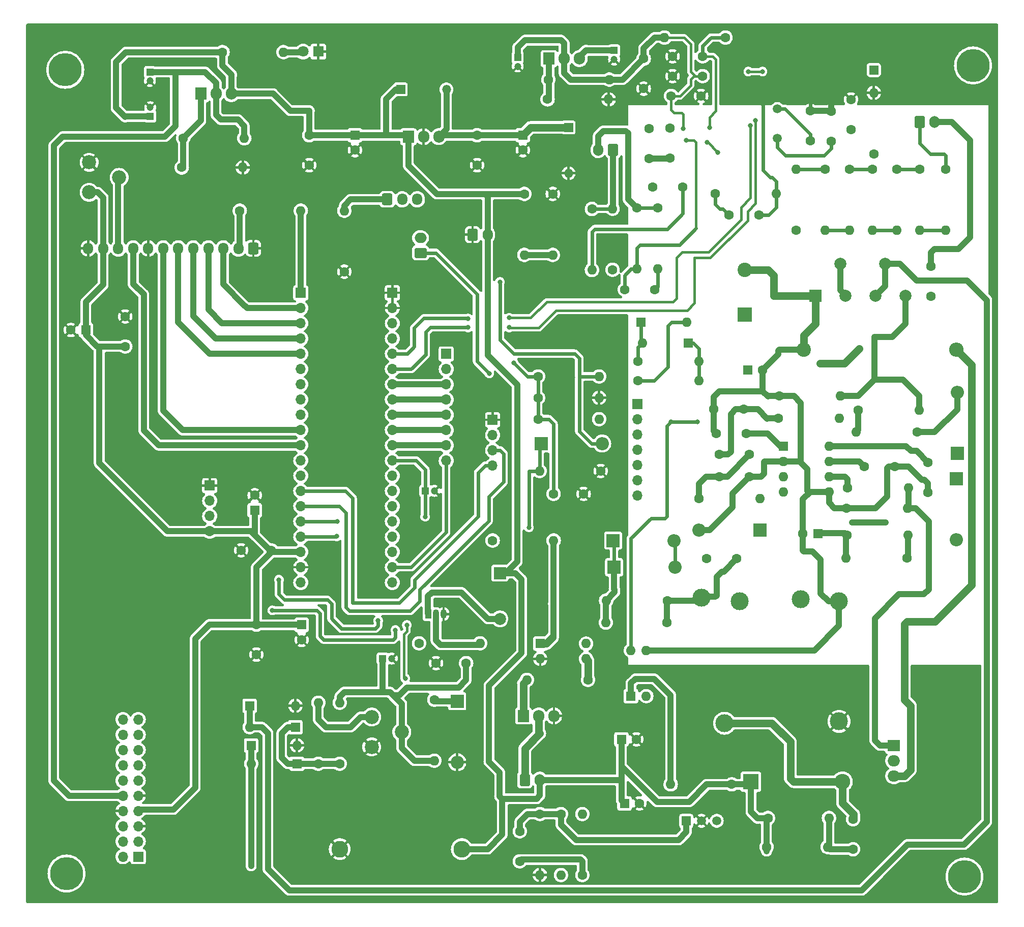
<source format=gbr>
%TF.GenerationSoftware,KiCad,Pcbnew,(6.99.0-1031-g46d719ed42)*%
%TF.CreationDate,2022-06-07T10:03:05+01:00*%
%TF.ProjectId,EnAcess PCB,456e4163-6573-4732-9050-43422e6b6963,rev?*%
%TF.SameCoordinates,Original*%
%TF.FileFunction,Copper,L2,Bot*%
%TF.FilePolarity,Positive*%
%FSLAX46Y46*%
G04 Gerber Fmt 4.6, Leading zero omitted, Abs format (unit mm)*
G04 Created by KiCad (PCBNEW (6.99.0-1031-g46d719ed42)) date 2022-06-07 10:03:05*
%MOMM*%
%LPD*%
G01*
G04 APERTURE LIST*
G04 Aperture macros list*
%AMRoundRect*
0 Rectangle with rounded corners*
0 $1 Rounding radius*
0 $2 $3 $4 $5 $6 $7 $8 $9 X,Y pos of 4 corners*
0 Add a 4 corners polygon primitive as box body*
4,1,4,$2,$3,$4,$5,$6,$7,$8,$9,$2,$3,0*
0 Add four circle primitives for the rounded corners*
1,1,$1+$1,$2,$3*
1,1,$1+$1,$4,$5*
1,1,$1+$1,$6,$7*
1,1,$1+$1,$8,$9*
0 Add four rect primitives between the rounded corners*
20,1,$1+$1,$2,$3,$4,$5,0*
20,1,$1+$1,$4,$5,$6,$7,0*
20,1,$1+$1,$6,$7,$8,$9,0*
20,1,$1+$1,$8,$9,$2,$3,0*%
G04 Aperture macros list end*
%TA.AperFunction,ComponentPad*%
%ADD10R,1.200000X1.200000*%
%TD*%
%TA.AperFunction,ComponentPad*%
%ADD11C,1.200000*%
%TD*%
%TA.AperFunction,ComponentPad*%
%ADD12C,2.340000*%
%TD*%
%TA.AperFunction,ComponentPad*%
%ADD13C,1.600000*%
%TD*%
%TA.AperFunction,ComponentPad*%
%ADD14O,1.600000X1.600000*%
%TD*%
%TA.AperFunction,ComponentPad*%
%ADD15RoundRect,0.250000X0.750000X-0.600000X0.750000X0.600000X-0.750000X0.600000X-0.750000X-0.600000X0*%
%TD*%
%TA.AperFunction,ComponentPad*%
%ADD16O,2.000000X1.700000*%
%TD*%
%TA.AperFunction,ComponentPad*%
%ADD17R,2.200000X2.200000*%
%TD*%
%TA.AperFunction,ComponentPad*%
%ADD18O,2.200000X2.200000*%
%TD*%
%TA.AperFunction,ComponentPad*%
%ADD19R,1.600000X1.600000*%
%TD*%
%TA.AperFunction,ComponentPad*%
%ADD20R,1.700000X1.700000*%
%TD*%
%TA.AperFunction,ComponentPad*%
%ADD21O,1.700000X1.700000*%
%TD*%
%TA.AperFunction,ComponentPad*%
%ADD22R,2.000000X1.905000*%
%TD*%
%TA.AperFunction,ComponentPad*%
%ADD23O,2.000000X1.905000*%
%TD*%
%TA.AperFunction,ComponentPad*%
%ADD24C,3.600000*%
%TD*%
%TA.AperFunction,ConnectorPad*%
%ADD25C,5.500000*%
%TD*%
%TA.AperFunction,ComponentPad*%
%ADD26R,1.500000X1.500000*%
%TD*%
%TA.AperFunction,ComponentPad*%
%ADD27C,1.500000*%
%TD*%
%TA.AperFunction,ComponentPad*%
%ADD28R,1.050000X1.500000*%
%TD*%
%TA.AperFunction,ComponentPad*%
%ADD29O,1.050000X1.500000*%
%TD*%
%TA.AperFunction,ComponentPad*%
%ADD30RoundRect,0.250000X-0.600000X-0.750000X0.600000X-0.750000X0.600000X0.750000X-0.600000X0.750000X0*%
%TD*%
%TA.AperFunction,ComponentPad*%
%ADD31O,1.700000X2.000000*%
%TD*%
%TA.AperFunction,ComponentPad*%
%ADD32RoundRect,0.250000X0.600000X0.725000X-0.600000X0.725000X-0.600000X-0.725000X0.600000X-0.725000X0*%
%TD*%
%TA.AperFunction,ComponentPad*%
%ADD33O,1.700000X1.950000*%
%TD*%
%TA.AperFunction,ComponentPad*%
%ADD34C,0.100000*%
%TD*%
%TA.AperFunction,ComponentPad*%
%ADD35C,3.000000*%
%TD*%
%TA.AperFunction,ComponentPad*%
%ADD36C,2.000000*%
%TD*%
%TA.AperFunction,ComponentPad*%
%ADD37O,1.500000X1.500000*%
%TD*%
%TA.AperFunction,ComponentPad*%
%ADD38C,2.800000*%
%TD*%
%TA.AperFunction,ComponentPad*%
%ADD39O,2.800000X2.800000*%
%TD*%
%TA.AperFunction,ComponentPad*%
%ADD40R,1.905000X2.000000*%
%TD*%
%TA.AperFunction,ComponentPad*%
%ADD41O,1.905000X2.000000*%
%TD*%
%TA.AperFunction,ComponentPad*%
%ADD42R,1.800000X1.800000*%
%TD*%
%TA.AperFunction,ComponentPad*%
%ADD43C,1.800000*%
%TD*%
%TA.AperFunction,ComponentPad*%
%ADD44RoundRect,0.250000X0.600000X0.750000X-0.600000X0.750000X-0.600000X-0.750000X0.600000X-0.750000X0*%
%TD*%
%TA.AperFunction,ComponentPad*%
%ADD45RoundRect,0.250000X-0.600000X-0.725000X0.600000X-0.725000X0.600000X0.725000X-0.600000X0.725000X0*%
%TD*%
%TA.AperFunction,ComponentPad*%
%ADD46C,2.400000*%
%TD*%
%TA.AperFunction,ComponentPad*%
%ADD47O,2.400000X2.400000*%
%TD*%
%TA.AperFunction,ComponentPad*%
%ADD48RoundRect,0.250000X-0.550000X-0.550000X0.550000X-0.550000X0.550000X0.550000X-0.550000X0.550000X0*%
%TD*%
%TA.AperFunction,ComponentPad*%
%ADD49R,2.000000X2.000000*%
%TD*%
%TA.AperFunction,ComponentPad*%
%ADD50R,2.400000X2.400000*%
%TD*%
%TA.AperFunction,ComponentPad*%
%ADD51R,2.600000X2.600000*%
%TD*%
%TA.AperFunction,ComponentPad*%
%ADD52O,2.600000X2.600000*%
%TD*%
%TA.AperFunction,ViaPad*%
%ADD53C,0.800000*%
%TD*%
%TA.AperFunction,Conductor*%
%ADD54C,1.000000*%
%TD*%
%TA.AperFunction,Conductor*%
%ADD55C,0.600000*%
%TD*%
%TA.AperFunction,Conductor*%
%ADD56C,0.400000*%
%TD*%
%TA.AperFunction,Conductor*%
%ADD57C,1.300000*%
%TD*%
G04 APERTURE END LIST*
D10*
%TO.P,C43,1*%
%TO.N,Net-(C42-Pad2)*%
X72429400Y-119125999D03*
D11*
%TO.P,C43,2*%
%TO.N,GND*%
X73929401Y-119126000D03*
%TD*%
D12*
%TO.P,RV1,1,1*%
%TO.N,GND*%
X70612000Y-133858000D03*
%TO.P,RV1,2,2*%
%TO.N,Net-(C42-Pad2)*%
X75612000Y-131358000D03*
%TO.P,RV1,3,3*%
%TO.N,Net-(R52-Pad2)*%
X70612000Y-128858000D03*
%TD*%
D13*
%TO.P,R58,1*%
%TO.N,GND*%
X108712000Y-87884000D03*
D14*
%TO.P,R58,2*%
%TO.N,CU2*%
X98551999Y-87883999D03*
%TD*%
D13*
%TO.P,R57,1*%
%TO.N,Net-(J15-Pin_1)*%
X98298000Y-75692000D03*
D14*
%TO.P,R57,2*%
%TO.N,GND*%
X108457999Y-75691999D03*
%TD*%
D13*
%TO.P,R56,1*%
%TO.N,Net-(J15-Pin_1)*%
X98298000Y-72136000D03*
D14*
%TO.P,R56,2*%
%TO.N,Net-(D10-A)*%
X108457999Y-72135999D03*
%TD*%
D13*
%TO.P,R55,1*%
%TO.N,Net-(J15-Pin_1)*%
X98298000Y-79248000D03*
D14*
%TO.P,R55,2*%
%TO.N,+5V*%
X108457999Y-79247999D03*
%TD*%
D13*
%TO.P,R54,1*%
%TO.N,ac.V*%
X81026000Y-125984000D03*
D14*
%TO.P,R54,2*%
%TO.N,Net-(C42-Pad2)*%
X81025999Y-136143999D03*
%TD*%
D13*
%TO.P,R53,1*%
%TO.N,Net-(D4-K)*%
X65278000Y-136652000D03*
D14*
%TO.P,R53,2*%
%TO.N,Net-(C42-Pad2)*%
X65277999Y-126491999D03*
%TD*%
D13*
%TO.P,R52,1*%
%TO.N,Net-(D4-K)*%
X61722000Y-136652000D03*
D14*
%TO.P,R52,2*%
%TO.N,Net-(R52-Pad2)*%
X61721999Y-126491999D03*
%TD*%
D15*
%TO.P,J15,1,Pin_1*%
%TO.N,Net-(J15-Pin_1)*%
X78732500Y-51542000D03*
D16*
%TO.P,J15,2,Pin_2*%
%TO.N,Net-(D10-A)*%
X78732499Y-49041999D03*
%TD*%
D17*
%TO.P,D10,1,K*%
%TO.N,CU2*%
X98805999Y-83311999D03*
D18*
%TO.P,D10,2,A*%
%TO.N,Net-(D10-A)*%
X108965999Y-83311999D03*
%TD*%
D17*
%TO.P,D9,1,K*%
%TO.N,ac.V*%
X84835999Y-126237999D03*
D18*
%TO.P,D9,2,A*%
%TO.N,GND*%
X84835999Y-136397999D03*
%TD*%
D19*
%TO.P,D8,1,K*%
%TO.N,Net-(D4-K)*%
X57911999Y-130555999D03*
D14*
%TO.P,D8,2,A*%
%TO.N,LINE*%
X50291999Y-130555999D03*
%TD*%
D19*
%TO.P,D7,1,K*%
%TO.N,LINE*%
X50291999Y-126999999D03*
D14*
%TO.P,D7,2,A*%
%TO.N,GND*%
X57911999Y-126999999D03*
%TD*%
D19*
%TO.P,D5,1,K*%
%TO.N,NEUT*%
X50545999Y-133603999D03*
D14*
%TO.P,D5,2,A*%
%TO.N,GND*%
X58165999Y-133603999D03*
%TD*%
D19*
%TO.P,D4,1,K*%
%TO.N,Net-(D4-K)*%
X58165999Y-136651999D03*
D14*
%TO.P,D4,2,A*%
%TO.N,NEUT*%
X50545999Y-136651999D03*
%TD*%
D10*
%TO.P,C45,1*%
%TO.N,CU2*%
X79541400Y-91185999D03*
D11*
%TO.P,C45,2*%
%TO.N,GND*%
X81041401Y-91186000D03*
%TD*%
D13*
%TO.P,C44,1*%
%TO.N,Net-(J15-Pin_1)*%
X100878000Y-91694000D03*
%TO.P,C44,2*%
%TO.N,GND*%
X105878000Y-91694000D03*
%TD*%
%TO.P,C42,1*%
%TO.N,GND*%
X81320000Y-119888000D03*
%TO.P,C42,2*%
%TO.N,Net-(C42-Pad2)*%
X86320000Y-119888000D03*
%TD*%
%TO.P,R31,1*%
%TO.N,Net-(U1-CS)*%
X138263000Y-79095600D03*
D14*
%TO.P,R31,2*%
%TO.N,Net-(Q3-S)*%
X148422999Y-79095599D03*
%TD*%
D13*
%TO.P,C15,1*%
%TO.N,+5V*%
X51409600Y-113476400D03*
%TO.P,C15,2*%
%TO.N,GND*%
X51409600Y-118476400D03*
%TD*%
%TO.P,R24,1*%
%TO.N,Net-(U6-REF)*%
X102108000Y-145034000D03*
D14*
%TO.P,R24,2*%
%TO.N,+12V*%
X102107999Y-155193999D03*
%TD*%
D19*
%TO.P,C20,1*%
%TO.N,+12V*%
X67817999Y-31932999D03*
D13*
%TO.P,C20,2*%
%TO.N,GND*%
X67818000Y-34433000D03*
%TD*%
D20*
%TO.P,J6,1,Pin_1*%
%TO.N,Net-(J6-Pin_1)*%
X58800999Y-58191399D03*
D21*
%TO.P,J6,2,Pin_2*%
%TO.N,Net-(J2-Pin_3)*%
X58800999Y-60731399D03*
%TO.P,J6,3,Pin_3*%
%TO.N,Net-(J2-Pin_4)*%
X58800999Y-63271399D03*
%TO.P,J6,4,Pin_4*%
%TO.N,Net-(J2-Pin_5)*%
X58800999Y-65811399D03*
%TO.P,J6,5,Pin_5*%
%TO.N,Net-(J2-Pin_6)*%
X58800999Y-68351399D03*
%TO.P,J6,6,Pin_6*%
%TO.N,TX1*%
X58800999Y-70891399D03*
%TO.P,J6,7,Pin_7*%
%TO.N,RX1*%
X58800999Y-73431399D03*
%TO.P,J6,8,Pin_8*%
%TO.N,G_LED*%
X58800999Y-75971399D03*
%TO.P,J6,9,Pin_9*%
%TO.N,R_LED*%
X58800999Y-78511399D03*
%TO.P,J6,10,Pin_10*%
%TO.N,Net-(J2-Pin_7)*%
X58800999Y-81051399D03*
%TO.P,J6,11,Pin_11*%
%TO.N,Net-(J2-Pin_9)*%
X58800999Y-83591399D03*
%TO.P,J6,12,Pin_12*%
%TO.N,Net-(J6-Pin_12)*%
X58800999Y-86131399D03*
%TO.P,J6,13,Pin_13*%
%TO.N,buz*%
X58800999Y-88671399D03*
%TO.P,J6,14,Pin_14*%
%TO.N,Net-(J1-Pin_4)*%
X58800999Y-91211399D03*
%TO.P,J6,15,Pin_15*%
%TO.N,Net-(J1-Pin_3)*%
X58800999Y-93751399D03*
%TO.P,J6,16,Pin_16*%
%TO.N,KPR2*%
X58800999Y-96291399D03*
%TO.P,J6,17,Pin_17*%
%TO.N,KPR1*%
X58800999Y-98831399D03*
%TO.P,J6,18,Pin_18*%
%TO.N,+5V*%
X58800999Y-101371399D03*
%TO.P,J6,19,Pin_19*%
%TO.N,GND*%
X58800999Y-103911399D03*
%TO.P,J6,20,Pin_20*%
%TO.N,unconnected-(J6-Pin_20)*%
X58800999Y-106451399D03*
%TD*%
D19*
%TO.P,C26,1*%
%TO.N,Net-(D17-K)*%
X144881599Y-98297999D03*
D13*
%TO.P,C26,2*%
%TO.N,Net-(D11--)*%
X142381600Y-98298000D03*
%TD*%
%TO.P,C8,1*%
%TO.N,+12V*%
X60198000Y-31933000D03*
%TO.P,C8,2*%
%TO.N,GND*%
X60198000Y-36933000D03*
%TD*%
%TO.P,TH1,1*%
%TO.N,NEUT*%
X163677600Y-53761000D03*
%TO.P,TH1,2*%
%TO.N,Net-(C10-Pad2)*%
X163677600Y-58761000D03*
%TD*%
D22*
%TO.P,Q3,1,G*%
%TO.N,Net-(Q3-G)*%
X157479999Y-133603999D03*
D23*
%TO.P,Q3,2,D*%
%TO.N,Net-(D15-A)*%
X157479999Y-136143999D03*
%TO.P,Q3,3,S*%
%TO.N,Net-(Q3-S)*%
X157479999Y-138683999D03*
%TD*%
D13*
%TO.P,R11,1*%
%TO.N,Net-(R11-Pad1)*%
X106603800Y-122682000D03*
D14*
%TO.P,R11,2*%
%TO.N,Net-(Q1-B)*%
X96443799Y-122681999D03*
%TD*%
D13*
%TO.P,C39,1*%
%TO.N,Net-(U8-VN)*%
X130048000Y-45212000D03*
%TO.P,C39,2*%
%TO.N,GND*%
X135048000Y-45212000D03*
%TD*%
%TO.P,R17,1*%
%TO.N,GND*%
X66040000Y-54686200D03*
D14*
%TO.P,R17,2*%
%TO.N,Net-(J9-Pin_1)*%
X66039999Y-44526199D03*
%TD*%
D13*
%TO.P,R12,1*%
%TO.N,LINE*%
X166116000Y-37592000D03*
D14*
%TO.P,R12,2*%
%TO.N,Net-(R12-Pad2)*%
X166115999Y-47751999D03*
%TD*%
D24*
%TO.P,H3,1*%
%TO.N,N/C*%
X169265600Y-155448000D03*
D25*
X169265600Y-155448000D03*
%TD*%
D26*
%TO.P,U6,1,REF*%
%TO.N,Net-(U6-REF)*%
X122961399Y-146155999D03*
D27*
%TO.P,U6,2,A*%
%TO.N,GND*%
X125501400Y-146156000D03*
%TO.P,U6,3,K*%
%TO.N,Net-(U6-K)*%
X128041400Y-146156000D03*
%TD*%
D13*
%TO.P,C27,1*%
%TO.N,Net-(D11-+)*%
X131368800Y-102463600D03*
%TO.P,C27,2*%
%TO.N,Net-(D15-K)*%
X126368800Y-102463600D03*
%TD*%
D20*
%TO.P,J1,1,Pin_1*%
%TO.N,GND*%
X90728799Y-79349599D03*
D21*
%TO.P,J1,2,Pin_2*%
%TO.N,+5V*%
X90728799Y-81889599D03*
%TO.P,J1,3,Pin_3*%
%TO.N,Net-(J1-Pin_3)*%
X90728799Y-84429599D03*
%TO.P,J1,4,Pin_4*%
%TO.N,Net-(J1-Pin_4)*%
X90728799Y-86969599D03*
%TD*%
D19*
%TO.P,D12,1,K*%
%TO.N,Net-(D12-K)*%
X123266199Y-66547999D03*
D14*
%TO.P,D12,2,A*%
%TO.N,Net-(D12-A)*%
X115646199Y-66547999D03*
%TD*%
D13*
%TO.P,R45,1*%
%TO.N,Net-(U8-VN)*%
X127762000Y-41656000D03*
D14*
%TO.P,R45,2*%
%TO.N,GND*%
X137921999Y-41655999D03*
%TD*%
D28*
%TO.P,Q2,1,C*%
%TO.N,Net-(BZ1-+)*%
X80035399Y-111713599D03*
D29*
%TO.P,Q2,2,B*%
%TO.N,Net-(Q2-B)*%
X81305399Y-111713599D03*
%TO.P,Q2,3,E*%
%TO.N,GND*%
X82575399Y-111713599D03*
%TD*%
D30*
%TO.P,J8,1,Pin_1*%
%TO.N,LINE*%
X161798000Y-29718000D03*
D31*
%TO.P,J8,2,Pin_2*%
%TO.N,NEUT*%
X164297999Y-29717999D03*
%TD*%
D13*
%TO.P,C37,1*%
%TO.N,GND*%
X120690000Y-22098000D03*
%TO.P,C37,2*%
%TO.N,+3V3*%
X125690000Y-22098000D03*
%TD*%
%TO.P,R23,1*%
%TO.N,Net-(D17-A)*%
X161417000Y-81356200D03*
D14*
%TO.P,R23,2*%
%TO.N,Net-(R22-Pad1)*%
X151256999Y-81356199D03*
%TD*%
D13*
%TO.P,R34,1*%
%TO.N,Net-(D12-A)*%
X114935000Y-69646800D03*
D14*
%TO.P,R34,2*%
%TO.N,Net-(D12-K)*%
X125094999Y-69646799D03*
%TD*%
D12*
%TO.P,RV2,1,1*%
%TO.N,+5V*%
X23575000Y-41461200D03*
%TO.P,RV2,2,2*%
%TO.N,Net-(J2-Pin_10)*%
X28575000Y-38961200D03*
%TO.P,RV2,3,3*%
%TO.N,GND*%
X23575000Y-36461200D03*
%TD*%
D19*
%TO.P,C5,1*%
%TO.N,+5V*%
X23037799Y-64388999D03*
D13*
%TO.P,C5,2*%
%TO.N,GND*%
X20537800Y-64389000D03*
%TD*%
D32*
%TO.P,J2,1,Pin_1*%
%TO.N,GND*%
X50912400Y-50800000D03*
D33*
%TO.P,J2,2,Pin_2*%
%TO.N,Net-(J2-Pin_2)*%
X48412399Y-50799999D03*
%TO.P,J2,3,Pin_3*%
%TO.N,Net-(J2-Pin_3)*%
X45912399Y-50799999D03*
%TO.P,J2,4,Pin_4*%
%TO.N,Net-(J2-Pin_4)*%
X43412399Y-50799999D03*
%TO.P,J2,5,Pin_5*%
%TO.N,Net-(J2-Pin_5)*%
X40912399Y-50799999D03*
%TO.P,J2,6,Pin_6*%
%TO.N,Net-(J2-Pin_6)*%
X38412399Y-50799999D03*
%TO.P,J2,7,Pin_7*%
%TO.N,Net-(J2-Pin_7)*%
X35912399Y-50799999D03*
%TO.P,J2,8,Pin_8*%
%TO.N,GND*%
X33412399Y-50799999D03*
%TO.P,J2,9,Pin_9*%
%TO.N,Net-(J2-Pin_9)*%
X30912399Y-50799999D03*
%TO.P,J2,10,Pin_10*%
%TO.N,Net-(J2-Pin_10)*%
X28412399Y-50799999D03*
%TO.P,J2,11,Pin_11*%
%TO.N,+5V*%
X25912399Y-50799999D03*
%TO.P,J2,12,Pin_12*%
%TO.N,GND*%
X23412399Y-50799999D03*
%TD*%
D34*
%TO.P,TR1, *%
%TO.N,N/C*%
X139014200Y-108948200D03*
X144014200Y-108948200D03*
X149014200Y-108948200D03*
D35*
%TO.P,TR1,1*%
%TO.N,Net-(D19-A)*%
X129329200Y-129903200D03*
%TO.P,TR1,2*%
%TO.N,GND*%
X148379200Y-129583200D03*
%TO.P,TR1,3*%
%TO.N,Net-(D11-+)*%
X125519200Y-108948200D03*
%TO.P,TR1,4*%
%TO.N,Net-(D15-A)*%
X131869200Y-109583200D03*
%TO.P,TR1,5*%
%TO.N,Net-(D14-A)*%
X142029200Y-109263200D03*
%TO.P,TR1,6*%
%TO.N,Net-(D11--)*%
X148379200Y-109583200D03*
%TD*%
D13*
%TO.P,C40,1*%
%TO.N,Net-(U8-OSCO)*%
X143586200Y-32893000D03*
%TO.P,C40,2*%
%TO.N,GND*%
X143586200Y-27893000D03*
%TD*%
%TO.P,C12,1*%
%TO.N,+3V3*%
X115874800Y-19191600D03*
%TO.P,C12,2*%
%TO.N,GND*%
X115874800Y-24191600D03*
%TD*%
%TO.P,R27,1*%
%TO.N,Net-(D11--)*%
X138480800Y-75412600D03*
D14*
%TO.P,R27,2*%
%TO.N,Net-(D11-+)*%
X148640799Y-75412599D03*
%TD*%
D13*
%TO.P,R37,1*%
%TO.N,+12V*%
X136550400Y-145694400D03*
D14*
%TO.P,R37,2*%
%TO.N,Net-(C17-Pad1)*%
X146710399Y-145694399D03*
%TD*%
D19*
%TO.P,C31,1*%
%TO.N,Net-(D12-A)*%
X133160887Y-71043799D03*
D13*
%TO.P,C31,2*%
%TO.N,Net-(D11--)*%
X135660888Y-71043800D03*
%TD*%
%TO.P,C32,1*%
%TO.N,Net-(C29-Pad2)*%
X117388000Y-40589200D03*
%TO.P,C32,2*%
%TO.N,I2N*%
X122388000Y-40589200D03*
%TD*%
D10*
%TO.P,C21,1*%
%TO.N,+12V*%
X33756599Y-28804999D03*
D11*
%TO.P,C21,2*%
%TO.N,GND*%
X33756600Y-27305000D03*
%TD*%
D19*
%TO.P,C4,1*%
%TO.N,+5V*%
X95757999Y-31932999D03*
D13*
%TO.P,C4,2*%
%TO.N,GND*%
X95758000Y-34433000D03*
%TD*%
%TO.P,C23,1*%
%TO.N,Net-(D17-K)*%
X152628600Y-87147400D03*
%TO.P,C23,2*%
%TO.N,Net-(D11--)*%
X157628600Y-87147400D03*
%TD*%
%TO.P,C38,1*%
%TO.N,VP*%
X150368000Y-30988000D03*
%TO.P,C38,2*%
%TO.N,GND*%
X150368000Y-25988000D03*
%TD*%
%TO.P,R19,1*%
%TO.N,Net-(U6-REF)*%
X98602800Y-145034000D03*
D14*
%TO.P,R19,2*%
%TO.N,GND*%
X98602799Y-155193999D03*
%TD*%
D13*
%TO.P,R39,1*%
%TO.N,Net-(R15-Pad1)*%
X157988000Y-37592000D03*
D14*
%TO.P,R39,2*%
%TO.N,Net-(R39-Pad2)*%
X157987999Y-47751999D03*
%TD*%
D17*
%TO.P,D14,1,K*%
%TO.N,Net-(D14-K)*%
X167893999Y-89204799D03*
D18*
%TO.P,D14,2,A*%
%TO.N,Net-(D14-A)*%
X167893999Y-99364799D03*
%TD*%
D13*
%TO.P,R47,1*%
%TO.N,GND*%
X100736400Y-41732200D03*
D14*
%TO.P,R47,2*%
%TO.N,Net-(J5-Pin_15)*%
X100736399Y-51892199D03*
%TD*%
D13*
%TO.P,R43,1*%
%TO.N,VP*%
X141224000Y-47752000D03*
D14*
%TO.P,R43,2*%
%TO.N,Net-(R42-Pad1)*%
X141223999Y-37591999D03*
%TD*%
D20*
%TO.P,J12,1,Pin_1*%
%TO.N,GND*%
X43636799Y-90306999D03*
D21*
%TO.P,J12,2,Pin_2*%
%TO.N,TX2*%
X43636799Y-92846999D03*
%TO.P,J12,3,Pin_3*%
%TO.N,RX2*%
X43636799Y-95386999D03*
%TO.P,J12,4,Pin_4*%
%TO.N,+5V*%
X43636799Y-97926999D03*
%TD*%
D24*
%TO.P,H4,1*%
%TO.N,N/C*%
X19812000Y-154940000D03*
D25*
X19812000Y-154940000D03*
%TD*%
D17*
%TO.P,D16,1,K*%
%TO.N,Net-(D15-K)*%
X110794799Y-99466399D03*
D18*
%TO.P,D16,2,A*%
%TO.N,Net-(D15-A)*%
X120954799Y-99466399D03*
%TD*%
D13*
%TO.P,R9,1*%
%TO.N,Net-(J10-Pin_2)*%
X114706400Y-44069000D03*
D14*
%TO.P,R9,2*%
%TO.N,I2P*%
X114706399Y-54228999D03*
%TD*%
D13*
%TO.P,R5,1*%
%TO.N,Net-(U7-ADJ)*%
X99999800Y-22682200D03*
D14*
%TO.P,R5,2*%
%TO.N,+3V3*%
X110159799Y-22682199D03*
%TD*%
D13*
%TO.P,R36,1*%
%TO.N,+12V*%
X130530600Y-140081000D03*
D14*
%TO.P,R36,2*%
%TO.N,Net-(R36-Pad2)*%
X120370599Y-140080999D03*
%TD*%
D13*
%TO.P,C35,1*%
%TO.N,GND*%
X125436000Y-25400000D03*
%TO.P,C35,2*%
%TO.N,+3V3*%
X120436000Y-25400000D03*
%TD*%
D24*
%TO.P,H1,1*%
%TO.N,N/C*%
X170688000Y-20320000D03*
D25*
X170688000Y-20320000D03*
%TD*%
D13*
%TO.P,R16,1*%
%TO.N,AVDD*%
X129489200Y-15671800D03*
D14*
%TO.P,R16,2*%
%TO.N,+3V3*%
X119329199Y-15671799D03*
%TD*%
D10*
%TO.P,C2,1*%
%TO.N,+3V3*%
X94894399Y-18972399D03*
D11*
%TO.P,C2,2*%
%TO.N,GND*%
X94894400Y-20472400D03*
%TD*%
D36*
%TO.P,C10,1*%
%TO.N,LINE*%
X156099200Y-53365400D03*
%TO.P,C10,2*%
%TO.N,Net-(C10-Pad2)*%
X148599200Y-53365400D03*
%TD*%
D13*
%TO.P,R28,1*%
%TO.N,Net-(D11--)*%
X149606000Y-94107000D03*
D14*
%TO.P,R28,2*%
%TO.N,Net-(Q3-G)*%
X159765999Y-94106999D03*
%TD*%
D26*
%TO.P,D2,1,K*%
%TO.N,+12V*%
X75432999Y-24312999D03*
D37*
%TO.P,D2,2,A*%
%TO.N,+5V*%
X83052999Y-24312999D03*
%TD*%
D13*
%TO.P,R15,1*%
%TO.N,Net-(R15-Pad1)*%
X161798000Y-37592000D03*
D14*
%TO.P,R15,2*%
%TO.N,Net-(R12-Pad2)*%
X161797999Y-47751999D03*
%TD*%
D13*
%TO.P,R33,1*%
%TO.N,Net-(C7-Pad1)*%
X105664000Y-155194000D03*
D14*
%TO.P,R33,2*%
%TO.N,Net-(U6-K)*%
X105663999Y-145033999D03*
%TD*%
D19*
%TO.P,U1,1,COMP*%
%TO.N,Net-(D18-A)*%
X139085799Y-83728399D03*
D14*
%TO.P,U1,2,FB*%
%TO.N,Net-(D11--)*%
X139085799Y-86268399D03*
%TO.P,U1,3,CS*%
%TO.N,Net-(U1-CS)*%
X139085799Y-88808399D03*
%TO.P,U1,4,RC*%
%TO.N,Net-(U1-RC)*%
X139085799Y-91348399D03*
%TO.P,U1,5,GND*%
%TO.N,Net-(D11--)*%
X146705799Y-91348399D03*
%TO.P,U1,6,OUT*%
%TO.N,Net-(D3-K)*%
X146705799Y-88808399D03*
%TO.P,U1,7,VCC*%
%TO.N,Net-(D17-K)*%
X146705799Y-86268399D03*
%TO.P,U1,8,VREF*%
%TO.N,Net-(D12-K)*%
X146705799Y-83728399D03*
%TD*%
%TO.P,R1,2*%
%TO.N,Net-(Q2-B)*%
X88645999Y-116585999D03*
D13*
%TO.P,R1,1*%
%TO.N,buz*%
X78486000Y-116586000D03*
%TD*%
%TO.P,C11,1*%
%TO.N,+5V*%
X53873400Y-101092000D03*
%TO.P,C11,2*%
%TO.N,GND*%
X48873400Y-101092000D03*
%TD*%
D38*
%TO.P,R18,1*%
%TO.N,GND*%
X65278000Y-150876000D03*
D39*
%TO.P,R18,2*%
%TO.N,+12V*%
X85597999Y-150875999D03*
%TD*%
D13*
%TO.P,R29,1*%
%TO.N,Net-(D3-K)*%
X149834600Y-90728800D03*
D14*
%TO.P,R29,2*%
%TO.N,Net-(Q3-G)*%
X159994599Y-90728799D03*
%TD*%
D13*
%TO.P,R20,1*%
%TO.N,Net-(D11-+)*%
X119735600Y-113131600D03*
D14*
%TO.P,R20,2*%
%TO.N,Net-(D15-K)*%
X109575599Y-113131599D03*
%TD*%
D40*
%TO.P,Q1,1,B*%
%TO.N,Net-(Q1-B)*%
X95859599Y-128681599D03*
D41*
%TO.P,Q1,2,C*%
%TO.N,Net-(J7-Pin_1)*%
X98399599Y-128681599D03*
%TO.P,Q1,3,E*%
%TO.N,GND*%
X100939599Y-128681599D03*
%TD*%
D30*
%TO.P,J7,1,Pin_1*%
%TO.N,Net-(J7-Pin_1)*%
X96082800Y-139362300D03*
D31*
%TO.P,J7,2,Pin_2*%
%TO.N,+12V*%
X98582799Y-139362299D03*
%TD*%
D42*
%TO.P,D1,1,K*%
%TO.N,GND*%
X61726999Y-18008599D03*
D43*
%TO.P,D1,2,A*%
%TO.N,Net-(D1-A)*%
X59187000Y-18008600D03*
%TD*%
D13*
%TO.P,R3,1*%
%TO.N,+12V*%
X45770800Y-18110200D03*
D14*
%TO.P,R3,2*%
%TO.N,Net-(D1-A)*%
X55930799Y-18110199D03*
%TD*%
D19*
%TO.P,C3,1*%
%TO.N,+5V*%
X58953399Y-113512522D03*
D13*
%TO.P,C3,2*%
%TO.N,GND*%
X58953400Y-116012523D03*
%TD*%
D44*
%TO.P,J10,1,Pin_1*%
%TO.N,Net-(J10-Pin_1)*%
X110805600Y-34366200D03*
D31*
%TO.P,J10,2,Pin_2*%
%TO.N,Net-(J10-Pin_2)*%
X108305599Y-34366199D03*
%TD*%
D13*
%TO.P,C41,1*%
%TO.N,GND*%
X147066000Y-27965400D03*
%TO.P,C41,2*%
%TO.N,Net-(U8-OSCI)*%
X147066000Y-32965400D03*
%TD*%
D20*
%TO.P,J11,1,Pin_1*%
%TO.N,unconnected-(J11-Pin_1)*%
X114832999Y-76727999D03*
D21*
%TO.P,J11,2,Pin_2*%
%TO.N,unconnected-(J11-Pin_2)*%
X114832999Y-79267999D03*
%TO.P,J11,3,Pin_3*%
%TO.N,unconnected-(J11-Pin_3)*%
X114832999Y-81807999D03*
%TO.P,J11,4,Pin_4*%
%TO.N,unconnected-(J11-Pin_4)*%
X114832999Y-84347999D03*
%TO.P,J11,5,Pin_5*%
%TO.N,unconnected-(J11-Pin_5)*%
X114832999Y-86887999D03*
%TO.P,J11,6,Pin_6*%
%TO.N,unconnected-(J11-Pin_6)*%
X114832999Y-89427999D03*
%TO.P,J11,7,Pin_7*%
%TO.N,unconnected-(J11-Pin_7)*%
X114832999Y-91967999D03*
%TD*%
D13*
%TO.P,C22,1*%
%TO.N,Net-(U1-RC)*%
X128437000Y-88798400D03*
%TO.P,C22,2*%
%TO.N,Net-(D11--)*%
X133437000Y-88798400D03*
%TD*%
D17*
%TO.P,D17,1,K*%
%TO.N,Net-(D17-K)*%
X168046399Y-84937599D03*
D18*
%TO.P,D17,2,A*%
%TO.N,Net-(D17-A)*%
X168046399Y-74777599D03*
%TD*%
D13*
%TO.P,R41,1*%
%TO.N,Net-(R40-Pad1)*%
X150114000Y-37592000D03*
D14*
%TO.P,R41,2*%
%TO.N,Net-(R41-Pad2)*%
X150113999Y-47751999D03*
%TD*%
D17*
%TO.P,D3,1,K*%
%TO.N,Net-(D3-K)*%
X135229599Y-97713799D03*
D18*
%TO.P,D3,2,A*%
%TO.N,Net-(D11--)*%
X125069599Y-97713799D03*
%TD*%
D13*
%TO.P,R4,1*%
%TO.N,Net-(J6-Pin_12)*%
X90728800Y-99466400D03*
D14*
%TO.P,R4,2*%
%TO.N,Net-(R4-Pad2)*%
X100888799Y-99466399D03*
%TD*%
D24*
%TO.P,H1,1*%
%TO.N,N/C*%
X19608800Y-21056600D03*
D25*
X19608800Y-21056600D03*
%TD*%
D19*
%TO.P,U4,1*%
%TO.N,Net-(R36-Pad2)*%
X113761599Y-125389799D03*
D14*
%TO.P,U4,2*%
%TO.N,Net-(U6-K)*%
X116301599Y-125389799D03*
%TO.P,U4,3*%
%TO.N,Net-(D11--)*%
X116301599Y-117769799D03*
%TO.P,U4,4*%
%TO.N,Net-(D18-A)*%
X113761599Y-117769799D03*
%TD*%
D13*
%TO.P,C34,1*%
%TO.N,Net-(U8-VREF)*%
X116789200Y-35875600D03*
%TO.P,C34,2*%
%TO.N,GND*%
X116789200Y-30875600D03*
%TD*%
D40*
%TO.P,U5,1,ADJ*%
%TO.N,Net-(U5-ADJ)*%
X42163999Y-25024199D03*
D41*
%TO.P,U5,2,VO*%
%TO.N,+4V*%
X44703999Y-25024199D03*
%TO.P,U5,3,VI*%
%TO.N,+12V*%
X47243999Y-25024199D03*
%TD*%
D27*
%TO.P,8.192MHz1,1,1*%
%TO.N,Net-(U8-OSCO)*%
X138125200Y-27572800D03*
%TO.P,8.192MHz1,2,2*%
%TO.N,Net-(U8-OSCI)*%
X138125200Y-32472800D03*
%TD*%
D13*
%TO.P,R32,1*%
%TO.N,Net-(U1-RC)*%
X125044200Y-92506800D03*
D14*
%TO.P,R32,2*%
%TO.N,Net-(D12-K)*%
X135204199Y-92506799D03*
%TD*%
D13*
%TO.P,R14,1*%
%TO.N,Net-(U5-ADJ)*%
X38989000Y-37312600D03*
D14*
%TO.P,R14,2*%
%TO.N,GND*%
X49148999Y-37312599D03*
%TD*%
D13*
%TO.P,C33,1*%
%TO.N,AVDD*%
X125690000Y-18796000D03*
%TO.P,C33,2*%
%TO.N,GND*%
X120690000Y-18796000D03*
%TD*%
%TO.P,C24,1*%
%TO.N,Net-(D11--)*%
X127979800Y-81610200D03*
%TO.P,C24,2*%
%TO.N,Net-(D18-A)*%
X132979800Y-81610200D03*
%TD*%
%TO.P,R10,1*%
%TO.N,Net-(J10-Pin_1)*%
X107264200Y-44221400D03*
D14*
%TO.P,R10,2*%
%TO.N,I2N*%
X107264199Y-54381399D03*
%TD*%
D13*
%TO.P,C17,1*%
%TO.N,Net-(C17-Pad1)*%
X150723600Y-150886800D03*
%TO.P,C17,2*%
%TO.N,Net-(D19-A)*%
X150723600Y-145886800D03*
%TD*%
D17*
%TO.P,D15,1,K*%
%TO.N,Net-(D15-K)*%
X110947199Y-103911399D03*
D18*
%TO.P,D15,2,A*%
%TO.N,Net-(D15-A)*%
X121107199Y-103911399D03*
%TD*%
D13*
%TO.P,C29,1*%
%TO.N,I2P*%
X112714400Y-57658000D03*
%TO.P,C29,2*%
%TO.N,Net-(C29-Pad2)*%
X117714400Y-57658000D03*
%TD*%
%TO.P,C25,1*%
%TO.N,Net-(D12-K)*%
X163195000Y-86450800D03*
%TO.P,C25,2*%
%TO.N,Net-(D11--)*%
X163195000Y-91450800D03*
%TD*%
%TO.P,R25,1*%
%TO.N,Net-(D17-K)*%
X149682200Y-98590100D03*
D14*
%TO.P,R25,2*%
%TO.N,Net-(D14-K)*%
X159842199Y-98590099D03*
%TD*%
D45*
%TO.P,J9,1,Pin_1*%
%TO.N,Net-(J9-Pin_1)*%
X73192000Y-42626000D03*
D33*
%TO.P,J9,2,Pin_2*%
%TO.N,G_LED*%
X75691999Y-42625999D03*
%TO.P,J9,3,Pin_3*%
%TO.N,R_LED*%
X78191999Y-42625999D03*
%TD*%
D46*
%TO.P,R30,1*%
%TO.N,Net-(D11--)*%
X142494000Y-67665600D03*
D47*
%TO.P,R30,2*%
%TO.N,Net-(Q3-S)*%
X167893999Y-67665599D03*
%TD*%
D13*
%TO.P,R6,1*%
%TO.N,Net-(U7-ADJ)*%
X99872800Y-25958800D03*
D14*
%TO.P,R6,2*%
%TO.N,GND*%
X110032799Y-25958799D03*
%TD*%
D13*
%TO.P,C30,2*%
%TO.N,GND*%
X115174323Y-143256000D03*
D19*
%TO.P,C30,1*%
%TO.N,+12V*%
X112674322Y-143255999D03*
%TD*%
%TO.P,U3,1*%
%TO.N,Net-(R4-Pad2)*%
X98663599Y-116631799D03*
D14*
%TO.P,U3,2*%
%TO.N,GND*%
X98663599Y-119171799D03*
%TO.P,U3,3*%
%TO.N,Net-(R11-Pad1)*%
X106283599Y-119171799D03*
%TO.P,U3,4*%
%TO.N,+5V*%
X106283599Y-116631799D03*
%TD*%
D13*
%TO.P,R26,1*%
%TO.N,Net-(D14-K)*%
X159715200Y-102349300D03*
D14*
%TO.P,R26,2*%
%TO.N,Net-(D17-K)*%
X149555199Y-102349299D03*
%TD*%
D40*
%TO.P,U7,1,ADJ*%
%TO.N,Net-(U7-ADJ)*%
X100101399Y-19182199D03*
D41*
%TO.P,U7,2,VO*%
%TO.N,+3V3*%
X102641399Y-19182199D03*
%TO.P,U7,3,VI*%
%TO.N,+12V*%
X105181399Y-19182199D03*
%TD*%
D10*
%TO.P,C19,1*%
%TO.N,+4V*%
X33680399Y-21400800D03*
D11*
%TO.P,C19,2*%
%TO.N,GND*%
X33680400Y-22900801D03*
%TD*%
D40*
%TO.P,U2,1,IN*%
%TO.N,+12V*%
X76707999Y-32186999D03*
D41*
%TO.P,U2,2,GND*%
%TO.N,GND*%
X79247999Y-32186999D03*
%TO.P,U2,3,OUT*%
%TO.N,+5V*%
X81787999Y-32186999D03*
%TD*%
D26*
%TO.P,D6,1,K*%
%TO.N,+5V*%
X103377999Y-30657999D03*
D37*
%TO.P,D6,2,A*%
%TO.N,GND*%
X103377999Y-38277999D03*
%TD*%
D20*
%TO.P,J4,1,Pin_1*%
%TO.N,unconnected-(J4-Pin_1)*%
X31754999Y-152140999D03*
D21*
%TO.P,J4,2,Pin_2*%
%TO.N,unconnected-(J4-Pin_2)*%
X29214999Y-152140999D03*
%TO.P,J4,3,Pin_3*%
%TO.N,unconnected-(J4-Pin_3)*%
X31754999Y-149600999D03*
%TO.P,J4,4,Pin_4*%
%TO.N,unconnected-(J4-Pin_4)*%
X29214999Y-149600999D03*
%TO.P,J4,5,Pin_5*%
%TO.N,GND*%
X31754999Y-147060999D03*
%TO.P,J4,6,Pin_6*%
%TO.N,unconnected-(J4-Pin_6)*%
X29214999Y-147060999D03*
%TO.P,J4,7,Pin_7*%
%TO.N,+5V*%
X31754999Y-144520999D03*
%TO.P,J4,8,Pin_8*%
%TO.N,GND*%
X29214999Y-144520999D03*
%TO.P,J4,9,Pin_9*%
X31754999Y-141980999D03*
%TO.P,J4,10,Pin_10*%
%TO.N,+4V*%
X29214999Y-141980999D03*
%TO.P,J4,11,Pin_11*%
%TO.N,unconnected-(J4-Pin_11)*%
X31754999Y-139440999D03*
%TO.P,J4,12,Pin_12*%
%TO.N,unconnected-(J4-Pin_12)*%
X29214999Y-139440999D03*
%TO.P,J4,13,Pin_13*%
%TO.N,unconnected-(J4-Pin_13)*%
X31754999Y-136900999D03*
%TO.P,J4,14,Pin_14*%
%TO.N,TX1*%
X29214999Y-136900999D03*
%TO.P,J4,15,Pin_15*%
%TO.N,RX1*%
X31754999Y-134360999D03*
%TO.P,J4,16,Pin_16*%
%TO.N,unconnected-(J4-Pin_16)*%
X29214999Y-134360999D03*
%TO.P,J4,17,Pin_17*%
%TO.N,unconnected-(J4-Pin_17)*%
X31754999Y-131820999D03*
%TO.P,J4,18,Pin_18*%
%TO.N,unconnected-(J4-Pin_18)*%
X29214999Y-131820999D03*
%TO.P,J4,19,Pin_19*%
%TO.N,unconnected-(J4-Pin_19)*%
X31754999Y-129280999D03*
%TO.P,J4,20,Pin_20*%
%TO.N,unconnected-(J4-Pin_20)*%
X29214999Y-129280999D03*
%TD*%
D13*
%TO.P,R46,1*%
%TO.N,+12V*%
X96012000Y-41732200D03*
D14*
%TO.P,R46,2*%
%TO.N,Net-(J5-Pin_15)*%
X96011999Y-51892199D03*
%TD*%
D13*
%TO.P,R38,1*%
%TO.N,+12V*%
X136321800Y-150520400D03*
D14*
%TO.P,R38,2*%
%TO.N,Net-(C17-Pad1)*%
X146481799Y-150520399D03*
%TD*%
D10*
%TO.P,C1,1*%
%TO.N,+12V*%
X110947199Y-17819400D03*
D11*
%TO.P,C1,2*%
%TO.N,GND*%
X110947200Y-19319401D03*
%TD*%
D19*
%TO.P,C6,1*%
%TO.N,+5V*%
X51130199Y-94411876D03*
D13*
%TO.P,C6,2*%
%TO.N,GND*%
X51130200Y-91911877D03*
%TD*%
D48*
%TO.P,J14,1,Pin_1*%
%TO.N,Net-(J14-Pin_1)*%
X154178000Y-21082000D03*
%TD*%
D30*
%TO.P,J13,1,Pin_1*%
%TO.N,GND*%
X87396000Y-48506500D03*
D31*
%TO.P,J13,2,Pin_2*%
%TO.N,+12V*%
X89895999Y-48506499D03*
%TD*%
D13*
%TO.P,R7,1*%
%TO.N,Net-(J10-Pin_2)*%
X118237000Y-44018200D03*
D14*
%TO.P,R7,2*%
%TO.N,Net-(C29-Pad2)*%
X118236999Y-54178199D03*
%TD*%
D49*
%TO.P,D11,1,-*%
%TO.N,Net-(D11--)*%
X144485299Y-58666099D03*
D36*
%TO.P,D11,2*%
%TO.N,Net-(C10-Pad2)*%
X149485300Y-58666100D03*
%TO.P,D11,3*%
%TO.N,LINE*%
X154485300Y-58666100D03*
%TO.P,D11,4,+*%
%TO.N,Net-(D11-+)*%
X159485300Y-58666100D03*
%TD*%
D13*
%TO.P,R8,1*%
%TO.N,Net-(C29-Pad2)*%
X110693200Y-54356000D03*
D14*
%TO.P,R8,2*%
%TO.N,Net-(J10-Pin_1)*%
X110693199Y-44195999D03*
%TD*%
D13*
%TO.P,C14,1*%
%TO.N,+5V*%
X88138000Y-31933000D03*
%TO.P,C14,2*%
%TO.N,GND*%
X88138000Y-36933000D03*
%TD*%
%TO.P,C18,1*%
%TO.N,Net-(U1-CS)*%
X128473200Y-85115400D03*
%TO.P,C18,2*%
%TO.N,Net-(U1-RC)*%
X133473200Y-85115400D03*
%TD*%
D20*
%TO.P,J3,1,Pin_1*%
%TO.N,KPR1*%
X83007199Y-68376799D03*
D21*
%TO.P,J3,2,Pin_2*%
%TO.N,KPR2*%
X83007199Y-70916799D03*
%TO.P,J3,3,Pin_3*%
%TO.N,Net-(J3-Pin_3)*%
X83007199Y-73456799D03*
%TO.P,J3,4,Pin_4*%
%TO.N,Net-(J3-Pin_4)*%
X83007199Y-75996799D03*
%TO.P,J3,5,Pin_5*%
%TO.N,Net-(J3-Pin_5)*%
X83007199Y-78536799D03*
%TO.P,J3,6,Pin_6*%
%TO.N,Net-(J3-Pin_6)*%
X83007199Y-81076799D03*
%TO.P,J3,7,Pin_7*%
%TO.N,Net-(J3-Pin_7)*%
X83007199Y-83616799D03*
%TO.P,J3,8,Pin_8*%
%TO.N,KPR8*%
X83007199Y-86156799D03*
%TD*%
D19*
%TO.P,D18,1,K*%
%TO.N,Net-(D12-A)*%
X115392199Y-63093599D03*
D14*
%TO.P,D18,2,A*%
%TO.N,Net-(D18-A)*%
X123012199Y-63093599D03*
%TD*%
D13*
%TO.P,R35,1*%
%TO.N,Net-(D18-A)*%
X114935000Y-72821800D03*
D14*
%TO.P,R35,2*%
%TO.N,Net-(D12-K)*%
X125094999Y-72821799D03*
%TD*%
D13*
%TO.P,C13,1*%
%TO.N,+5V*%
X29591000Y-67143000D03*
%TO.P,C13,2*%
%TO.N,GND*%
X29591000Y-62143000D03*
%TD*%
D50*
%TO.P,C9,1*%
%TO.N,Net-(D11-+)*%
X132689599Y-61839066D03*
D46*
%TO.P,C9,2*%
%TO.N,Net-(D11--)*%
X132689600Y-54339067D03*
%TD*%
D13*
%TO.P,R2,1*%
%TO.N,Net-(J2-Pin_2)*%
X48641000Y-44526200D03*
D14*
%TO.P,R2,2*%
%TO.N,Net-(J6-Pin_1)*%
X58800999Y-44526199D03*
%TD*%
D13*
%TO.P,R13,1*%
%TO.N,Net-(U5-ADJ)*%
X39243000Y-32435800D03*
D14*
%TO.P,R13,2*%
%TO.N,+4V*%
X49402999Y-32435799D03*
%TD*%
D13*
%TO.P,C7,1*%
%TO.N,Net-(C7-Pad1)*%
X95250000Y-152908000D03*
%TO.P,C7,2*%
%TO.N,Net-(U6-REF)*%
X95250000Y-147908000D03*
%TD*%
%TO.P,R40,1*%
%TO.N,Net-(R40-Pad1)*%
X153924000Y-37592000D03*
D14*
%TO.P,R40,2*%
%TO.N,Net-(R39-Pad2)*%
X153923999Y-47751999D03*
%TD*%
D13*
%TO.P,C16,1*%
%TO.N,Net-(D11--)*%
X127548000Y-77597000D03*
%TO.P,C16,2*%
%TO.N,Net-(U1-CS)*%
X132548000Y-77597000D03*
%TD*%
%TO.P,R21,1*%
%TO.N,Net-(D11-+)*%
X119786400Y-109474000D03*
D14*
%TO.P,R21,2*%
%TO.N,Net-(D15-K)*%
X109626399Y-109473999D03*
%TD*%
D49*
%TO.P,BZ1,1,-*%
%TO.N,+12V*%
X91947999Y-104911999D03*
D36*
%TO.P,BZ1,2,+*%
%TO.N,Net-(BZ1-+)*%
X91948000Y-112512000D03*
%TD*%
D13*
%TO.P,R22,1*%
%TO.N,Net-(R22-Pad1)*%
X151561800Y-77774800D03*
D14*
%TO.P,R22,2*%
%TO.N,Net-(D11-+)*%
X161721799Y-77774799D03*
%TD*%
D13*
%TO.P,R44,1*%
%TO.N,VP*%
X154178000Y-35052000D03*
D14*
%TO.P,R44,2*%
%TO.N,GND*%
X154177999Y-24891999D03*
%TD*%
D13*
%TO.P,C36,1*%
%TO.N,Net-(U8-VREF)*%
X120269000Y-35788600D03*
%TO.P,C36,2*%
%TO.N,GND*%
X120269000Y-30788600D03*
%TD*%
%TO.P,R42,1*%
%TO.N,Net-(R42-Pad1)*%
X146050000Y-37592000D03*
D14*
%TO.P,R42,2*%
%TO.N,Net-(R41-Pad2)*%
X146049999Y-47751999D03*
%TD*%
D51*
%TO.P,D19,1,K*%
%TO.N,+12V*%
X133730999Y-139649199D03*
D52*
%TO.P,D19,2,A*%
%TO.N,Net-(D19-A)*%
X148970999Y-139649199D03*
%TD*%
D19*
%TO.P,C28,1*%
%TO.N,+12V*%
X112166322Y-132587999D03*
D13*
%TO.P,C28,2*%
%TO.N,GND*%
X114666323Y-132588000D03*
%TD*%
D20*
%TO.P,J5,1,Pin_1*%
%TO.N,GND*%
X74040999Y-58191399D03*
D21*
%TO.P,J5,2,Pin_2*%
X74040999Y-60731399D03*
%TO.P,J5,3,Pin_3*%
%TO.N,unconnected-(J5-Pin_3)*%
X74040999Y-63271399D03*
%TO.P,J5,4,Pin_4*%
%TO.N,unconnected-(J5-Pin_4)*%
X74040999Y-65811399D03*
%TO.P,J5,5,Pin_5*%
%TO.N,Tx3*%
X74040999Y-68351399D03*
%TO.P,J5,6,Pin_6*%
%TO.N,Rx3*%
X74040999Y-70891399D03*
%TO.P,J5,7,Pin_7*%
%TO.N,Net-(J3-Pin_3)*%
X74040999Y-73431399D03*
%TO.P,J5,8,Pin_8*%
%TO.N,Net-(J3-Pin_4)*%
X74040999Y-75971399D03*
%TO.P,J5,9,Pin_9*%
%TO.N,Net-(J3-Pin_5)*%
X74040999Y-78511399D03*
%TO.P,J5,10,Pin_10*%
%TO.N,Net-(J3-Pin_6)*%
X74040999Y-81051399D03*
%TO.P,J5,11,Pin_11*%
%TO.N,Net-(J3-Pin_7)*%
X74040999Y-83591399D03*
%TO.P,J5,12,Pin_12*%
%TO.N,CU2*%
X74040999Y-86131399D03*
%TO.P,J5,13,Pin_13*%
%TO.N,RX2*%
X74040999Y-88671399D03*
%TO.P,J5,14,Pin_14*%
%TO.N,TX2*%
X74040999Y-91211399D03*
%TO.P,J5,15,Pin_15*%
%TO.N,Net-(J5-Pin_15)*%
X74040999Y-93751399D03*
%TO.P,J5,16,Pin_16*%
%TO.N,ac.V*%
X74040999Y-96291399D03*
%TO.P,J5,17,Pin_17*%
%TO.N,unconnected-(J5-Pin_17)*%
X74040999Y-98831399D03*
%TO.P,J5,18,Pin_18*%
%TO.N,unconnected-(J5-Pin_18)*%
X74040999Y-101371399D03*
%TO.P,J5,19,Pin_19*%
%TO.N,KPR8*%
X74040999Y-103911399D03*
%TO.P,J5,20,Pin_20*%
%TO.N,unconnected-(J5-Pin_20)*%
X74040999Y-106451399D03*
%TD*%
D53*
%TO.N,CU2*%
X79502000Y-95504000D03*
X96774000Y-97282000D03*
%TO.N,Net-(J15-Pin_1)*%
X90170000Y-71628000D03*
X94234000Y-69850000D03*
%TO.N,Net-(D10-A)*%
X91948000Y-56388000D03*
%TO.N,ac.V*%
X76200000Y-122428000D03*
X76454000Y-113538000D03*
%TO.N,NEUT*%
X50546000Y-153670000D03*
%TO.N,GND*%
X132384800Y-25476200D03*
X131259500Y-16472500D03*
X131259500Y-18288000D03*
X138049000Y-23241000D03*
%TO.N,Net-(D18-A)*%
X124790200Y-79679800D03*
X120421400Y-79679800D03*
%TO.N,Net-(Q3-S)*%
X151765000Y-67487800D03*
X145211800Y-69951600D03*
%TO.N,KPR1*%
X64770000Y-98780600D03*
%TO.N,KPR2*%
X64846200Y-96291400D03*
%TO.N,Tx3*%
X133654800Y-30346100D03*
X86614000Y-62484000D03*
X93472000Y-62357000D03*
%TO.N,Rx3*%
X134493000Y-29514800D03*
X93472000Y-63982600D03*
X86614000Y-63982600D03*
%TO.N,RX2*%
X71678800Y-112826800D03*
X55168800Y-105994200D03*
%TO.N,TX2*%
X74549000Y-114376200D03*
X54076600Y-111099600D03*
%TO.N,Net-(D17-K)*%
X156108400Y-96494600D03*
X150520400Y-96494600D03*
%TO.N,+3V3*%
X133287100Y-21336000D03*
X135636000Y-21336000D03*
X122417000Y-30846600D03*
%TO.N,I2P*%
X122936000Y-32816800D03*
%TO.N,I2N*%
X128219200Y-34798000D03*
X126409268Y-33140468D03*
%TO.N,AVDD*%
X126822200Y-30683200D03*
%TD*%
D54*
%TO.N,Net-(Q2-B)*%
X81305400Y-111713600D02*
X81305400Y-116103400D01*
X81305400Y-116103400D02*
X82042000Y-116840000D01*
X82042000Y-116840000D02*
X88392000Y-116840000D01*
X88392000Y-116840000D02*
X88646000Y-116586000D01*
X88646000Y-116586000D02*
X88646000Y-116840000D01*
%TO.N,Net-(C42-Pad2)*%
X86320000Y-119888000D02*
X86320000Y-122722000D01*
X85090000Y-123952000D02*
X76454000Y-123952000D01*
X86320000Y-122722000D02*
X85090000Y-123952000D01*
X75184000Y-125222000D02*
X74168000Y-125222000D01*
X76454000Y-123952000D02*
X75184000Y-125222000D01*
X74168000Y-125222000D02*
X73660000Y-124714000D01*
%TO.N,LINE*%
X156099200Y-53365400D02*
X158521400Y-53365400D01*
X169672000Y-56134000D02*
X172974000Y-59436000D01*
X172974000Y-146304000D02*
X169164000Y-150114000D01*
X172974000Y-59436000D02*
X172974000Y-146304000D01*
X159766000Y-150114000D02*
X152146000Y-157734000D01*
X158521400Y-53365400D02*
X161290000Y-56134000D01*
X161290000Y-56134000D02*
X169672000Y-56134000D01*
X152146000Y-157734000D02*
X68072000Y-157734000D01*
X169164000Y-150114000D02*
X159766000Y-150114000D01*
X56896000Y-157734000D02*
X53340000Y-154178000D01*
X53340000Y-131572000D02*
X52324000Y-130556000D01*
X53340000Y-154178000D02*
X53340000Y-131572000D01*
X68326000Y-157734000D02*
X56896000Y-157734000D01*
X52324000Y-130556000D02*
X50292000Y-130556000D01*
%TO.N,Net-(U6-REF)*%
X122961400Y-146156000D02*
X122961400Y-148056600D01*
X122961400Y-148056600D02*
X121666000Y-149352000D01*
X121666000Y-149352000D02*
X104648000Y-149352000D01*
X104648000Y-149352000D02*
X102108000Y-146812000D01*
X102108000Y-146812000D02*
X102108000Y-145034000D01*
%TO.N,+12V*%
X112166323Y-136753677D02*
X112166323Y-139547677D01*
X111980946Y-139362300D02*
X112166323Y-139547677D01*
X112166323Y-139547677D02*
X112166323Y-142748000D01*
X98582800Y-139362300D02*
X111980946Y-139362300D01*
X112166323Y-132588000D02*
X112166323Y-136753677D01*
X130530600Y-140081000D02*
X126365000Y-140081000D01*
X126365000Y-140081000D02*
X123444000Y-143002000D01*
X123444000Y-143002000D02*
X118110000Y-143002000D01*
X112166323Y-137058323D02*
X112166323Y-136753677D01*
X118110000Y-143002000D02*
X112166323Y-137058323D01*
X112166323Y-142748000D02*
X112674323Y-143256000D01*
%TO.N,Net-(C7-Pad1)*%
X95250000Y-152908000D02*
X95544000Y-152614000D01*
X95544000Y-152614000D02*
X105370000Y-152614000D01*
X105370000Y-152614000D02*
X105664000Y-152908000D01*
X105664000Y-152908000D02*
X105664000Y-155194000D01*
%TO.N,Net-(U6-REF)*%
X102108000Y-145034000D02*
X98602800Y-145034000D01*
X95250000Y-147614000D02*
X95250000Y-146304000D01*
X95250000Y-146304000D02*
X96520000Y-145034000D01*
X96520000Y-145034000D02*
X98602800Y-145034000D01*
%TO.N,+12V*%
X85598000Y-150876000D02*
X89916000Y-150876000D01*
X92329000Y-148463000D02*
X92329000Y-142494000D01*
X89916000Y-150876000D02*
X92329000Y-148463000D01*
%TO.N,+5V*%
X31755000Y-144521000D02*
X32004000Y-144272000D01*
X41224200Y-115824000D02*
X43586400Y-113461800D01*
X43586400Y-113461800D02*
X43601000Y-113476400D01*
X37617400Y-144272000D02*
X41224200Y-140665200D01*
X32004000Y-144272000D02*
X37617400Y-144272000D01*
X41224200Y-140665200D02*
X41224200Y-115824000D01*
X43601000Y-113476400D02*
X51409600Y-113476400D01*
%TO.N,+4V*%
X20218400Y-141986000D02*
X17703800Y-139471400D01*
X29210000Y-141986000D02*
X20218400Y-141986000D01*
X29215000Y-141981000D02*
X29210000Y-141986000D01*
X17703800Y-33655000D02*
X19177000Y-32181800D01*
X17703800Y-139471400D02*
X17703800Y-33655000D01*
X19177000Y-32181800D02*
X36144200Y-32181800D01*
X36144200Y-32181800D02*
X37936201Y-30389799D01*
X37936201Y-30389799D02*
X37936201Y-21400801D01*
%TO.N,Net-(C42-Pad2)*%
X72429401Y-119126000D02*
X72429401Y-124420599D01*
X72429401Y-124420599D02*
X72136000Y-124714000D01*
%TO.N,+12V*%
X97790000Y-142494000D02*
X98044000Y-142494000D01*
X98582800Y-141955200D02*
X98582800Y-139362300D01*
X98044000Y-142494000D02*
X98582800Y-141955200D01*
X91948000Y-104912000D02*
X94523400Y-104912000D01*
X94523400Y-104912000D02*
X95554800Y-105943400D01*
X92329000Y-142494000D02*
X98054800Y-142494000D01*
X95554800Y-105943400D02*
X95554800Y-118211600D01*
X95554800Y-118211600D02*
X90119200Y-123647200D01*
X90119200Y-123647200D02*
X90119200Y-136296400D01*
X90119200Y-136296400D02*
X91897200Y-138074400D01*
X91897200Y-138074400D02*
X91897200Y-142062200D01*
X91897200Y-142062200D02*
X92329000Y-142494000D01*
D55*
%TO.N,CU2*%
X79502000Y-95504000D02*
X79502000Y-91225401D01*
X79502000Y-91225401D02*
X79541401Y-91186000D01*
X74041000Y-86131400D02*
X78003400Y-86131400D01*
X79541401Y-87669401D02*
X79541401Y-91186000D01*
X78003400Y-86131400D02*
X79541401Y-87669401D01*
X96774000Y-87884000D02*
X96774000Y-97282000D01*
X98552000Y-87884000D02*
X96774000Y-87884000D01*
%TO.N,Net-(J15-Pin_1)*%
X78732500Y-51542000D02*
X81260000Y-51542000D01*
X88138000Y-58420000D02*
X88138000Y-69596000D01*
X81260000Y-51542000D02*
X88138000Y-58420000D01*
X88138000Y-69596000D02*
X90170000Y-71628000D01*
X96520000Y-72136000D02*
X94234000Y-69850000D01*
X98298000Y-72136000D02*
X96520000Y-72136000D01*
D54*
%TO.N,+12V*%
X89916000Y-48526500D02*
X89916000Y-68580000D01*
X89916000Y-68580000D02*
X94818200Y-73482200D01*
X89896000Y-48506500D02*
X89916000Y-48526500D01*
X94818200Y-73482200D02*
X94818200Y-102997000D01*
X94818200Y-102997000D02*
X92903200Y-104912000D01*
X92903200Y-104912000D02*
X91948000Y-104912000D01*
D55*
%TO.N,Rx3*%
X86614000Y-63982600D02*
X86563200Y-63931800D01*
X86563200Y-63931800D02*
X80365600Y-63931800D01*
X80365600Y-63931800D02*
X79578200Y-64719200D01*
X79578200Y-64719200D02*
X79578200Y-68503800D01*
X79578200Y-68503800D02*
X77190600Y-70891400D01*
X77190600Y-70891400D02*
X74041000Y-70891400D01*
%TO.N,Tx3*%
X77698600Y-64058800D02*
X77698600Y-67183000D01*
X77698600Y-67183000D02*
X76530200Y-68351400D01*
X86588600Y-62458600D02*
X79298800Y-62458600D01*
X86614000Y-62484000D02*
X86588600Y-62458600D01*
X79298800Y-62458600D02*
X77698600Y-64058800D01*
X76530200Y-68351400D02*
X74041000Y-68351400D01*
D54*
%TO.N,+12V*%
X89896000Y-48506500D02*
X89896000Y-42144000D01*
X89896000Y-42144000D02*
X89662000Y-41910000D01*
D55*
%TO.N,Net-(D10-A)*%
X94234000Y-68326000D02*
X104394000Y-68326000D01*
X104394000Y-68326000D02*
X105156000Y-69088000D01*
X91948000Y-66040000D02*
X94234000Y-68326000D01*
X91948000Y-56388000D02*
X91948000Y-66040000D01*
X105156000Y-69088000D02*
X105156000Y-72136000D01*
X105156000Y-72136000D02*
X105664000Y-72136000D01*
X105156000Y-81280000D02*
X105156000Y-72390000D01*
X108966000Y-83312000D02*
X107188000Y-83312000D01*
X105156000Y-72390000D02*
X105410000Y-72136000D01*
X107188000Y-83312000D02*
X105156000Y-81280000D01*
X105410000Y-72136000D02*
X108458000Y-72136000D01*
%TO.N,Net-(J15-Pin_1)*%
X100878000Y-80050000D02*
X100076000Y-79248000D01*
X100878000Y-91694000D02*
X100878000Y-80050000D01*
X100076000Y-79248000D02*
X98298000Y-79248000D01*
%TO.N,CU2*%
X98552000Y-87884000D02*
X98552000Y-83566000D01*
X98552000Y-83566000D02*
X98806000Y-83312000D01*
%TO.N,Net-(J15-Pin_1)*%
X98298000Y-79248000D02*
X98298000Y-75692000D01*
X98298000Y-72136000D02*
X98298000Y-75692000D01*
D54*
%TO.N,Net-(J9-Pin_1)*%
X73192000Y-42626000D02*
X67102000Y-42626000D01*
X67102000Y-42626000D02*
X66040000Y-43688000D01*
X66040000Y-43688000D02*
X66040000Y-44526200D01*
D56*
%TO.N,ac.V*%
X75946000Y-122174000D02*
X76200000Y-122428000D01*
X75946000Y-115062000D02*
X75946000Y-122174000D01*
X76454000Y-113538000D02*
X76454000Y-114554000D01*
X76454000Y-114554000D02*
X75946000Y-115062000D01*
D55*
%TO.N,KPR8*%
X74041000Y-103911400D02*
X77190600Y-103911400D01*
X77190600Y-103911400D02*
X83007200Y-98094800D01*
X83007200Y-98094800D02*
X83007200Y-86156800D01*
D54*
%TO.N,Net-(D4-K)*%
X58166000Y-136652000D02*
X56642000Y-136652000D01*
X56642000Y-136652000D02*
X55626000Y-135636000D01*
X55626000Y-135636000D02*
X55626000Y-131572000D01*
X55626000Y-131572000D02*
X56642000Y-130556000D01*
X56642000Y-130556000D02*
X57912000Y-130556000D01*
%TO.N,+12V*%
X136321800Y-150520400D02*
X136321800Y-151206200D01*
%TO.N,NEUT*%
X50546000Y-136652000D02*
X50546000Y-153670000D01*
%TO.N,+12V*%
X136321800Y-150520400D02*
X136321800Y-150952200D01*
D57*
%TO.N,Net-(Q3-S)*%
X167894000Y-67665600D02*
X170434000Y-70205600D01*
X170434000Y-106883200D02*
X164363400Y-112953800D01*
X170434000Y-70205600D02*
X170434000Y-106883200D01*
X164363400Y-112953800D02*
X159689800Y-112953800D01*
X159689800Y-112953800D02*
X159283400Y-113360200D01*
X159283400Y-113360200D02*
X159283400Y-126009400D01*
X159283400Y-126009400D02*
X160274000Y-127000000D01*
X160274000Y-127000000D02*
X160274000Y-137668000D01*
X160274000Y-137668000D02*
X159258000Y-138684000D01*
X159258000Y-138684000D02*
X157480000Y-138684000D01*
D54*
%TO.N,ac.V*%
X84836000Y-126238000D02*
X81280000Y-126238000D01*
X81280000Y-126238000D02*
X81026000Y-125984000D01*
%TO.N,Net-(C42-Pad2)*%
X66040000Y-124714000D02*
X72136000Y-124714000D01*
X72136000Y-124714000D02*
X73660000Y-124714000D01*
X81026000Y-136144000D02*
X77724000Y-136144000D01*
X77724000Y-136144000D02*
X75612000Y-134032000D01*
X75612000Y-134032000D02*
X75612000Y-131358000D01*
%TO.N,Net-(R52-Pad2)*%
X61722000Y-126492000D02*
X61722000Y-129286000D01*
X62992000Y-130556000D02*
X67056000Y-130556000D01*
X61722000Y-129286000D02*
X62992000Y-130556000D01*
X67056000Y-130556000D02*
X68754000Y-128858000D01*
X68754000Y-128858000D02*
X70612000Y-128858000D01*
%TO.N,Net-(C42-Pad2)*%
X65278000Y-126492000D02*
X65278000Y-125476000D01*
X65278000Y-125476000D02*
X66040000Y-124714000D01*
X73660000Y-124714000D02*
X75612000Y-126666000D01*
X75612000Y-126666000D02*
X75612000Y-131358000D01*
%TO.N,Net-(D4-K)*%
X61722000Y-136652000D02*
X65278000Y-136652000D01*
X61722000Y-136652000D02*
X58166000Y-136652000D01*
%TO.N,NEUT*%
X50546000Y-133604000D02*
X50546000Y-136652000D01*
%TO.N,LINE*%
X50292000Y-127000000D02*
X50292000Y-130556000D01*
%TO.N,Net-(BZ1-+)*%
X79959200Y-111637400D02*
X80035400Y-111713600D01*
X79959200Y-108737400D02*
X79959200Y-111637400D01*
X85547200Y-108102400D02*
X80594200Y-108102400D01*
X89956800Y-112512000D02*
X85547200Y-108102400D01*
X91948000Y-112512000D02*
X89956800Y-112512000D01*
X80594200Y-108102400D02*
X79959200Y-108737400D01*
D55*
%TO.N,GND*%
X134315200Y-25476200D02*
X132384800Y-25476200D01*
D56*
X131259500Y-18288000D02*
X131259500Y-16568500D01*
D55*
X134315200Y-24257000D02*
X135331200Y-23241000D01*
X135331200Y-23241000D02*
X136982200Y-23241000D01*
D56*
X131259500Y-16568500D02*
X131318000Y-16510000D01*
D55*
X136982200Y-23241000D02*
X142900400Y-23241000D01*
X135712200Y-37744400D02*
X135712200Y-26873200D01*
X136652000Y-45212000D02*
X137922000Y-43942000D01*
D54*
X147066000Y-27965400D02*
X147066000Y-26035000D01*
D55*
X136906000Y-38938200D02*
X135712200Y-37744400D01*
X137922000Y-43942000D02*
X137922000Y-41656000D01*
X143586200Y-23926800D02*
X143586200Y-27893000D01*
X136906000Y-38938200D02*
X137236200Y-38938200D01*
X135048000Y-45212000D02*
X136652000Y-45212000D01*
X137922000Y-39624000D02*
X137922000Y-41656000D01*
X137236200Y-38938200D02*
X137922000Y-39624000D01*
X135712200Y-26873200D02*
X134315200Y-25476200D01*
D56*
X136728200Y-22987000D02*
X136982200Y-23241000D01*
X100736400Y-41732200D02*
X100787200Y-41681400D01*
D54*
X146993600Y-27893000D02*
X147066000Y-27965400D01*
D55*
X142900400Y-23241000D02*
X143586200Y-23926800D01*
X134315200Y-25476200D02*
X134315200Y-24257000D01*
D54*
X143586200Y-27893000D02*
X146993600Y-27893000D01*
D56*
X131259500Y-16568500D02*
X131259500Y-16472500D01*
D54*
%TO.N,+5V*%
X83053000Y-30922000D02*
X81788000Y-32187000D01*
X88138000Y-31933000D02*
X82042000Y-31933000D01*
X25258400Y-86574000D02*
X36600600Y-97916200D01*
X23037800Y-64389000D02*
X23037800Y-59740800D01*
X95758000Y-31933000D02*
X88138000Y-31933000D01*
X25258400Y-67143000D02*
X29591000Y-67143000D01*
X25027400Y-41461200D02*
X25912400Y-42346200D01*
X25912400Y-42346200D02*
X25912400Y-50800000D01*
X25258400Y-67143000D02*
X25258400Y-86574000D01*
X51346100Y-98742500D02*
X53975000Y-101371400D01*
D57*
X97033000Y-30658000D02*
X95758000Y-31933000D01*
X103327000Y-30607000D02*
X103378000Y-30658000D01*
D54*
X53873400Y-101473000D02*
X53225700Y-102120700D01*
X58953400Y-113512523D02*
X51445723Y-113512523D01*
D57*
X103378000Y-30658000D02*
X97033000Y-30658000D01*
D54*
X51130200Y-94411877D02*
X51130200Y-98526600D01*
X44754800Y-97916200D02*
X50519800Y-97916200D01*
X53873400Y-101092000D02*
X53873400Y-101473000D01*
X53975000Y-101371400D02*
X53225700Y-102120700D01*
X25912400Y-56866200D02*
X25912400Y-50800000D01*
X51445723Y-113512523D02*
X51409600Y-113476400D01*
X53225700Y-102120700D02*
X51409600Y-103936800D01*
X24928200Y-67143000D02*
X25258400Y-67143000D01*
X23037800Y-59740800D02*
X25912400Y-56866200D01*
X51130200Y-98526600D02*
X51346100Y-98742500D01*
X23037800Y-65252600D02*
X24928200Y-67143000D01*
X23575000Y-41461200D02*
X25027400Y-41461200D01*
X83053000Y-24313000D02*
X83053000Y-30922000D01*
X58801000Y-101371400D02*
X53975000Y-101371400D01*
X36600600Y-97916200D02*
X44754800Y-97916200D01*
X82042000Y-31933000D02*
X81788000Y-32187000D01*
X50519800Y-97916200D02*
X51346100Y-98742500D01*
X51409600Y-103936800D02*
X51409600Y-113476400D01*
X23037800Y-64389000D02*
X23037800Y-65252600D01*
%TO.N,Net-(D1-A)*%
X59085400Y-18110200D02*
X59187000Y-18008600D01*
X55930800Y-18110200D02*
X59085400Y-18110200D01*
D55*
%TO.N,Net-(J1-Pin_3)*%
X91948000Y-84429600D02*
X92557600Y-85039200D01*
X90728800Y-84429600D02*
X91948000Y-84429600D01*
X92557600Y-85039200D02*
X92557600Y-89687400D01*
X66903600Y-111201200D02*
X66294000Y-110591600D01*
X66294000Y-110591600D02*
X66294000Y-94818200D01*
X78587600Y-109601000D02*
X76987400Y-111201200D01*
X92557600Y-89687400D02*
X90068400Y-92176600D01*
X90068400Y-96189800D02*
X78587600Y-107670600D01*
X78587600Y-107670600D02*
X78587600Y-109601000D01*
X76987400Y-111201200D02*
X66903600Y-111201200D01*
X65227200Y-93751400D02*
X58801000Y-93751400D01*
X66294000Y-94818200D02*
X65227200Y-93751400D01*
X90068400Y-92176600D02*
X90068400Y-96189800D01*
%TO.N,Net-(J1-Pin_4)*%
X66243200Y-91211400D02*
X67437000Y-92405200D01*
X77749400Y-106045000D02*
X88315800Y-95478600D01*
X77749400Y-107315000D02*
X77749400Y-106045000D01*
X88315800Y-95478600D02*
X88315800Y-88163400D01*
X58801000Y-91211400D02*
X66243200Y-91211400D01*
X75234800Y-109829600D02*
X77749400Y-107315000D01*
X88315800Y-88163400D02*
X89509600Y-86969600D01*
X89509600Y-86969600D02*
X90728800Y-86969600D01*
X67437000Y-109829600D02*
X75234800Y-109829600D01*
X67437000Y-92405200D02*
X67437000Y-109829600D01*
D54*
%TO.N,Net-(J2-Pin_2)*%
X48641000Y-50571400D02*
X48412400Y-50800000D01*
X48641000Y-44526200D02*
X48641000Y-50571400D01*
%TO.N,Net-(J2-Pin_3)*%
X45912400Y-56783600D02*
X49479200Y-60350400D01*
X49072800Y-59944000D02*
X49860200Y-60731400D01*
X49860200Y-60731400D02*
X58801000Y-60731400D01*
X45912400Y-50800000D02*
X45912400Y-56783600D01*
%TO.N,Net-(J2-Pin_4)*%
X43412400Y-61014600D02*
X45669200Y-63271400D01*
X45669200Y-63271400D02*
X58801000Y-63271400D01*
X43412400Y-50800000D02*
X43412400Y-61014600D01*
%TO.N,Net-(J2-Pin_5)*%
X45288200Y-65811400D02*
X58801000Y-65811400D01*
X40912400Y-62045200D02*
X44678600Y-65811400D01*
X40912400Y-50800000D02*
X40912400Y-62045200D01*
X44678600Y-65811400D02*
X45491400Y-65811400D01*
%TO.N,Net-(J2-Pin_6)*%
X38412400Y-63126600D02*
X43637200Y-68351400D01*
X38412400Y-50800000D02*
X38412400Y-63126600D01*
X43637200Y-68351400D02*
X58801000Y-68351400D01*
%TO.N,Net-(J2-Pin_7)*%
X35912400Y-50800000D02*
X35912400Y-77847800D01*
X35912400Y-77847800D02*
X39141400Y-81076800D01*
X39141400Y-81076800D02*
X39166800Y-81051400D01*
X39166800Y-81051400D02*
X58801000Y-81051400D01*
%TO.N,Net-(J2-Pin_9)*%
X35153600Y-83591400D02*
X58801000Y-83591400D01*
X30912400Y-56718800D02*
X32664400Y-58470800D01*
X30912400Y-50800000D02*
X30912400Y-56718800D01*
X32664400Y-58470800D02*
X32664400Y-81102200D01*
X32664400Y-81102200D02*
X35153600Y-83591400D01*
%TO.N,Net-(J2-Pin_10)*%
X28412400Y-50800000D02*
X28412400Y-39123800D01*
X28412400Y-39123800D02*
X28575000Y-38961200D01*
%TO.N,Net-(J6-Pin_1)*%
X58801000Y-44526200D02*
X58801000Y-58191400D01*
D57*
%TO.N,Net-(Q1-B)*%
X95859600Y-123266200D02*
X96443800Y-122682000D01*
X95859600Y-128681600D02*
X95859600Y-123266200D01*
D54*
%TO.N,Net-(J3-Pin_3)*%
X83007200Y-73456800D02*
X74066400Y-73456800D01*
X74066400Y-73456800D02*
X74041000Y-73431400D01*
%TO.N,Net-(J3-Pin_4)*%
X74066400Y-75996800D02*
X74041000Y-75971400D01*
X83007200Y-75996800D02*
X74066400Y-75996800D01*
%TO.N,Net-(J3-Pin_5)*%
X74066400Y-78536800D02*
X74041000Y-78511400D01*
X83007200Y-78536800D02*
X74066400Y-78536800D01*
%TO.N,Net-(J3-Pin_6)*%
X74041000Y-81051400D02*
X82981800Y-81051400D01*
X82981800Y-81051400D02*
X83007200Y-81076800D01*
%TO.N,Net-(J3-Pin_7)*%
X74066400Y-83616800D02*
X74041000Y-83591400D01*
X83007200Y-83616800D02*
X74066400Y-83616800D01*
%TO.N,KPR8*%
X82981800Y-86131400D02*
X83007200Y-86156800D01*
%TO.N,Net-(D11-+)*%
X129184400Y-104648000D02*
X128905000Y-104648000D01*
X154279600Y-65557400D02*
X157251400Y-65557400D01*
X124368600Y-109474000D02*
X124985800Y-108856800D01*
X131368800Y-102463600D02*
X129184400Y-104648000D01*
X128066800Y-105486200D02*
X128066800Y-108610400D01*
X119786400Y-109474000D02*
X124368600Y-109474000D01*
X161721800Y-75361800D02*
X159054800Y-72694800D01*
X119735600Y-109524800D02*
X119786400Y-109474000D01*
X159485300Y-63323500D02*
X159485300Y-58666100D01*
X148640800Y-75412600D02*
X151561800Y-75412600D01*
X161721800Y-77774800D02*
X161721800Y-75361800D01*
X159054800Y-72694800D02*
X154279600Y-72694800D01*
X154279600Y-72694800D02*
X154279600Y-65557400D01*
X128066800Y-108610400D02*
X127820400Y-108856800D01*
X157251400Y-65557400D02*
X159485300Y-63323500D01*
X119735600Y-113131600D02*
X119735600Y-109524800D01*
X151561800Y-75412600D02*
X154279600Y-72694800D01*
X127820400Y-108856800D02*
X124985800Y-108856800D01*
X128905000Y-104648000D02*
X128066800Y-105486200D01*
%TO.N,Net-(U1-CS)*%
X130378200Y-84658200D02*
X130378200Y-78384400D01*
X131165600Y-77597000D02*
X132548000Y-77597000D01*
X132548000Y-77597000D02*
X134874000Y-77597000D01*
X128473200Y-85115400D02*
X129921000Y-85115400D01*
X129921000Y-85115400D02*
X130378200Y-84658200D01*
X136423400Y-79146400D02*
X136474200Y-79095600D01*
X134874000Y-77597000D02*
X136423400Y-79146400D01*
X130378200Y-78384400D02*
X131165600Y-77597000D01*
X136474200Y-79095600D02*
X138263000Y-79095600D01*
%TO.N,Net-(C17-Pad1)*%
X146710400Y-145694400D02*
X146710400Y-150291800D01*
X150723600Y-150886800D02*
X146848200Y-150886800D01*
X146710400Y-150291800D02*
X146481800Y-150520400D01*
X146848200Y-150886800D02*
X146481800Y-150520400D01*
D55*
%TO.N,Net-(D18-A)*%
X120523000Y-63093600D02*
X123012200Y-63093600D01*
X113761600Y-99090400D02*
X117094000Y-95758000D01*
X119735600Y-80365600D02*
X120421400Y-79679800D01*
X117652800Y-72821800D02*
X119888000Y-70586600D01*
X119735600Y-95402400D02*
X119735600Y-80365600D01*
X119888000Y-63728600D02*
X120523000Y-63093600D01*
D54*
X138617800Y-83728400D02*
X136499600Y-81610200D01*
D55*
X119888000Y-70586600D02*
X119888000Y-63728600D01*
X120421400Y-79679800D02*
X124790200Y-79679800D01*
X117094000Y-95758000D02*
X119380000Y-95758000D01*
X114935000Y-72821800D02*
X117652800Y-72821800D01*
D54*
X139085800Y-83728400D02*
X138617800Y-83728400D01*
X136499600Y-81610200D02*
X132979800Y-81610200D01*
D55*
X113761600Y-117769800D02*
X113761600Y-99090400D01*
X119380000Y-95758000D02*
X119735600Y-95402400D01*
%TO.N,Net-(D12-K)*%
X125095000Y-67462400D02*
X125095000Y-69646800D01*
X124180600Y-66548000D02*
X125095000Y-67462400D01*
D54*
X160401000Y-84556600D02*
X159572800Y-83728400D01*
D55*
X123266200Y-66548000D02*
X124180600Y-66548000D01*
D54*
X159572800Y-83728400D02*
X146705800Y-83728400D01*
X163195000Y-86450800D02*
X161300800Y-84556600D01*
D55*
X125095000Y-69646800D02*
X125095000Y-72821800D01*
D54*
X161300800Y-84556600D02*
X160401000Y-84556600D01*
%TO.N,Net-(D17-A)*%
X161417000Y-81356200D02*
X164312600Y-81356200D01*
X164312600Y-81356200D02*
X168046400Y-77622400D01*
X168046400Y-77622400D02*
X168046400Y-74777600D01*
D55*
%TO.N,Net-(D12-A)*%
X115392200Y-63093600D02*
X115392200Y-66294000D01*
X115646200Y-66548000D02*
X114935000Y-67259200D01*
X115392200Y-66294000D02*
X115646200Y-66548000D01*
X114935000Y-67259200D02*
X114935000Y-69646800D01*
D54*
%TO.N,Net-(D14-K)*%
X159842200Y-98590100D02*
X159842200Y-102222300D01*
X159842200Y-102222300D02*
X159715200Y-102349300D01*
D55*
%TO.N,Net-(D15-A)*%
X121107200Y-99618800D02*
X120954800Y-99466400D01*
X121107200Y-103911400D02*
X121107200Y-99618800D01*
X120954800Y-103759000D02*
X121107200Y-103911400D01*
D57*
%TO.N,Net-(Q3-S)*%
X149301200Y-69951600D02*
X151765000Y-67487800D01*
X145211800Y-69951600D02*
X149301200Y-69951600D01*
D54*
%TO.N,Net-(R22-Pad1)*%
X151561800Y-81051400D02*
X151257000Y-81356200D01*
X151561800Y-77774800D02*
X151561800Y-81051400D01*
%TO.N,Net-(R36-Pad2)*%
X113761600Y-123245800D02*
X114503200Y-122504200D01*
X117652800Y-122504200D02*
X120269000Y-125120400D01*
X114503200Y-122504200D02*
X117652800Y-122504200D01*
X113761600Y-125389800D02*
X113761600Y-123245800D01*
X120370600Y-140081000D02*
X120370600Y-125222000D01*
%TO.N,Net-(U5-ADJ)*%
X42164000Y-29514800D02*
X39243000Y-32435800D01*
X39243000Y-32435800D02*
X39243000Y-37058600D01*
X42164000Y-25024200D02*
X42164000Y-29514800D01*
X39243000Y-37058600D02*
X38989000Y-37312600D01*
%TO.N,Net-(U7-ADJ)*%
X100101400Y-25730200D02*
X99872800Y-25958800D01*
X100101400Y-19182200D02*
X100101400Y-25730200D01*
%TO.N,Net-(U8-VREF)*%
X116789200Y-35875600D02*
X120182000Y-35875600D01*
X120182000Y-35875600D02*
X120269000Y-35788600D01*
D55*
%TO.N,Net-(U8-VN)*%
X127762000Y-43434000D02*
X128524000Y-44196000D01*
X128524000Y-44196000D02*
X129032000Y-44196000D01*
X129032000Y-44196000D02*
X130048000Y-45212000D01*
X127762000Y-41656000D02*
X127762000Y-43434000D01*
%TO.N,Net-(U8-OSCO)*%
X143586200Y-31750000D02*
X143586200Y-32893000D01*
X139409000Y-27572800D02*
X143586200Y-31750000D01*
X138125200Y-27572800D02*
X139409000Y-27572800D01*
%TO.N,Net-(U8-OSCI)*%
X147066000Y-34137600D02*
X147066000Y-32965400D01*
X138125200Y-34010600D02*
X139446000Y-35331400D01*
X139446000Y-35331400D02*
X145872200Y-35331400D01*
X145872200Y-35331400D02*
X147066000Y-34137600D01*
X138125200Y-32472800D02*
X138125200Y-34010600D01*
%TO.N,Net-(R12-Pad2)*%
X161798000Y-47752000D02*
X166116000Y-47752000D01*
%TO.N,Net-(R15-Pad1)*%
X157988000Y-37592000D02*
X161798000Y-37592000D01*
%TO.N,Net-(R39-Pad2)*%
X153924000Y-47752000D02*
X157988000Y-47752000D01*
%TO.N,Net-(R40-Pad1)*%
X150114000Y-37592000D02*
X153924000Y-37592000D01*
%TO.N,Net-(R41-Pad2)*%
X146050000Y-47752000D02*
X150114000Y-47752000D01*
%TO.N,Net-(R42-Pad1)*%
X141224000Y-37592000D02*
X146050000Y-37592000D01*
D54*
%TO.N,Net-(J5-Pin_15)*%
X100736400Y-51892200D02*
X96012000Y-51892200D01*
%TO.N,+12V*%
X60198000Y-27889200D02*
X60198000Y-31933000D01*
X74620000Y-24313000D02*
X72994400Y-25938600D01*
X60198000Y-31933000D02*
X67818000Y-31933000D01*
X93751400Y-41732200D02*
X96012000Y-41732200D01*
X72994400Y-31933000D02*
X76454000Y-31933000D01*
X75433000Y-24313000D02*
X74620000Y-24313000D01*
X81432400Y-41732200D02*
X93751400Y-41732200D01*
X133299200Y-140081000D02*
X133731000Y-139649200D01*
X45770800Y-18110200D02*
X45770800Y-20320000D01*
X28067000Y-19735800D02*
X28067000Y-27406600D01*
X28067000Y-27406600D02*
X29565600Y-28905200D01*
X76708000Y-37007800D02*
X81432400Y-41732200D01*
X45770800Y-20320000D02*
X47294800Y-21844000D01*
X105181400Y-18872200D02*
X106273600Y-17780000D01*
X60223400Y-27863800D02*
X60198000Y-27889200D01*
X76454000Y-31933000D02*
X76708000Y-32187000D01*
X67818000Y-31933000D02*
X72994400Y-31933000D01*
X130530600Y-140081000D02*
X133299200Y-140081000D01*
X57048400Y-27863800D02*
X60223400Y-27863800D01*
X136321800Y-150520400D02*
X136321800Y-145923000D01*
X134848600Y-145770600D02*
X134924800Y-145694400D01*
X133731000Y-144653000D02*
X134848600Y-145770600D01*
X105181400Y-19182200D02*
X105181400Y-18872200D01*
X47244000Y-21894800D02*
X47244000Y-25024200D01*
X29692600Y-18110200D02*
X28067000Y-19735800D01*
X133731000Y-139649200D02*
X133731000Y-144653000D01*
X72994400Y-25938600D02*
X72994400Y-31933000D01*
X45770800Y-18110200D02*
X29692600Y-18110200D01*
X54208800Y-25024200D02*
X57048400Y-27863800D01*
X136321800Y-145923000D02*
X136550400Y-145694400D01*
X106273600Y-17780000D02*
X106313001Y-17819401D01*
X76708000Y-32187000D02*
X76708000Y-37007800D01*
X47294800Y-21844000D02*
X47244000Y-21894800D01*
X134924800Y-145694400D02*
X136550400Y-145694400D01*
X29665800Y-28805000D02*
X33756600Y-28805000D01*
X29565600Y-28905200D02*
X29665800Y-28805000D01*
X47244000Y-25024200D02*
X54208800Y-25024200D01*
X106313001Y-17819401D02*
X110947200Y-17819401D01*
D55*
%TO.N,LINE*%
X161798000Y-29718000D02*
X161798000Y-33274000D01*
X163576000Y-35052000D02*
X165862000Y-35052000D01*
D54*
X156099200Y-57052200D02*
X154485300Y-58666100D01*
D55*
X166116000Y-35306000D02*
X166116000Y-37592000D01*
X161798000Y-33274000D02*
X163576000Y-35052000D01*
X165862000Y-35052000D02*
X166116000Y-35306000D01*
D54*
X156099200Y-53365400D02*
X156099200Y-57052200D01*
%TO.N,+4V*%
X44729400Y-23241000D02*
X44729400Y-24998800D01*
X37936201Y-21400801D02*
X42889201Y-21400801D01*
X33680400Y-21400801D02*
X37936201Y-21400801D01*
X45466000Y-29337000D02*
X47091600Y-29337000D01*
X44729400Y-24998800D02*
X44704000Y-25024200D01*
X48336200Y-29337000D02*
X47091600Y-29337000D01*
X44704000Y-28575000D02*
X45466000Y-29337000D01*
X47091600Y-29337000D02*
X47625000Y-29337000D01*
X42889201Y-21400801D02*
X44729400Y-23241000D01*
X44704000Y-25024200D02*
X44704000Y-28575000D01*
X49403000Y-30403800D02*
X48336200Y-29337000D01*
X49403000Y-32435800D02*
X49403000Y-30403800D01*
D55*
%TO.N,Net-(C29-Pad2)*%
X118237000Y-54178200D02*
X118237000Y-57135400D01*
X118237000Y-57135400D02*
X117714400Y-57658000D01*
%TO.N,KPR1*%
X58801000Y-98831400D02*
X64719200Y-98831400D01*
X64719200Y-98831400D02*
X64770000Y-98780600D01*
%TO.N,KPR2*%
X58801000Y-96291400D02*
X64846200Y-96291400D01*
D56*
%TO.N,Tx3*%
X121310400Y-52324000D02*
X122250200Y-51384200D01*
X133654800Y-42367200D02*
X133654800Y-30346100D01*
X126669800Y-51384200D02*
X132080000Y-45974000D01*
X132080000Y-43942000D02*
X133654800Y-42367200D01*
X97078800Y-62357000D02*
X99720400Y-59715400D01*
X121310400Y-59156600D02*
X121310400Y-52324000D01*
X132080000Y-45974000D02*
X132080000Y-43942000D01*
X93472000Y-62357000D02*
X97078800Y-62357000D01*
X99720400Y-59715400D02*
X120751600Y-59715400D01*
X120751600Y-59715400D02*
X121310400Y-59156600D01*
X122250200Y-51384200D02*
X126669800Y-51384200D01*
%TO.N,Rx3*%
X133187520Y-46136480D02*
X133187520Y-44612480D01*
X133187520Y-44612480D02*
X134493000Y-43307000D01*
X98399600Y-64058800D02*
X101320600Y-61137800D01*
X124307600Y-52349400D02*
X126974600Y-52349400D01*
X93548200Y-64058800D02*
X98399600Y-64058800D01*
X134493000Y-43307000D02*
X134493000Y-29514800D01*
X101320600Y-61137800D02*
X123088400Y-61137800D01*
X93472000Y-63982600D02*
X93548200Y-64058800D01*
X124307600Y-59918600D02*
X124307600Y-52349400D01*
X126974600Y-52349400D02*
X133187520Y-46136480D01*
X123088400Y-61137800D02*
X124307600Y-59918600D01*
D55*
%TO.N,RX2*%
X71678800Y-112826800D02*
X71678800Y-113665000D01*
X63246000Y-109347000D02*
X56108600Y-109347000D01*
X65582800Y-114147600D02*
X63906400Y-112471200D01*
X71678800Y-113665000D02*
X71196200Y-114147600D01*
X63906400Y-112471200D02*
X63906400Y-110007400D01*
X71196200Y-114147600D02*
X65582800Y-114147600D01*
X63906400Y-110007400D02*
X63246000Y-109347000D01*
X55168800Y-108407200D02*
X55168800Y-105994200D01*
X56108600Y-109347000D02*
X55168800Y-108407200D01*
%TO.N,TX2*%
X74193400Y-115976400D02*
X62611000Y-115976400D01*
X62001400Y-111607600D02*
X61493400Y-111099600D01*
X62611000Y-115976400D02*
X62001400Y-115366800D01*
X62001400Y-115366800D02*
X62001400Y-111607600D01*
X74549000Y-114376200D02*
X74549000Y-115620800D01*
X61493400Y-111099600D02*
X54076600Y-111099600D01*
X74549000Y-115620800D02*
X74193400Y-115976400D01*
D54*
%TO.N,NEUT*%
X163677600Y-51485800D02*
X164287200Y-50876200D01*
X164287200Y-50876200D02*
X168275000Y-50876200D01*
X168275000Y-50876200D02*
X170180000Y-48971200D01*
X167132000Y-29718000D02*
X164298000Y-29718000D01*
X163677600Y-53761000D02*
X163677600Y-51485800D01*
X170180000Y-48971200D02*
X170180000Y-32766000D01*
X170180000Y-32766000D02*
X167132000Y-29718000D01*
%TO.N,Net-(D11--)*%
X156692600Y-87147400D02*
X157628600Y-87147400D01*
X147624800Y-94107000D02*
X149606000Y-94107000D01*
D57*
X144485300Y-63337500D02*
X144485300Y-58666100D01*
D54*
X159994600Y-87147400D02*
X162179000Y-89331800D01*
X130632200Y-93929200D02*
X130632200Y-91603200D01*
X144282000Y-117769800D02*
X148379200Y-113672600D01*
X127548000Y-77597000D02*
X127548000Y-81178400D01*
X135660888Y-71043800D02*
X135660888Y-74573888D01*
X162179000Y-89331800D02*
X162610800Y-89331800D01*
X163195000Y-89916000D02*
X163195000Y-91450800D01*
X148379200Y-113672600D02*
X148379200Y-109583200D01*
X154432000Y-94107000D02*
X156438600Y-92100400D01*
D57*
X137498100Y-58666100D02*
X144485300Y-58666100D01*
X137490200Y-58674000D02*
X137498100Y-58666100D01*
D54*
X135981600Y-86268400D02*
X139085800Y-86268400D01*
X127548000Y-77597000D02*
X127548000Y-75525000D01*
X143129000Y-91211400D02*
X143266000Y-91348400D01*
X142381600Y-98298000D02*
X142381600Y-92588400D01*
X135432800Y-88798400D02*
X135890000Y-88341200D01*
X133437000Y-88798400D02*
X135432800Y-88798400D01*
X139085800Y-86268400D02*
X141818200Y-86268400D01*
X142036800Y-86487000D02*
X143129000Y-87579200D01*
X146705800Y-91348400D02*
X146705800Y-93188000D01*
X142036800Y-76581000D02*
X142036800Y-86487000D01*
X156438600Y-87401400D02*
X156692600Y-87147400D01*
X145338800Y-102641400D02*
X145338800Y-108280200D01*
X143621600Y-91348400D02*
X146705800Y-91348400D01*
X125069600Y-97713800D02*
X126847600Y-97713800D01*
X135660888Y-74573888D02*
X136575800Y-75488800D01*
X140868400Y-75412600D02*
X142036800Y-76581000D01*
X135890000Y-86360000D02*
X135981600Y-86268400D01*
X162610800Y-89331800D02*
X163195000Y-89916000D01*
X157628600Y-87147400D02*
X159994600Y-87147400D01*
X142381600Y-92588400D02*
X143621600Y-91348400D01*
X138277600Y-67843400D02*
X138455400Y-67665600D01*
X141818200Y-86268400D02*
X142036800Y-86487000D01*
D57*
X137490200Y-55270400D02*
X137490200Y-58674000D01*
D54*
X136652000Y-75412600D02*
X138480800Y-75412600D01*
X127548000Y-75525000D02*
X128499112Y-74573888D01*
D57*
X142494000Y-67665600D02*
X142494000Y-65328800D01*
X132689600Y-54339067D02*
X136558867Y-54339067D01*
D54*
X128499112Y-74573888D02*
X135660888Y-74573888D01*
X138480800Y-75412600D02*
X140868400Y-75412600D01*
X127548000Y-81178400D02*
X127979800Y-81610200D01*
X143941800Y-101244400D02*
X145338800Y-102641400D01*
X142381600Y-98298000D02*
X142381600Y-101132000D01*
X145338800Y-108280200D02*
X146641800Y-109583200D01*
D57*
X136558867Y-54339067D02*
X137490200Y-55270400D01*
D54*
X146641800Y-109583200D02*
X148379200Y-109583200D01*
X143129000Y-87579200D02*
X143129000Y-91211400D01*
D57*
X142494000Y-65328800D02*
X144485300Y-63337500D01*
D54*
X135660888Y-71043800D02*
X138277600Y-68427088D01*
X116301600Y-117769800D02*
X144282000Y-117769800D01*
X149606000Y-94107000D02*
X154432000Y-94107000D01*
X142494000Y-101244400D02*
X143941800Y-101244400D01*
X138455400Y-67665600D02*
X142494000Y-67665600D01*
X143266000Y-91348400D02*
X143621600Y-91348400D01*
X135890000Y-88341200D02*
X135890000Y-86360000D01*
X130632200Y-91603200D02*
X133437000Y-88798400D01*
X142381600Y-101132000D02*
X142494000Y-101244400D01*
X136575800Y-75488800D02*
X136652000Y-75412600D01*
X146705800Y-93188000D02*
X147624800Y-94107000D01*
X126847600Y-97713800D02*
X130632200Y-93929200D01*
X138277600Y-68427088D02*
X138277600Y-67843400D01*
X156438600Y-92100400D02*
X156438600Y-87401400D01*
D57*
%TO.N,Net-(D19-A)*%
X140284200Y-132969000D02*
X140284200Y-139090400D01*
X148971000Y-139649200D02*
X148971000Y-143205200D01*
X137218400Y-129903200D02*
X140284200Y-132969000D01*
X140843000Y-139649200D02*
X148971000Y-139649200D01*
X140284200Y-139090400D02*
X140843000Y-139649200D01*
X150825200Y-145785200D02*
X150723600Y-145886800D01*
X129329200Y-129903200D02*
X137218400Y-129903200D01*
X150825200Y-145059400D02*
X150825200Y-145785200D01*
X148971000Y-143205200D02*
X150825200Y-145059400D01*
D54*
%TO.N,Net-(Q3-G)*%
X154330400Y-112420400D02*
X154330400Y-132740400D01*
X161163000Y-94107000D02*
X163322000Y-96266000D01*
X163322000Y-96266000D02*
X163322000Y-107619800D01*
X163322000Y-107619800D02*
X162534600Y-108407200D01*
X159994600Y-93878400D02*
X159766000Y-94107000D01*
X159766000Y-94107000D02*
X161163000Y-94107000D01*
X158343600Y-108407200D02*
X154330400Y-112420400D01*
X162534600Y-108407200D02*
X158343600Y-108407200D01*
X155194000Y-133604000D02*
X157480000Y-133604000D01*
X159994600Y-90728800D02*
X159994600Y-93878400D01*
X154330400Y-132740400D02*
X155194000Y-133604000D01*
%TO.N,Net-(C10-Pad2)*%
X148599200Y-53365400D02*
X148599200Y-57780000D01*
X148599200Y-57780000D02*
X149485300Y-58666100D01*
%TO.N,Net-(U1-RC)*%
X128437000Y-88798400D02*
X129790200Y-88798400D01*
X126238000Y-88798400D02*
X128437000Y-88798400D01*
X125044200Y-92506800D02*
X125044200Y-89992200D01*
X125044200Y-89992200D02*
X126238000Y-88798400D01*
X129790200Y-88798400D02*
X133473200Y-85115400D01*
%TO.N,Net-(D17-K)*%
X144907000Y-98272600D02*
X149364700Y-98272600D01*
X150520400Y-96494600D02*
X156108400Y-96494600D01*
X149364700Y-98272600D02*
X149682200Y-98590100D01*
X144881600Y-98298000D02*
X144907000Y-98272600D01*
X151749600Y-86268400D02*
X152628600Y-87147400D01*
X146705800Y-86268400D02*
X151749600Y-86268400D01*
X149555200Y-102349300D02*
X149555200Y-98717100D01*
X149555200Y-98717100D02*
X149682200Y-98590100D01*
%TO.N,Net-(D15-K)*%
X109575600Y-109524800D02*
X109626400Y-109474000D01*
D55*
X110947200Y-99618800D02*
X110794800Y-99466400D01*
D54*
X110947200Y-107518200D02*
X110947200Y-103911400D01*
X109575600Y-113131600D02*
X109575600Y-109524800D01*
X111048800Y-107619800D02*
X110947200Y-107518200D01*
D55*
X110896400Y-103962200D02*
X110947200Y-103911400D01*
D54*
X111048800Y-108051600D02*
X111048800Y-107619800D01*
D55*
X110947200Y-103911400D02*
X110947200Y-99618800D01*
D54*
X109626400Y-109474000D02*
X111048800Y-108051600D01*
%TO.N,Net-(D3-K)*%
X146705800Y-88808400D02*
X149387400Y-88808400D01*
X149387400Y-88808400D02*
X149834600Y-89255600D01*
X149834600Y-89255600D02*
X149834600Y-90728800D01*
D57*
%TO.N,Net-(J7-Pin_1)*%
X98577400Y-131597400D02*
X98399600Y-131419600D01*
X98399600Y-131419600D02*
X98399600Y-128681600D01*
X96082800Y-134092000D02*
X98577400Y-131597400D01*
X96082800Y-139362300D02*
X96082800Y-134092000D01*
D54*
%TO.N,Net-(J10-Pin_1)*%
X110805600Y-34366200D02*
X110805600Y-44083600D01*
D55*
X107264200Y-44221400D02*
X110667800Y-44221400D01*
D54*
X110805600Y-44083600D02*
X110693200Y-44196000D01*
D55*
X110667800Y-44221400D02*
X110693200Y-44196000D01*
D54*
%TO.N,Net-(J10-Pin_2)*%
X109143800Y-31242000D02*
X112903000Y-31242000D01*
X108305600Y-32080200D02*
X109143800Y-31242000D01*
X113284000Y-42646600D02*
X114706400Y-44069000D01*
D55*
X114706400Y-44069000D02*
X118186200Y-44069000D01*
D54*
X113284000Y-31623000D02*
X113284000Y-42646600D01*
X112903000Y-31242000D02*
X113284000Y-31623000D01*
D55*
X118186200Y-44069000D02*
X118237000Y-44018200D01*
D54*
X108305600Y-34366200D02*
X108305600Y-32080200D01*
D57*
%TO.N,Net-(R4-Pad2)*%
X98663600Y-116631800D02*
X99700000Y-116631800D01*
D54*
X100888800Y-109347000D02*
X100888800Y-115443000D01*
D57*
X99700000Y-116631800D02*
X100711000Y-115620800D01*
D54*
X100888800Y-109936200D02*
X100848000Y-109977000D01*
X100888800Y-115443000D02*
X100711000Y-115620800D01*
X100888800Y-99466400D02*
X100888800Y-109347000D01*
X100888800Y-109347000D02*
X100888800Y-109936200D01*
D57*
%TO.N,Net-(R11-Pad1)*%
X106603800Y-122682000D02*
X106603800Y-119492000D01*
X106603800Y-119492000D02*
X106283600Y-119171800D01*
D56*
%TO.N,+3V3*%
X122417000Y-28437000D02*
X122417000Y-30846600D01*
X120436000Y-27726000D02*
X120904000Y-28194000D01*
X123698000Y-22606000D02*
X124206000Y-22098000D01*
D54*
X115874800Y-19191600D02*
X112384200Y-22682200D01*
D56*
X120904000Y-28194000D02*
X122174000Y-28194000D01*
X122174000Y-28194000D02*
X122417000Y-28437000D01*
X123698000Y-21336000D02*
X124460000Y-22098000D01*
D54*
X112384200Y-22682200D02*
X110159800Y-22682200D01*
X94894400Y-18972400D02*
X94894400Y-17322800D01*
X102108000Y-16103600D02*
X102641400Y-16637000D01*
X102641400Y-19182200D02*
X102641400Y-21590000D01*
D56*
X123698000Y-23622000D02*
X123698000Y-22606000D01*
D54*
X94894400Y-17322800D02*
X96113600Y-16103600D01*
D56*
X122605800Y-15671800D02*
X123698000Y-16764000D01*
D54*
X96113600Y-16103600D02*
X102108000Y-16103600D01*
D56*
X120436000Y-25400000D02*
X121920000Y-25400000D01*
X119329200Y-15671800D02*
X122605800Y-15671800D01*
X120436000Y-25400000D02*
X120436000Y-27726000D01*
X124206000Y-22098000D02*
X125690000Y-22098000D01*
D54*
X102641400Y-21590000D02*
X103733600Y-22682200D01*
X103733600Y-22682200D02*
X110159800Y-22682200D01*
D56*
X121920000Y-25400000D02*
X123698000Y-23622000D01*
X135636000Y-21336000D02*
X133287100Y-21336000D01*
D54*
X102641400Y-16637000D02*
X102641400Y-19182200D01*
D56*
X123698000Y-16764000D02*
X123698000Y-21336000D01*
D54*
X117678200Y-15671800D02*
X119329200Y-15671800D01*
X115874800Y-17475200D02*
X117678200Y-15671800D01*
X115874800Y-19191600D02*
X115874800Y-17475200D01*
D56*
X124460000Y-22098000D02*
X125690000Y-22098000D01*
%TO.N,I2P*%
X124231400Y-32816800D02*
X124536200Y-33121600D01*
D55*
X113766600Y-54229000D02*
X114706400Y-54229000D01*
X115214400Y-50190400D02*
X121818400Y-50190400D01*
X114706400Y-50698400D02*
X115214400Y-50190400D01*
D56*
X124536200Y-33121600D02*
X124536200Y-47472600D01*
D55*
X112714400Y-55281200D02*
X113766600Y-54229000D01*
X121818400Y-50190400D02*
X124536200Y-47472600D01*
D56*
X122936000Y-32816800D02*
X124231400Y-32816800D01*
D55*
X112714400Y-57658000D02*
X112714400Y-55281200D01*
X114706400Y-54229000D02*
X114706400Y-50698400D01*
D56*
%TO.N,I2N*%
X126561668Y-33140468D02*
X128219200Y-34798000D01*
D55*
X107264200Y-48056800D02*
X107264200Y-54381400D01*
D56*
X126409268Y-33140468D02*
X126561668Y-33140468D01*
D55*
X119786400Y-47574200D02*
X107746800Y-47574200D01*
X122388000Y-44972600D02*
X119786400Y-47574200D01*
X122388000Y-40589200D02*
X122388000Y-44972600D01*
X107746800Y-47574200D02*
X107264200Y-48056800D01*
D56*
%TO.N,AVDD*%
X126822200Y-28981400D02*
X127889000Y-27914600D01*
D55*
X127076200Y-15671800D02*
X129489200Y-15671800D01*
D56*
X127381000Y-18796000D02*
X125690000Y-18796000D01*
X126822200Y-30683200D02*
X126822200Y-28981400D01*
X127889000Y-27914600D02*
X127889000Y-19304000D01*
D55*
X125690000Y-17058000D02*
X127076200Y-15671800D01*
D56*
X127889000Y-19304000D02*
X127381000Y-18796000D01*
D55*
X125690000Y-18796000D02*
X125690000Y-17058000D01*
%TD*%
%TA.AperFunction,Conductor*%
%TO.N,GND*%
G36*
X174746843Y-13374207D02*
G01*
X174816084Y-13429426D01*
X174854511Y-13509218D01*
X174859500Y-13553500D01*
X174859500Y-159674500D01*
X174839793Y-159760843D01*
X174784574Y-159830084D01*
X174704782Y-159868511D01*
X174660500Y-159873500D01*
X13299500Y-159873500D01*
X13213157Y-159853793D01*
X13143916Y-159798574D01*
X13105489Y-159718782D01*
X13100500Y-159674500D01*
X13100500Y-154940000D01*
X16656536Y-154940000D01*
X16656849Y-154945573D01*
X16665537Y-155100268D01*
X16676377Y-155293300D01*
X16695588Y-155406367D01*
X16732000Y-155620672D01*
X16735650Y-155642157D01*
X16833610Y-155982184D01*
X16835749Y-155987348D01*
X16952166Y-156268403D01*
X16969025Y-156309105D01*
X16971723Y-156313986D01*
X16971726Y-156313993D01*
X17016221Y-156394500D01*
X17140192Y-156618808D01*
X17344959Y-156907400D01*
X17580750Y-157171250D01*
X17844600Y-157407041D01*
X17849139Y-157410261D01*
X17849142Y-157410264D01*
X18017797Y-157529931D01*
X18133192Y-157611808D01*
X18138085Y-157614512D01*
X18438007Y-157780274D01*
X18438014Y-157780277D01*
X18442895Y-157782975D01*
X18448046Y-157785109D01*
X18448051Y-157785111D01*
X18752767Y-157911328D01*
X18769816Y-157918390D01*
X19109843Y-158016350D01*
X19115344Y-158017285D01*
X19115350Y-158017286D01*
X19334946Y-158054596D01*
X19458700Y-158075623D01*
X19464263Y-158075935D01*
X19464268Y-158075936D01*
X19806427Y-158095151D01*
X19812000Y-158095464D01*
X19817573Y-158095151D01*
X20159732Y-158075936D01*
X20159737Y-158075935D01*
X20165300Y-158075623D01*
X20289054Y-158054596D01*
X20508650Y-158017286D01*
X20508656Y-158017285D01*
X20514157Y-158016350D01*
X20854184Y-157918390D01*
X20871233Y-157911328D01*
X21175949Y-157785111D01*
X21175954Y-157785109D01*
X21181105Y-157782975D01*
X21185986Y-157780277D01*
X21185993Y-157780274D01*
X21485915Y-157614512D01*
X21490808Y-157611808D01*
X21606203Y-157529931D01*
X21774858Y-157410264D01*
X21774861Y-157410261D01*
X21779400Y-157407041D01*
X22043250Y-157171250D01*
X22279041Y-156907400D01*
X22483808Y-156618808D01*
X22607779Y-156394500D01*
X22652274Y-156313993D01*
X22652277Y-156313986D01*
X22654975Y-156309105D01*
X22671835Y-156268403D01*
X22788251Y-155987348D01*
X22790390Y-155982184D01*
X22888350Y-155642157D01*
X22892001Y-155620672D01*
X22928412Y-155406367D01*
X22947623Y-155293300D01*
X22958464Y-155100268D01*
X22967151Y-154945573D01*
X22967464Y-154940000D01*
X22959286Y-154794382D01*
X22947936Y-154592268D01*
X22947935Y-154592263D01*
X22947623Y-154586700D01*
X22914945Y-154394369D01*
X22889286Y-154243350D01*
X22889285Y-154243344D01*
X22888350Y-154237843D01*
X22790390Y-153897816D01*
X22654975Y-153570895D01*
X22652277Y-153566014D01*
X22652274Y-153566007D01*
X22533869Y-153351771D01*
X22483808Y-153261192D01*
X22383887Y-153120367D01*
X22282264Y-152977142D01*
X22282261Y-152977139D01*
X22279041Y-152972600D01*
X22263660Y-152955388D01*
X22046964Y-152712906D01*
X22043250Y-152708750D01*
X21869532Y-152553506D01*
X21783555Y-152476672D01*
X21783554Y-152476671D01*
X21779400Y-152472959D01*
X21772502Y-152468064D01*
X21552640Y-152312064D01*
X21490808Y-152268192D01*
X21381793Y-152207942D01*
X21185993Y-152099726D01*
X21185986Y-152099723D01*
X21181105Y-152097025D01*
X21175954Y-152094891D01*
X21175949Y-152094889D01*
X20859348Y-151963749D01*
X20854184Y-151961610D01*
X20514157Y-151863650D01*
X20508656Y-151862715D01*
X20508650Y-151862714D01*
X20204739Y-151811078D01*
X20165300Y-151804377D01*
X20159737Y-151804065D01*
X20159732Y-151804064D01*
X19843864Y-151786325D01*
X19812000Y-151784536D01*
X19780136Y-151786325D01*
X19464268Y-151804064D01*
X19464263Y-151804065D01*
X19458700Y-151804377D01*
X19419261Y-151811078D01*
X19115350Y-151862714D01*
X19115344Y-151862715D01*
X19109843Y-151863650D01*
X18769816Y-151961610D01*
X18764652Y-151963749D01*
X18448051Y-152094889D01*
X18448046Y-152094891D01*
X18442895Y-152097025D01*
X18438014Y-152099723D01*
X18438007Y-152099726D01*
X18242207Y-152207942D01*
X18133192Y-152268192D01*
X18071360Y-152312064D01*
X17851499Y-152468064D01*
X17844600Y-152472959D01*
X17840446Y-152476671D01*
X17840445Y-152476672D01*
X17754468Y-152553506D01*
X17580750Y-152708750D01*
X17577036Y-152712906D01*
X17360341Y-152955388D01*
X17344959Y-152972600D01*
X17341739Y-152977139D01*
X17341736Y-152977142D01*
X17240113Y-153120367D01*
X17140192Y-153261192D01*
X17090131Y-153351771D01*
X16971726Y-153566007D01*
X16971723Y-153566014D01*
X16969025Y-153570895D01*
X16833610Y-153897816D01*
X16735650Y-154237843D01*
X16734715Y-154243344D01*
X16734714Y-154243350D01*
X16709055Y-154394369D01*
X16676377Y-154586700D01*
X16676065Y-154592263D01*
X16676064Y-154592268D01*
X16664714Y-154794382D01*
X16656536Y-154940000D01*
X13100500Y-154940000D01*
X13100500Y-139424012D01*
X16799581Y-139424012D01*
X16800471Y-139441000D01*
X16803027Y-139489771D01*
X16803300Y-139500185D01*
X16803300Y-139518592D01*
X16803843Y-139523762D01*
X16803844Y-139523773D01*
X16805224Y-139536904D01*
X16806041Y-139547289D01*
X16808545Y-139595065D01*
X16809487Y-139613046D01*
X16812186Y-139623117D01*
X16813270Y-139629965D01*
X16815594Y-139642501D01*
X16817036Y-139649286D01*
X16818126Y-139659656D01*
X16838484Y-139722310D01*
X16841435Y-139732277D01*
X16858480Y-139795888D01*
X16863217Y-139805185D01*
X16865703Y-139811662D01*
X16870583Y-139823442D01*
X16873398Y-139829764D01*
X16876621Y-139839684D01*
X16881836Y-139848716D01*
X16881836Y-139848717D01*
X16909549Y-139896718D01*
X16914520Y-139905874D01*
X16938772Y-139953470D01*
X16944417Y-139964549D01*
X16950977Y-139972651D01*
X16954759Y-139978474D01*
X16961966Y-139988961D01*
X16966055Y-139994589D01*
X16971267Y-140003616D01*
X16978243Y-140011363D01*
X16978244Y-140011365D01*
X17015344Y-140052568D01*
X17022106Y-140060486D01*
X17033681Y-140074780D01*
X17046683Y-140087782D01*
X17053854Y-140095338D01*
X17097929Y-140144288D01*
X17106366Y-140150418D01*
X17111516Y-140155055D01*
X17128242Y-140169341D01*
X19520459Y-142561558D01*
X19534745Y-142578284D01*
X19539382Y-142583434D01*
X19545512Y-142591871D01*
X19564135Y-142608639D01*
X19594461Y-142635945D01*
X19602018Y-142643117D01*
X19615020Y-142656119D01*
X19629307Y-142667688D01*
X19637230Y-142674454D01*
X19646982Y-142683235D01*
X19677847Y-142711026D01*
X19686184Y-142718533D01*
X19695211Y-142723745D01*
X19700839Y-142727834D01*
X19711326Y-142735041D01*
X19717149Y-142738823D01*
X19725251Y-142745383D01*
X19734542Y-142750117D01*
X19734545Y-142750119D01*
X19783926Y-142775280D01*
X19793082Y-142780251D01*
X19816938Y-142794024D01*
X19850116Y-142813179D01*
X19860036Y-142816402D01*
X19866358Y-142819217D01*
X19878138Y-142824097D01*
X19884617Y-142826584D01*
X19893912Y-142831320D01*
X19903988Y-142834020D01*
X19903991Y-142834021D01*
X19957521Y-142848364D01*
X19967512Y-142851323D01*
X20030144Y-142871674D01*
X20040526Y-142872765D01*
X20047353Y-142874216D01*
X20059814Y-142876526D01*
X20066688Y-142877615D01*
X20076754Y-142880312D01*
X20087164Y-142880858D01*
X20087167Y-142880858D01*
X20142506Y-142883758D01*
X20152891Y-142884575D01*
X20166031Y-142885956D01*
X20166033Y-142885956D01*
X20171208Y-142886500D01*
X20189620Y-142886500D01*
X20200035Y-142886773D01*
X20265788Y-142890219D01*
X20276088Y-142888588D01*
X20283010Y-142888225D01*
X20304930Y-142886500D01*
X28270017Y-142886500D01*
X28356360Y-142906207D01*
X28397935Y-142933060D01*
X28401976Y-142936451D01*
X28408123Y-142942598D01*
X28415241Y-142947582D01*
X28579228Y-143062407D01*
X28587361Y-143068102D01*
X28595240Y-143071776D01*
X28602759Y-143076117D01*
X28601933Y-143077549D01*
X28663327Y-143125265D01*
X28702748Y-143204571D01*
X28703855Y-143293128D01*
X28666430Y-143373395D01*
X28602084Y-143424713D01*
X28603011Y-143426318D01*
X28580492Y-143439319D01*
X28415566Y-143554802D01*
X28402299Y-143565934D01*
X28259934Y-143708299D01*
X28248802Y-143721566D01*
X28133319Y-143886492D01*
X28124659Y-143901493D01*
X28039571Y-144083964D01*
X28033647Y-144100239D01*
X27981536Y-144294721D01*
X27980188Y-144302367D01*
X27982337Y-144317937D01*
X27985417Y-144319767D01*
X27993263Y-144321000D01*
X29216000Y-144321000D01*
X29302343Y-144340707D01*
X29371584Y-144395926D01*
X29410011Y-144475718D01*
X29415000Y-144520000D01*
X29415000Y-144522000D01*
X29395293Y-144608343D01*
X29340074Y-144677584D01*
X29260282Y-144716011D01*
X29216000Y-144721000D01*
X28000146Y-144721000D01*
X27981176Y-144725330D01*
X27979620Y-144728560D01*
X27979232Y-144734212D01*
X27981536Y-144747279D01*
X28033647Y-144941761D01*
X28039571Y-144958037D01*
X28124659Y-145140508D01*
X28133319Y-145155509D01*
X28248802Y-145320434D01*
X28259934Y-145333701D01*
X28402299Y-145476066D01*
X28415566Y-145487198D01*
X28580491Y-145602681D01*
X28603010Y-145615682D01*
X28602152Y-145617168D01*
X28663327Y-145664714D01*
X28702748Y-145744020D01*
X28703855Y-145832577D01*
X28666430Y-145912844D01*
X28601869Y-145964332D01*
X28602763Y-145965881D01*
X28595239Y-145970225D01*
X28587362Y-145973898D01*
X28580244Y-145978882D01*
X28580239Y-145978885D01*
X28415243Y-146094416D01*
X28415242Y-146094417D01*
X28408123Y-146099402D01*
X28253402Y-146254123D01*
X28248419Y-146261239D01*
X28248416Y-146261243D01*
X28132885Y-146426239D01*
X28132882Y-146426244D01*
X28127898Y-146433362D01*
X28035425Y-146631670D01*
X28033175Y-146640067D01*
X27987350Y-146811089D01*
X27978793Y-146843023D01*
X27978036Y-146851672D01*
X27978036Y-146851674D01*
X27970798Y-146934407D01*
X27959723Y-147061000D01*
X27960480Y-147069653D01*
X27977483Y-147263998D01*
X27978793Y-147278977D01*
X27981040Y-147287364D01*
X27981041Y-147287368D01*
X27992347Y-147329561D01*
X28035425Y-147490330D01*
X28127898Y-147688639D01*
X28253402Y-147867877D01*
X28408123Y-148022598D01*
X28516648Y-148098588D01*
X28565071Y-148132494D01*
X28587361Y-148148102D01*
X28595240Y-148151776D01*
X28602759Y-148156117D01*
X28601859Y-148157676D01*
X28662735Y-148204990D01*
X28702156Y-148284296D01*
X28703263Y-148372853D01*
X28665838Y-148453120D01*
X28601791Y-148504198D01*
X28602763Y-148505881D01*
X28595239Y-148510225D01*
X28587362Y-148513898D01*
X28580244Y-148518882D01*
X28580239Y-148518885D01*
X28415243Y-148634416D01*
X28415242Y-148634417D01*
X28408123Y-148639402D01*
X28253402Y-148794123D01*
X28248419Y-148801239D01*
X28248416Y-148801243D01*
X28132885Y-148966239D01*
X28132882Y-148966244D01*
X28127898Y-148973362D01*
X28035425Y-149171670D01*
X28033175Y-149180067D01*
X27995050Y-149322353D01*
X27978793Y-149383023D01*
X27978036Y-149391672D01*
X27978036Y-149391674D01*
X27971445Y-149467014D01*
X27959723Y-149601000D01*
X27960480Y-149609653D01*
X27977794Y-149807553D01*
X27978793Y-149818977D01*
X27981040Y-149827364D01*
X27981041Y-149827368D01*
X28017741Y-149964333D01*
X28035425Y-150030330D01*
X28127898Y-150228639D01*
X28132883Y-150235758D01*
X28132884Y-150235760D01*
X28146827Y-150255673D01*
X28253402Y-150407877D01*
X28408123Y-150562598D01*
X28510498Y-150634282D01*
X28567840Y-150674433D01*
X28587361Y-150688102D01*
X28595240Y-150691776D01*
X28602759Y-150696117D01*
X28601859Y-150697676D01*
X28662735Y-150744990D01*
X28702156Y-150824296D01*
X28703263Y-150912853D01*
X28665838Y-150993120D01*
X28601791Y-151044198D01*
X28602763Y-151045881D01*
X28595239Y-151050225D01*
X28587362Y-151053898D01*
X28580244Y-151058882D01*
X28580239Y-151058885D01*
X28415243Y-151174416D01*
X28415242Y-151174417D01*
X28408123Y-151179402D01*
X28253402Y-151334123D01*
X28248419Y-151341239D01*
X28248416Y-151341243D01*
X28132885Y-151506239D01*
X28132882Y-151506244D01*
X28127898Y-151513362D01*
X28035425Y-151711670D01*
X28033175Y-151720067D01*
X27985251Y-151898923D01*
X27978793Y-151923023D01*
X27978036Y-151931672D01*
X27978036Y-151931674D01*
X27963570Y-152097025D01*
X27959723Y-152141000D01*
X27960480Y-152149653D01*
X27975290Y-152318931D01*
X27978793Y-152358977D01*
X27981040Y-152367364D01*
X27981041Y-152367368D01*
X28006995Y-152464229D01*
X28035425Y-152570330D01*
X28127898Y-152768639D01*
X28132883Y-152775758D01*
X28132884Y-152775760D01*
X28133593Y-152776772D01*
X28253402Y-152947877D01*
X28408123Y-153102598D01*
X28534571Y-153191138D01*
X28571149Y-153216750D01*
X28587361Y-153228102D01*
X28785670Y-153320575D01*
X28794067Y-153322825D01*
X28988632Y-153374959D01*
X28988636Y-153374960D01*
X28997023Y-153377207D01*
X29005672Y-153377964D01*
X29005674Y-153377964D01*
X29206347Y-153395520D01*
X29215000Y-153396277D01*
X29223653Y-153395520D01*
X29424326Y-153377964D01*
X29424328Y-153377964D01*
X29432977Y-153377207D01*
X29441364Y-153374960D01*
X29441368Y-153374959D01*
X29635933Y-153322825D01*
X29644330Y-153320575D01*
X29842639Y-153228102D01*
X29858852Y-153216750D01*
X29895429Y-153191138D01*
X30021877Y-153102598D01*
X30173294Y-152951181D01*
X30248282Y-152904062D01*
X30336289Y-152894146D01*
X30419882Y-152923397D01*
X30482506Y-152986021D01*
X30510558Y-153060765D01*
X30519354Y-153116304D01*
X30576950Y-153229342D01*
X30666658Y-153319050D01*
X30779696Y-153376646D01*
X30873481Y-153391500D01*
X30881305Y-153391500D01*
X31755620Y-153391499D01*
X32636518Y-153391499D01*
X32644231Y-153390277D01*
X32644237Y-153390277D01*
X32714831Y-153379097D01*
X32714834Y-153379096D01*
X32730304Y-153376646D01*
X32744260Y-153369535D01*
X32744263Y-153369534D01*
X32829388Y-153326160D01*
X32843342Y-153319050D01*
X32933050Y-153229342D01*
X32990646Y-153116304D01*
X33005500Y-153022519D01*
X33005500Y-152141000D01*
X33005499Y-151267295D01*
X33005499Y-151259482D01*
X32999442Y-151221234D01*
X32993097Y-151181169D01*
X32993096Y-151181166D01*
X32990646Y-151165696D01*
X32981045Y-151146852D01*
X32940160Y-151066612D01*
X32933050Y-151052658D01*
X32843342Y-150962950D01*
X32815034Y-150948526D01*
X32754515Y-150917690D01*
X32730304Y-150905354D01*
X32674765Y-150896557D01*
X32592569Y-150863587D01*
X32532817Y-150798218D01*
X32507346Y-150713396D01*
X32521199Y-150625923D01*
X32565181Y-150559294D01*
X32716598Y-150407877D01*
X32823173Y-150255673D01*
X32837116Y-150235760D01*
X32837117Y-150235758D01*
X32842102Y-150228639D01*
X32934575Y-150030330D01*
X32952259Y-149964333D01*
X32988959Y-149827368D01*
X32988960Y-149827364D01*
X32991207Y-149818977D01*
X32992207Y-149807553D01*
X33009520Y-149609653D01*
X33010277Y-149601000D01*
X32998555Y-149467014D01*
X32991964Y-149391674D01*
X32991964Y-149391672D01*
X32991207Y-149383023D01*
X32974951Y-149322353D01*
X32936825Y-149180067D01*
X32934575Y-149171670D01*
X32842102Y-148973362D01*
X32837118Y-148966244D01*
X32837115Y-148966239D01*
X32721584Y-148801243D01*
X32721581Y-148801239D01*
X32716598Y-148794123D01*
X32561877Y-148639402D01*
X32382639Y-148513898D01*
X32374760Y-148510224D01*
X32367241Y-148505883D01*
X32368067Y-148504452D01*
X32306666Y-148456725D01*
X32267250Y-148377416D01*
X32266148Y-148288860D01*
X32303579Y-148208595D01*
X32367917Y-148157287D01*
X32366990Y-148155682D01*
X32389509Y-148142681D01*
X32554434Y-148027198D01*
X32567701Y-148016066D01*
X32710066Y-147873701D01*
X32721198Y-147860434D01*
X32836681Y-147695509D01*
X32845341Y-147680508D01*
X32930429Y-147498037D01*
X32936353Y-147481761D01*
X32988464Y-147287279D01*
X32989812Y-147279633D01*
X32987663Y-147264063D01*
X32984583Y-147262233D01*
X32976737Y-147261000D01*
X31754000Y-147261000D01*
X31667657Y-147241293D01*
X31598416Y-147186074D01*
X31559989Y-147106282D01*
X31555000Y-147062000D01*
X31555000Y-147060000D01*
X31574707Y-146973657D01*
X31629926Y-146904416D01*
X31709718Y-146865989D01*
X31754000Y-146861000D01*
X32969854Y-146861000D01*
X32988824Y-146856670D01*
X32990380Y-146853440D01*
X32990768Y-146847788D01*
X32988464Y-146834721D01*
X32936353Y-146640239D01*
X32930429Y-146623964D01*
X32845341Y-146441493D01*
X32836681Y-146426492D01*
X32721198Y-146261566D01*
X32710066Y-146248299D01*
X32567701Y-146105934D01*
X32554434Y-146094802D01*
X32389509Y-145979319D01*
X32366990Y-145966318D01*
X32367847Y-145964834D01*
X32306666Y-145917276D01*
X32267250Y-145837967D01*
X32266149Y-145749410D01*
X32303580Y-145669146D01*
X32368135Y-145617666D01*
X32367241Y-145616117D01*
X32374760Y-145611776D01*
X32382639Y-145608102D01*
X32561877Y-145482598D01*
X32716598Y-145327877D01*
X32765976Y-145257358D01*
X32831643Y-145197934D01*
X32916591Y-145172886D01*
X32928987Y-145172500D01*
X37530870Y-145172500D01*
X37552790Y-145174225D01*
X37559712Y-145174588D01*
X37570012Y-145176219D01*
X37635772Y-145172773D01*
X37646185Y-145172500D01*
X37664592Y-145172500D01*
X37669762Y-145171957D01*
X37669773Y-145171956D01*
X37682904Y-145170576D01*
X37693289Y-145169759D01*
X37748629Y-145166859D01*
X37748631Y-145166859D01*
X37759046Y-145166313D01*
X37769117Y-145163614D01*
X37775965Y-145162530D01*
X37788501Y-145160206D01*
X37795286Y-145158764D01*
X37805656Y-145157674D01*
X37868310Y-145137316D01*
X37878279Y-145134364D01*
X37879134Y-145134135D01*
X37941888Y-145117320D01*
X37951185Y-145112583D01*
X37957662Y-145110097D01*
X37969442Y-145105217D01*
X37975764Y-145102402D01*
X37985684Y-145099179D01*
X38022454Y-145077950D01*
X38042718Y-145066251D01*
X38051874Y-145061280D01*
X38101255Y-145036119D01*
X38101258Y-145036117D01*
X38110549Y-145031383D01*
X38118651Y-145024823D01*
X38124474Y-145021041D01*
X38134961Y-145013834D01*
X38140589Y-145009745D01*
X38149616Y-145004533D01*
X38198570Y-144960454D01*
X38206493Y-144953688D01*
X38220780Y-144942119D01*
X38233782Y-144929117D01*
X38241339Y-144921945D01*
X38282538Y-144884849D01*
X38290288Y-144877871D01*
X38296418Y-144869434D01*
X38301055Y-144864284D01*
X38315341Y-144847558D01*
X41799758Y-141363141D01*
X41816484Y-141348855D01*
X41821634Y-141344218D01*
X41830071Y-141338088D01*
X41874146Y-141289138D01*
X41881317Y-141281582D01*
X41894319Y-141268580D01*
X41905894Y-141254286D01*
X41912656Y-141246368D01*
X41949756Y-141205165D01*
X41949757Y-141205163D01*
X41956733Y-141197416D01*
X41961945Y-141188389D01*
X41966034Y-141182761D01*
X41973241Y-141172274D01*
X41977023Y-141166451D01*
X41983583Y-141158349D01*
X42013480Y-141099674D01*
X42018451Y-141090518D01*
X42046164Y-141042517D01*
X42046164Y-141042516D01*
X42051379Y-141033484D01*
X42054602Y-141023564D01*
X42057417Y-141017242D01*
X42062297Y-141005462D01*
X42064784Y-140998983D01*
X42069520Y-140989688D01*
X42086564Y-140926079D01*
X42089523Y-140916090D01*
X42106649Y-140863381D01*
X42109874Y-140853456D01*
X42110965Y-140843074D01*
X42112416Y-140836247D01*
X42114726Y-140823786D01*
X42115815Y-140816912D01*
X42118512Y-140806846D01*
X42120821Y-140762800D01*
X42121958Y-140741094D01*
X42122775Y-140730709D01*
X42124156Y-140717569D01*
X42124156Y-140717567D01*
X42124700Y-140712392D01*
X42124700Y-140693980D01*
X42124973Y-140683565D01*
X42127873Y-140628226D01*
X42128419Y-140617812D01*
X42126788Y-140607512D01*
X42126425Y-140600590D01*
X42124700Y-140578670D01*
X42124700Y-136652000D01*
X49340357Y-136652000D01*
X49341206Y-136661162D01*
X49359256Y-136855953D01*
X49360885Y-136873536D01*
X49363405Y-136882393D01*
X49415136Y-137064207D01*
X49421771Y-137087528D01*
X49425873Y-137095766D01*
X49425875Y-137095771D01*
X49512147Y-137269027D01*
X49520942Y-137286689D01*
X49526485Y-137294029D01*
X49526490Y-137294037D01*
X49605305Y-137398405D01*
X49641612Y-137479184D01*
X49645500Y-137518329D01*
X49645500Y-153717192D01*
X49646044Y-153722367D01*
X49651480Y-153774085D01*
X49660326Y-153858256D01*
X49663548Y-153868171D01*
X49663548Y-153868173D01*
X49711407Y-154015465D01*
X49718821Y-154038284D01*
X49813467Y-154202216D01*
X49940129Y-154342888D01*
X50093270Y-154454151D01*
X50266197Y-154531144D01*
X50276394Y-154533312D01*
X50276399Y-154533313D01*
X50364103Y-154551954D01*
X50451354Y-154570500D01*
X50640646Y-154570500D01*
X50727897Y-154551954D01*
X50815601Y-154533313D01*
X50815606Y-154533312D01*
X50825803Y-154531144D01*
X50998730Y-154454151D01*
X51151871Y-154342888D01*
X51278533Y-154202216D01*
X51373179Y-154038284D01*
X51380593Y-154015465D01*
X51428452Y-153868173D01*
X51428452Y-153868171D01*
X51431674Y-153858256D01*
X51440521Y-153774085D01*
X51445956Y-153722367D01*
X51446500Y-153717192D01*
X51446500Y-137518329D01*
X51466207Y-137431986D01*
X51486695Y-137398405D01*
X51565510Y-137294037D01*
X51565515Y-137294029D01*
X51571058Y-137286689D01*
X51579853Y-137269027D01*
X51666125Y-137095771D01*
X51666127Y-137095766D01*
X51670229Y-137087528D01*
X51676865Y-137064207D01*
X51728595Y-136882393D01*
X51731115Y-136873536D01*
X51732745Y-136855953D01*
X51750794Y-136661162D01*
X51751643Y-136652000D01*
X51747093Y-136602896D01*
X51731965Y-136439633D01*
X51731964Y-136439629D01*
X51731115Y-136430464D01*
X51728381Y-136420856D01*
X51672749Y-136225328D01*
X51672748Y-136225326D01*
X51670229Y-136216472D01*
X51666127Y-136208234D01*
X51666125Y-136208229D01*
X51575160Y-136025548D01*
X51575158Y-136025544D01*
X51571058Y-136017311D01*
X51565514Y-136009970D01*
X51565510Y-136009963D01*
X51486695Y-135905595D01*
X51450388Y-135824816D01*
X51446500Y-135785671D01*
X51446500Y-134924231D01*
X51466207Y-134837888D01*
X51521426Y-134768647D01*
X51555156Y-134746921D01*
X51570388Y-134739160D01*
X51584342Y-134732050D01*
X51674050Y-134642342D01*
X51731646Y-134529304D01*
X51746500Y-134435519D01*
X51746499Y-132772482D01*
X51744328Y-132758771D01*
X51734097Y-132694169D01*
X51734096Y-132694166D01*
X51731646Y-132678696D01*
X51721938Y-132659642D01*
X51681160Y-132579612D01*
X51674050Y-132565658D01*
X51584342Y-132475950D01*
X51471304Y-132418354D01*
X51377519Y-132403500D01*
X51369695Y-132403500D01*
X50545416Y-132403501D01*
X49714482Y-132403501D01*
X49706769Y-132404723D01*
X49706763Y-132404723D01*
X49636169Y-132415903D01*
X49636166Y-132415904D01*
X49620696Y-132418354D01*
X49606740Y-132425465D01*
X49606737Y-132425466D01*
X49527180Y-132466003D01*
X49507658Y-132475950D01*
X49417950Y-132565658D01*
X49410840Y-132579612D01*
X49398488Y-132603855D01*
X49360354Y-132678696D01*
X49345500Y-132772481D01*
X49345501Y-134435518D01*
X49346723Y-134443231D01*
X49346723Y-134443237D01*
X49357903Y-134513831D01*
X49357904Y-134513834D01*
X49360354Y-134529304D01*
X49367465Y-134543260D01*
X49367466Y-134543263D01*
X49386002Y-134579641D01*
X49417950Y-134642342D01*
X49507658Y-134732050D01*
X49521612Y-134739160D01*
X49536844Y-134746921D01*
X49604829Y-134803679D01*
X49641455Y-134884314D01*
X49645500Y-134924231D01*
X49645500Y-135785671D01*
X49625793Y-135872014D01*
X49605305Y-135905595D01*
X49526490Y-136009963D01*
X49526486Y-136009970D01*
X49520942Y-136017311D01*
X49516842Y-136025544D01*
X49516840Y-136025548D01*
X49425875Y-136208229D01*
X49425873Y-136208234D01*
X49421771Y-136216472D01*
X49419252Y-136225326D01*
X49419251Y-136225328D01*
X49363619Y-136420856D01*
X49360885Y-136430464D01*
X49360036Y-136439629D01*
X49360035Y-136439633D01*
X49344907Y-136602896D01*
X49340357Y-136652000D01*
X42124700Y-136652000D01*
X42124700Y-119455387D01*
X50719031Y-119455387D01*
X50731949Y-119468220D01*
X50864598Y-119550354D01*
X50881002Y-119558522D01*
X51071220Y-119632213D01*
X51088839Y-119637226D01*
X51289365Y-119674710D01*
X51307601Y-119676400D01*
X51511599Y-119676400D01*
X51529835Y-119674710D01*
X51730361Y-119637226D01*
X51747980Y-119632213D01*
X51938198Y-119558522D01*
X51954602Y-119550354D01*
X52087535Y-119468044D01*
X52100145Y-119455600D01*
X52090508Y-119440151D01*
X51425455Y-118775098D01*
X51408980Y-118764746D01*
X51401469Y-118767374D01*
X50728457Y-119440386D01*
X50719031Y-119455387D01*
X42124700Y-119455387D01*
X42124700Y-118485562D01*
X50205308Y-118485562D01*
X50224130Y-118688683D01*
X50227498Y-118706696D01*
X50283321Y-118902898D01*
X50289937Y-118919978D01*
X50380869Y-119102592D01*
X50390511Y-119118166D01*
X50417651Y-119154103D01*
X50432535Y-119166630D01*
X50433447Y-119166447D01*
X50443968Y-119159189D01*
X51110902Y-118492255D01*
X51120475Y-118477020D01*
X51697946Y-118477020D01*
X51700574Y-118484531D01*
X52372183Y-119156140D01*
X52388658Y-119166492D01*
X52389533Y-119166186D01*
X52398952Y-119157542D01*
X52428689Y-119118166D01*
X52438331Y-119102592D01*
X52529263Y-118919978D01*
X52535879Y-118902898D01*
X52591702Y-118706696D01*
X52595070Y-118688683D01*
X52613892Y-118485562D01*
X52613892Y-118467238D01*
X52595070Y-118264117D01*
X52591702Y-118246104D01*
X52535879Y-118049902D01*
X52529263Y-118032822D01*
X52438331Y-117850208D01*
X52428689Y-117834634D01*
X52401549Y-117798697D01*
X52386665Y-117786170D01*
X52385753Y-117786353D01*
X52375232Y-117793611D01*
X51708298Y-118460545D01*
X51697946Y-118477020D01*
X51120475Y-118477020D01*
X51121254Y-118475780D01*
X51118626Y-118468269D01*
X50447017Y-117796660D01*
X50430542Y-117786308D01*
X50429667Y-117786614D01*
X50420248Y-117795258D01*
X50390511Y-117834634D01*
X50380869Y-117850208D01*
X50289937Y-118032822D01*
X50283321Y-118049902D01*
X50227498Y-118246104D01*
X50224130Y-118264117D01*
X50205308Y-118467238D01*
X50205308Y-118485562D01*
X42124700Y-118485562D01*
X42124700Y-117497200D01*
X50719055Y-117497200D01*
X50728692Y-117512649D01*
X51393745Y-118177702D01*
X51410220Y-118188054D01*
X51417731Y-118185426D01*
X52090743Y-117512414D01*
X52100169Y-117497413D01*
X52087251Y-117484580D01*
X51954602Y-117402446D01*
X51938198Y-117394278D01*
X51747980Y-117320587D01*
X51730361Y-117315574D01*
X51529835Y-117278090D01*
X51511599Y-117276400D01*
X51307601Y-117276400D01*
X51289365Y-117278090D01*
X51088839Y-117315574D01*
X51071220Y-117320587D01*
X50881002Y-117394278D01*
X50864598Y-117402446D01*
X50731665Y-117484756D01*
X50719055Y-117497200D01*
X42124700Y-117497200D01*
X42124700Y-116991510D01*
X58262831Y-116991510D01*
X58275749Y-117004343D01*
X58408398Y-117086477D01*
X58424802Y-117094645D01*
X58615020Y-117168336D01*
X58632639Y-117173349D01*
X58833165Y-117210833D01*
X58851401Y-117212523D01*
X59055399Y-117212523D01*
X59073635Y-117210833D01*
X59274161Y-117173349D01*
X59291780Y-117168336D01*
X59481998Y-117094645D01*
X59498402Y-117086477D01*
X59631335Y-117004167D01*
X59643945Y-116991723D01*
X59634308Y-116976274D01*
X58969255Y-116311221D01*
X58952780Y-116300869D01*
X58945269Y-116303497D01*
X58272257Y-116976509D01*
X58262831Y-116991510D01*
X42124700Y-116991510D01*
X42124700Y-116279427D01*
X42144407Y-116193084D01*
X42182986Y-116138713D01*
X42300014Y-116021685D01*
X57749108Y-116021685D01*
X57767930Y-116224806D01*
X57771298Y-116242819D01*
X57827121Y-116439021D01*
X57833737Y-116456101D01*
X57924669Y-116638715D01*
X57934311Y-116654289D01*
X57961451Y-116690226D01*
X57976335Y-116702753D01*
X57977247Y-116702570D01*
X57987768Y-116695312D01*
X58654702Y-116028378D01*
X58664275Y-116013143D01*
X59241746Y-116013143D01*
X59244374Y-116020654D01*
X59915983Y-116692263D01*
X59932458Y-116702615D01*
X59933333Y-116702309D01*
X59942752Y-116693665D01*
X59972489Y-116654289D01*
X59982131Y-116638715D01*
X60073063Y-116456101D01*
X60079679Y-116439021D01*
X60135502Y-116242819D01*
X60138870Y-116224806D01*
X60157692Y-116021685D01*
X60157692Y-116003361D01*
X60138870Y-115800240D01*
X60135502Y-115782227D01*
X60079679Y-115586025D01*
X60073063Y-115568945D01*
X59982131Y-115386331D01*
X59972489Y-115370757D01*
X59945349Y-115334820D01*
X59930465Y-115322293D01*
X59929553Y-115322476D01*
X59919032Y-115329734D01*
X59252098Y-115996668D01*
X59241746Y-116013143D01*
X58664275Y-116013143D01*
X58665054Y-116011903D01*
X58662426Y-116004392D01*
X57990817Y-115332783D01*
X57974342Y-115322431D01*
X57973467Y-115322737D01*
X57964048Y-115331381D01*
X57934311Y-115370757D01*
X57924669Y-115386331D01*
X57833737Y-115568945D01*
X57827121Y-115586025D01*
X57771298Y-115782227D01*
X57767930Y-115800240D01*
X57749108Y-116003361D01*
X57749108Y-116021685D01*
X42300014Y-116021685D01*
X43886513Y-114435186D01*
X43961501Y-114388067D01*
X44027227Y-114376900D01*
X50538347Y-114376900D01*
X50624690Y-114396607D01*
X50672409Y-114428834D01*
X50683038Y-114438524D01*
X50690863Y-114443369D01*
X50864375Y-114550803D01*
X50864377Y-114550804D01*
X50872199Y-114555647D01*
X50880778Y-114558971D01*
X50880779Y-114558971D01*
X51071087Y-114632697D01*
X51071089Y-114632698D01*
X51079660Y-114636018D01*
X51088695Y-114637707D01*
X51289320Y-114675211D01*
X51289323Y-114675211D01*
X51298357Y-114676900D01*
X51520843Y-114676900D01*
X51529877Y-114675211D01*
X51529880Y-114675211D01*
X51730505Y-114637707D01*
X51739540Y-114636018D01*
X51748111Y-114632698D01*
X51748113Y-114632697D01*
X51938421Y-114558971D01*
X51938422Y-114558971D01*
X51947001Y-114555647D01*
X52129209Y-114442829D01*
X52212993Y-114414131D01*
X52233968Y-114413023D01*
X57633169Y-114413023D01*
X57719512Y-114432730D01*
X57788753Y-114487949D01*
X57810479Y-114521678D01*
X57825350Y-114550865D01*
X57915058Y-114640573D01*
X58028096Y-114698169D01*
X58061622Y-114703479D01*
X58114162Y-114711801D01*
X58114169Y-114711802D01*
X58121881Y-114713023D01*
X58122078Y-114713023D01*
X58204046Y-114738645D01*
X58268740Y-114799128D01*
X58300785Y-114881691D01*
X58293834Y-114969981D01*
X58270330Y-115008533D01*
X58261976Y-115031913D01*
X58272492Y-115048772D01*
X58937545Y-115713825D01*
X58954020Y-115724177D01*
X58961531Y-115721549D01*
X59634543Y-115048537D01*
X59644895Y-115032062D01*
X59638753Y-115014509D01*
X59614995Y-114976973D01*
X59604789Y-114889000D01*
X59633764Y-114805311D01*
X59696181Y-114742481D01*
X59784660Y-114713022D01*
X59784918Y-114713022D01*
X59812398Y-114708670D01*
X59863231Y-114700620D01*
X59863234Y-114700619D01*
X59878704Y-114698169D01*
X59892660Y-114691058D01*
X59892663Y-114691057D01*
X59977788Y-114647683D01*
X59991742Y-114640573D01*
X60081450Y-114550865D01*
X60139046Y-114437827D01*
X60153900Y-114344042D01*
X60153899Y-112681005D01*
X60150685Y-112660710D01*
X60141497Y-112602692D01*
X60141496Y-112602689D01*
X60139046Y-112587219D01*
X60130962Y-112571352D01*
X60088559Y-112488133D01*
X60081450Y-112474181D01*
X59991742Y-112384473D01*
X59878704Y-112326877D01*
X59784919Y-112312023D01*
X59777095Y-112312023D01*
X58952816Y-112312024D01*
X58121882Y-112312024D01*
X58114169Y-112313246D01*
X58114163Y-112313246D01*
X58043569Y-112324426D01*
X58043566Y-112324427D01*
X58028096Y-112326877D01*
X58014140Y-112333988D01*
X58014137Y-112333989D01*
X57979547Y-112351614D01*
X57915058Y-112384473D01*
X57825350Y-112474181D01*
X57818241Y-112488133D01*
X57810479Y-112503367D01*
X57753721Y-112571352D01*
X57673086Y-112607978D01*
X57633169Y-112612023D01*
X52509100Y-112612023D01*
X52422757Y-112592316D01*
X52353516Y-112537097D01*
X52315089Y-112457305D01*
X52310100Y-112413023D01*
X52310100Y-104392227D01*
X52329807Y-104305884D01*
X52368386Y-104251513D01*
X54289713Y-102330186D01*
X54364701Y-102283067D01*
X54430427Y-102271900D01*
X57850597Y-102271900D01*
X57936940Y-102291607D01*
X57980362Y-102322417D01*
X57981325Y-102321270D01*
X57987975Y-102326850D01*
X57994123Y-102332998D01*
X58173361Y-102458502D01*
X58181240Y-102462176D01*
X58188759Y-102466517D01*
X58187933Y-102467949D01*
X58249327Y-102515665D01*
X58288748Y-102594971D01*
X58289855Y-102683528D01*
X58252430Y-102763795D01*
X58188084Y-102815113D01*
X58189011Y-102816718D01*
X58166492Y-102829719D01*
X58001566Y-102945202D01*
X57988299Y-102956334D01*
X57845934Y-103098699D01*
X57834802Y-103111966D01*
X57719319Y-103276892D01*
X57710659Y-103291893D01*
X57625571Y-103474364D01*
X57619647Y-103490639D01*
X57567536Y-103685121D01*
X57566188Y-103692767D01*
X57568337Y-103708337D01*
X57571417Y-103710167D01*
X57579263Y-103711400D01*
X60015854Y-103711400D01*
X60034824Y-103707070D01*
X60036380Y-103703840D01*
X60036768Y-103698188D01*
X60034464Y-103685121D01*
X59982353Y-103490639D01*
X59976429Y-103474364D01*
X59891341Y-103291893D01*
X59882681Y-103276892D01*
X59767198Y-103111966D01*
X59756066Y-103098699D01*
X59613701Y-102956334D01*
X59600434Y-102945202D01*
X59435509Y-102829719D01*
X59412990Y-102816718D01*
X59413847Y-102815234D01*
X59352666Y-102767676D01*
X59313250Y-102688367D01*
X59312149Y-102599810D01*
X59349580Y-102519546D01*
X59414135Y-102468066D01*
X59413241Y-102466517D01*
X59420760Y-102462176D01*
X59428639Y-102458502D01*
X59607877Y-102332998D01*
X59762598Y-102178277D01*
X59888102Y-101999039D01*
X59980575Y-101800730D01*
X60037207Y-101589377D01*
X60043967Y-101512114D01*
X60055520Y-101380053D01*
X60056277Y-101371400D01*
X60050405Y-101304283D01*
X60037964Y-101162074D01*
X60037964Y-101162072D01*
X60037207Y-101153423D01*
X60022928Y-101100131D01*
X59982825Y-100950467D01*
X59980575Y-100942070D01*
X59888102Y-100743762D01*
X59883118Y-100736644D01*
X59883115Y-100736639D01*
X59767584Y-100571643D01*
X59767581Y-100571639D01*
X59762598Y-100564523D01*
X59607877Y-100409802D01*
X59428639Y-100284298D01*
X59420760Y-100280624D01*
X59413241Y-100276283D01*
X59414140Y-100274725D01*
X59353257Y-100227399D01*
X59313842Y-100148090D01*
X59312741Y-100059534D01*
X59350172Y-99979269D01*
X59414212Y-99928199D01*
X59413241Y-99926517D01*
X59420760Y-99922176D01*
X59428639Y-99918502D01*
X59607877Y-99792998D01*
X59762598Y-99638277D01*
X59767579Y-99631163D01*
X59767586Y-99631155D01*
X59777667Y-99616757D01*
X59843334Y-99557333D01*
X59928282Y-99532286D01*
X59940677Y-99531900D01*
X64459573Y-99531900D01*
X64525296Y-99543067D01*
X64566068Y-99557333D01*
X64580197Y-99562277D01*
X64590745Y-99565968D01*
X64770000Y-99586165D01*
X64949255Y-99565968D01*
X64959802Y-99562277D01*
X64959804Y-99562277D01*
X65027753Y-99538501D01*
X65119522Y-99506389D01*
X65168583Y-99475562D01*
X65262797Y-99416364D01*
X65262801Y-99416361D01*
X65272262Y-99410416D01*
X65274231Y-99408447D01*
X65350217Y-99371854D01*
X65438781Y-99371853D01*
X65518574Y-99410279D01*
X65573792Y-99479520D01*
X65593500Y-99565864D01*
X65593500Y-110564416D01*
X65593137Y-110576431D01*
X65589642Y-110634206D01*
X65600081Y-110691171D01*
X65601885Y-110703022D01*
X65608860Y-110760472D01*
X65613126Y-110771721D01*
X65615363Y-110780798D01*
X65618136Y-110789695D01*
X65620305Y-110801532D01*
X65625245Y-110812509D01*
X65625246Y-110812511D01*
X65644066Y-110854328D01*
X65648665Y-110865431D01*
X65669182Y-110919530D01*
X65676021Y-110929439D01*
X65680353Y-110937692D01*
X65685180Y-110945677D01*
X65690122Y-110956657D01*
X65697546Y-110966133D01*
X65697549Y-110966138D01*
X65725819Y-111002222D01*
X65732936Y-111011894D01*
X65765817Y-111059529D01*
X65774827Y-111067511D01*
X65809138Y-111097908D01*
X65817891Y-111106148D01*
X66389046Y-111677302D01*
X66397286Y-111686054D01*
X66435671Y-111729383D01*
X66445575Y-111736219D01*
X66445576Y-111736220D01*
X66483319Y-111762272D01*
X66492980Y-111769381D01*
X66538544Y-111805078D01*
X66549519Y-111810018D01*
X66557504Y-111814845D01*
X66565763Y-111819180D01*
X66575670Y-111826018D01*
X66602692Y-111836266D01*
X66629787Y-111846542D01*
X66640886Y-111851139D01*
X66693669Y-111874895D01*
X66705513Y-111877065D01*
X66714411Y-111879838D01*
X66723475Y-111882072D01*
X66734728Y-111886340D01*
X66746673Y-111887790D01*
X66746675Y-111887791D01*
X66792168Y-111893315D01*
X66804047Y-111895123D01*
X66849155Y-111903389D01*
X66849159Y-111903389D01*
X66860994Y-111905558D01*
X66918769Y-111902063D01*
X66930784Y-111901700D01*
X70991394Y-111901700D01*
X71077737Y-111921407D01*
X71146978Y-111976626D01*
X71185405Y-112056418D01*
X71185405Y-112144982D01*
X71146978Y-112224774D01*
X71132108Y-112241414D01*
X71048984Y-112324538D01*
X70953011Y-112477278D01*
X70924912Y-112557581D01*
X70905247Y-112613781D01*
X70893432Y-112647545D01*
X70873235Y-112826800D01*
X70893432Y-113006055D01*
X70897123Y-113016602D01*
X70897123Y-113016604D01*
X70953011Y-113176322D01*
X70950879Y-113177068D01*
X70967093Y-113248086D01*
X70947392Y-113334431D01*
X70892178Y-113403676D01*
X70812388Y-113442108D01*
X70768093Y-113447100D01*
X65955385Y-113447100D01*
X65869042Y-113427393D01*
X65814671Y-113388814D01*
X64665186Y-112239329D01*
X64618067Y-112164341D01*
X64606900Y-112098615D01*
X64606900Y-110034584D01*
X64607263Y-110022568D01*
X64607783Y-110013974D01*
X64610758Y-109964794D01*
X64602142Y-109917771D01*
X64600323Y-109907847D01*
X64598515Y-109895968D01*
X64592991Y-109850475D01*
X64592990Y-109850473D01*
X64591540Y-109838528D01*
X64587272Y-109827275D01*
X64585038Y-109818211D01*
X64582265Y-109809313D01*
X64580095Y-109797469D01*
X64556339Y-109744686D01*
X64551742Y-109733587D01*
X64535485Y-109690722D01*
X64531218Y-109679470D01*
X64524380Y-109669563D01*
X64520045Y-109661304D01*
X64515217Y-109653318D01*
X64510278Y-109642344D01*
X64474580Y-109596779D01*
X64467470Y-109587116D01*
X64441420Y-109549376D01*
X64434583Y-109539471D01*
X64425577Y-109531493D01*
X64425574Y-109531489D01*
X64391263Y-109501093D01*
X64382510Y-109492853D01*
X63760547Y-108870890D01*
X63752307Y-108862137D01*
X63721911Y-108827826D01*
X63721907Y-108827823D01*
X63713929Y-108818817D01*
X63666294Y-108785936D01*
X63656622Y-108778819D01*
X63620538Y-108750549D01*
X63620533Y-108750546D01*
X63611057Y-108743122D01*
X63600077Y-108738180D01*
X63592092Y-108733353D01*
X63583839Y-108729021D01*
X63573930Y-108722182D01*
X63562675Y-108717914D01*
X63562674Y-108717913D01*
X63519833Y-108701666D01*
X63508728Y-108697066D01*
X63466911Y-108678246D01*
X63466909Y-108678245D01*
X63455932Y-108673305D01*
X63444095Y-108671136D01*
X63435198Y-108668363D01*
X63426121Y-108666126D01*
X63414872Y-108661860D01*
X63402929Y-108660410D01*
X63402925Y-108660409D01*
X63374583Y-108656968D01*
X63357422Y-108654885D01*
X63345571Y-108653081D01*
X63288606Y-108642642D01*
X63252735Y-108644812D01*
X63230832Y-108646137D01*
X63218816Y-108646500D01*
X56481185Y-108646500D01*
X56394842Y-108626793D01*
X56340471Y-108588214D01*
X55927586Y-108175329D01*
X55880467Y-108100341D01*
X55869300Y-108034615D01*
X55869300Y-106451400D01*
X57545723Y-106451400D01*
X57564793Y-106669377D01*
X57621425Y-106880730D01*
X57713898Y-107079039D01*
X57839402Y-107258277D01*
X57994123Y-107412998D01*
X58076690Y-107470812D01*
X58140884Y-107515761D01*
X58173361Y-107538502D01*
X58371670Y-107630975D01*
X58380067Y-107633225D01*
X58574632Y-107685359D01*
X58574636Y-107685360D01*
X58583023Y-107687607D01*
X58591672Y-107688364D01*
X58591674Y-107688364D01*
X58792347Y-107705920D01*
X58801000Y-107706677D01*
X58809653Y-107705920D01*
X59010326Y-107688364D01*
X59010328Y-107688364D01*
X59018977Y-107687607D01*
X59027364Y-107685360D01*
X59027368Y-107685359D01*
X59221933Y-107633225D01*
X59230330Y-107630975D01*
X59428639Y-107538502D01*
X59461117Y-107515761D01*
X59525310Y-107470812D01*
X59607877Y-107412998D01*
X59762598Y-107258277D01*
X59888102Y-107079039D01*
X59980575Y-106880730D01*
X60037207Y-106669377D01*
X60056277Y-106451400D01*
X60042204Y-106290535D01*
X60037964Y-106242074D01*
X60037964Y-106242072D01*
X60037207Y-106233423D01*
X60014946Y-106150342D01*
X59982825Y-106030467D01*
X59980575Y-106022070D01*
X59888102Y-105823762D01*
X59883118Y-105816644D01*
X59883115Y-105816639D01*
X59767584Y-105651643D01*
X59767581Y-105651639D01*
X59762598Y-105644523D01*
X59607877Y-105489802D01*
X59428639Y-105364298D01*
X59420760Y-105360624D01*
X59413241Y-105356283D01*
X59414067Y-105354852D01*
X59352666Y-105307125D01*
X59313250Y-105227816D01*
X59312148Y-105139260D01*
X59349579Y-105058995D01*
X59413917Y-105007687D01*
X59412990Y-105006082D01*
X59435509Y-104993081D01*
X59600434Y-104877598D01*
X59613701Y-104866466D01*
X59756066Y-104724101D01*
X59767198Y-104710834D01*
X59882681Y-104545909D01*
X59891341Y-104530908D01*
X59976429Y-104348437D01*
X59982353Y-104332161D01*
X60034464Y-104137679D01*
X60035812Y-104130033D01*
X60033663Y-104114463D01*
X60030583Y-104112633D01*
X60022737Y-104111400D01*
X57586146Y-104111400D01*
X57567176Y-104115730D01*
X57565620Y-104118960D01*
X57565232Y-104124612D01*
X57567536Y-104137679D01*
X57619647Y-104332161D01*
X57625571Y-104348437D01*
X57710659Y-104530908D01*
X57719319Y-104545909D01*
X57834802Y-104710834D01*
X57845934Y-104724101D01*
X57988299Y-104866466D01*
X58001566Y-104877598D01*
X58166491Y-104993081D01*
X58189010Y-105006082D01*
X58188152Y-105007568D01*
X58249327Y-105055114D01*
X58288748Y-105134420D01*
X58289855Y-105222977D01*
X58252430Y-105303244D01*
X58187869Y-105354732D01*
X58188763Y-105356281D01*
X58181239Y-105360625D01*
X58173362Y-105364298D01*
X58166244Y-105369282D01*
X58166239Y-105369285D01*
X58001243Y-105484816D01*
X58001242Y-105484817D01*
X57994123Y-105489802D01*
X57839402Y-105644523D01*
X57834419Y-105651639D01*
X57834416Y-105651643D01*
X57718885Y-105816639D01*
X57718882Y-105816644D01*
X57713898Y-105823762D01*
X57621425Y-106022070D01*
X57619175Y-106030467D01*
X57587055Y-106150342D01*
X57564793Y-106233423D01*
X57564036Y-106242072D01*
X57564036Y-106242074D01*
X57559796Y-106290535D01*
X57545723Y-106451400D01*
X55869300Y-106451400D01*
X55869300Y-106438772D01*
X55888945Y-106352705D01*
X55894589Y-106343722D01*
X55954168Y-106173455D01*
X55974365Y-105994200D01*
X55954168Y-105814945D01*
X55943633Y-105784836D01*
X55909593Y-105687557D01*
X55894589Y-105644678D01*
X55884734Y-105628993D01*
X55825491Y-105534709D01*
X55798616Y-105491938D01*
X55671062Y-105364384D01*
X55518322Y-105268411D01*
X55366234Y-105215193D01*
X55358604Y-105212523D01*
X55358602Y-105212523D01*
X55348055Y-105208832D01*
X55168800Y-105188635D01*
X54989545Y-105208832D01*
X54978998Y-105212523D01*
X54978996Y-105212523D01*
X54971366Y-105215193D01*
X54819278Y-105268411D01*
X54666538Y-105364384D01*
X54538984Y-105491938D01*
X54512109Y-105534709D01*
X54452867Y-105628993D01*
X54443011Y-105644678D01*
X54428007Y-105687557D01*
X54393968Y-105784836D01*
X54383432Y-105814945D01*
X54363235Y-105994200D01*
X54383432Y-106173455D01*
X54443011Y-106343722D01*
X54448655Y-106352705D01*
X54468300Y-106438772D01*
X54468300Y-108380016D01*
X54467937Y-108392031D01*
X54464442Y-108449806D01*
X54474881Y-108506771D01*
X54476686Y-108518631D01*
X54481548Y-108558674D01*
X54483660Y-108576072D01*
X54487926Y-108587321D01*
X54490163Y-108596398D01*
X54492936Y-108605295D01*
X54495105Y-108617132D01*
X54500045Y-108628109D01*
X54500046Y-108628111D01*
X54518866Y-108669928D01*
X54523466Y-108681033D01*
X54539072Y-108722182D01*
X54543982Y-108735130D01*
X54550821Y-108745039D01*
X54555153Y-108753292D01*
X54559980Y-108761277D01*
X54564922Y-108772257D01*
X54572346Y-108781733D01*
X54572349Y-108781738D01*
X54600619Y-108817822D01*
X54607736Y-108827494D01*
X54640617Y-108875129D01*
X54649623Y-108883107D01*
X54649626Y-108883111D01*
X54683937Y-108913507D01*
X54692690Y-108921747D01*
X55594053Y-109823110D01*
X55602293Y-109831863D01*
X55632689Y-109866174D01*
X55632693Y-109866177D01*
X55640671Y-109875183D01*
X55688306Y-109908064D01*
X55697978Y-109915181D01*
X55734062Y-109943451D01*
X55734067Y-109943454D01*
X55743543Y-109950878D01*
X55754523Y-109955820D01*
X55762508Y-109960647D01*
X55770760Y-109964978D01*
X55780670Y-109971818D01*
X55793825Y-109976807D01*
X55834776Y-109992338D01*
X55845880Y-109996937D01*
X55894083Y-110018631D01*
X55964731Y-110072038D01*
X56005211Y-110150809D01*
X56007504Y-110239343D01*
X55971157Y-110320104D01*
X55903369Y-110377097D01*
X55812412Y-110399100D01*
X54521172Y-110399100D01*
X54435105Y-110379455D01*
X54426122Y-110373811D01*
X54275223Y-110321009D01*
X54266404Y-110317923D01*
X54266402Y-110317923D01*
X54255855Y-110314232D01*
X54076600Y-110294035D01*
X53897345Y-110314232D01*
X53886798Y-110317923D01*
X53886796Y-110317923D01*
X53818847Y-110341699D01*
X53727078Y-110373811D01*
X53574338Y-110469784D01*
X53446784Y-110597338D01*
X53350811Y-110750078D01*
X53331539Y-110805155D01*
X53310447Y-110865433D01*
X53291232Y-110920345D01*
X53271035Y-111099600D01*
X53291232Y-111278855D01*
X53294923Y-111289402D01*
X53294923Y-111289404D01*
X53312834Y-111340591D01*
X53350811Y-111449122D01*
X53446784Y-111601862D01*
X53574338Y-111729416D01*
X53632055Y-111765682D01*
X53710301Y-111814847D01*
X53727078Y-111825389D01*
X53800653Y-111851134D01*
X53886796Y-111881277D01*
X53886798Y-111881277D01*
X53897345Y-111884968D01*
X54076600Y-111905165D01*
X54255855Y-111884968D01*
X54266402Y-111881277D01*
X54266404Y-111881277D01*
X54316411Y-111863778D01*
X54426122Y-111825389D01*
X54435105Y-111819745D01*
X54521172Y-111800100D01*
X61101900Y-111800100D01*
X61188243Y-111819807D01*
X61257484Y-111875026D01*
X61295911Y-111954818D01*
X61300900Y-111999100D01*
X61300900Y-115339616D01*
X61300537Y-115351631D01*
X61297042Y-115409406D01*
X61307481Y-115466371D01*
X61309285Y-115478222D01*
X61310106Y-115484988D01*
X61313729Y-115514824D01*
X61316260Y-115535672D01*
X61320526Y-115546921D01*
X61322763Y-115555998D01*
X61325536Y-115564895D01*
X61327705Y-115576732D01*
X61332645Y-115587709D01*
X61332646Y-115587711D01*
X61351466Y-115629528D01*
X61356065Y-115640631D01*
X61376582Y-115694730D01*
X61383421Y-115704639D01*
X61387753Y-115712892D01*
X61392580Y-115720877D01*
X61397522Y-115731857D01*
X61404946Y-115741333D01*
X61404949Y-115741338D01*
X61433219Y-115777422D01*
X61440336Y-115787094D01*
X61473217Y-115834729D01*
X61482227Y-115842711D01*
X61516538Y-115873108D01*
X61525291Y-115881348D01*
X62096446Y-116452502D01*
X62104686Y-116461254D01*
X62143071Y-116504583D01*
X62178037Y-116528718D01*
X62190719Y-116537472D01*
X62200380Y-116544581D01*
X62245944Y-116580278D01*
X62256919Y-116585218D01*
X62264904Y-116590045D01*
X62273163Y-116594380D01*
X62283070Y-116601218D01*
X62319479Y-116615026D01*
X62337187Y-116621742D01*
X62348286Y-116626339D01*
X62401069Y-116650095D01*
X62412913Y-116652265D01*
X62421811Y-116655038D01*
X62430875Y-116657272D01*
X62442128Y-116661540D01*
X62454073Y-116662990D01*
X62454075Y-116662991D01*
X62499568Y-116668515D01*
X62511447Y-116670323D01*
X62556555Y-116678589D01*
X62556559Y-116678589D01*
X62568394Y-116680758D01*
X62626169Y-116677263D01*
X62638184Y-116676900D01*
X74166216Y-116676900D01*
X74178231Y-116677263D01*
X74236006Y-116680758D01*
X74292971Y-116670319D01*
X74304822Y-116668515D01*
X74321983Y-116666432D01*
X74350325Y-116662991D01*
X74350329Y-116662990D01*
X74362272Y-116661540D01*
X74373521Y-116657274D01*
X74382598Y-116655037D01*
X74391495Y-116652264D01*
X74403332Y-116650095D01*
X74414309Y-116645155D01*
X74414311Y-116645154D01*
X74456128Y-116626334D01*
X74467233Y-116621734D01*
X74510074Y-116605487D01*
X74510075Y-116605486D01*
X74521330Y-116601218D01*
X74531239Y-116594379D01*
X74539492Y-116590047D01*
X74547477Y-116585220D01*
X74558457Y-116580278D01*
X74567933Y-116572854D01*
X74567938Y-116572851D01*
X74604022Y-116544581D01*
X74613694Y-116537464D01*
X74661329Y-116504583D01*
X74669307Y-116495577D01*
X74669311Y-116495574D01*
X74699707Y-116461263D01*
X74707947Y-116452510D01*
X75005786Y-116154671D01*
X75080774Y-116107552D01*
X75168781Y-116097636D01*
X75252374Y-116126887D01*
X75314998Y-116189511D01*
X75344249Y-116273104D01*
X75345500Y-116295385D01*
X75345500Y-122121592D01*
X75343797Y-122147567D01*
X75342020Y-122161065D01*
X75342020Y-122161072D01*
X75340318Y-122174000D01*
X75345500Y-122213361D01*
X75360956Y-122330762D01*
X75365946Y-122342808D01*
X75365947Y-122342813D01*
X75381143Y-122379499D01*
X75395040Y-122433372D01*
X75414632Y-122607255D01*
X75418323Y-122617802D01*
X75418323Y-122617804D01*
X75426937Y-122642420D01*
X75474211Y-122777522D01*
X75570184Y-122930262D01*
X75697738Y-123057816D01*
X75717939Y-123070509D01*
X75780561Y-123133128D01*
X75809814Y-123216721D01*
X75799901Y-123304727D01*
X75752780Y-123379721D01*
X74869287Y-124263214D01*
X74794299Y-124310333D01*
X74728573Y-124321500D01*
X74623427Y-124321500D01*
X74537084Y-124301793D01*
X74482713Y-124263214D01*
X74357941Y-124138442D01*
X74343655Y-124121716D01*
X74339018Y-124116566D01*
X74332888Y-124108129D01*
X74283938Y-124064054D01*
X74276382Y-124056883D01*
X74263380Y-124043881D01*
X74249086Y-124032306D01*
X74241168Y-124025544D01*
X74199965Y-123988444D01*
X74199963Y-123988443D01*
X74192216Y-123981467D01*
X74183189Y-123976255D01*
X74177561Y-123972166D01*
X74167074Y-123964959D01*
X74161251Y-123961177D01*
X74153149Y-123954617D01*
X74143858Y-123949883D01*
X74143855Y-123949881D01*
X74094474Y-123924720D01*
X74085318Y-123919749D01*
X74037317Y-123892036D01*
X74037316Y-123892036D01*
X74028284Y-123886821D01*
X74018364Y-123883598D01*
X74012042Y-123880783D01*
X74000262Y-123875903D01*
X73993785Y-123873417D01*
X73984488Y-123868680D01*
X73920872Y-123851634D01*
X73910910Y-123848684D01*
X73848256Y-123828326D01*
X73837886Y-123827236D01*
X73831101Y-123825794D01*
X73818565Y-123823470D01*
X73811717Y-123822386D01*
X73801646Y-123819687D01*
X73791231Y-123819141D01*
X73791229Y-123819141D01*
X73735889Y-123816241D01*
X73725504Y-123815424D01*
X73712373Y-123814044D01*
X73712362Y-123814043D01*
X73707192Y-123813500D01*
X73688785Y-123813500D01*
X73678371Y-123813227D01*
X73612612Y-123809781D01*
X73602312Y-123811412D01*
X73595390Y-123811775D01*
X73573470Y-123813500D01*
X73528901Y-123813500D01*
X73442558Y-123793793D01*
X73373317Y-123738574D01*
X73334890Y-123658782D01*
X73329901Y-123614500D01*
X73329901Y-120257461D01*
X73349608Y-120171118D01*
X73404827Y-120101877D01*
X73484619Y-120063450D01*
X73573183Y-120063450D01*
X73586668Y-120067030D01*
X73724011Y-120108693D01*
X73743095Y-120112489D01*
X73919674Y-120129881D01*
X73939128Y-120129881D01*
X74115707Y-120112489D01*
X74134791Y-120108693D01*
X74304586Y-120057186D01*
X74322555Y-120049743D01*
X74464229Y-119974016D01*
X74477729Y-119962289D01*
X74471851Y-119951292D01*
X73787272Y-119266714D01*
X73740153Y-119191726D01*
X73732817Y-119126620D01*
X74217747Y-119126620D01*
X74220376Y-119134132D01*
X74750992Y-119664749D01*
X74766133Y-119674263D01*
X74774949Y-119665447D01*
X74853144Y-119519154D01*
X74860587Y-119501185D01*
X74912094Y-119331390D01*
X74915890Y-119312306D01*
X74933282Y-119135727D01*
X74933282Y-119116273D01*
X74915890Y-118939694D01*
X74912094Y-118920610D01*
X74860587Y-118750815D01*
X74853144Y-118732846D01*
X74777417Y-118591172D01*
X74765690Y-118577672D01*
X74754693Y-118583550D01*
X74228100Y-119110144D01*
X74217747Y-119126620D01*
X73732817Y-119126620D01*
X73730237Y-119103719D01*
X73759488Y-119020126D01*
X73787272Y-118985286D01*
X73929401Y-118843157D01*
X74468150Y-118304409D01*
X74477664Y-118289269D01*
X74468847Y-118280452D01*
X74322555Y-118202257D01*
X74304586Y-118194814D01*
X74134791Y-118143307D01*
X74115707Y-118139511D01*
X73939128Y-118122119D01*
X73919674Y-118122119D01*
X73743095Y-118139511D01*
X73724011Y-118143307D01*
X73554217Y-118194813D01*
X73536243Y-118202258D01*
X73492497Y-118225641D01*
X73407060Y-118248963D01*
X73319965Y-118232905D01*
X73281720Y-118211134D01*
X73278820Y-118209027D01*
X73267743Y-118197950D01*
X73154705Y-118140354D01*
X73060920Y-118125500D01*
X73053096Y-118125500D01*
X72428957Y-118125501D01*
X71797883Y-118125501D01*
X71790170Y-118126723D01*
X71790164Y-118126723D01*
X71719570Y-118137903D01*
X71719567Y-118137904D01*
X71704097Y-118140354D01*
X71690141Y-118147465D01*
X71690138Y-118147466D01*
X71610481Y-118188054D01*
X71591059Y-118197950D01*
X71501351Y-118287658D01*
X71443755Y-118400696D01*
X71428901Y-118494481D01*
X71428902Y-119757518D01*
X71430124Y-119765231D01*
X71430124Y-119765237D01*
X71441304Y-119835831D01*
X71441305Y-119835834D01*
X71443755Y-119851304D01*
X71450866Y-119865260D01*
X71450867Y-119865263D01*
X71501351Y-119964342D01*
X71499279Y-119965397D01*
X71525704Y-120027224D01*
X71528901Y-120062752D01*
X71528901Y-123614500D01*
X71509194Y-123700843D01*
X71453975Y-123770084D01*
X71374183Y-123808511D01*
X71329901Y-123813500D01*
X66126530Y-123813500D01*
X66104610Y-123811775D01*
X66097688Y-123811412D01*
X66087388Y-123809781D01*
X66021630Y-123813227D01*
X66011216Y-123813500D01*
X65992808Y-123813500D01*
X65987637Y-123814044D01*
X65987628Y-123814044D01*
X65974497Y-123815424D01*
X65964112Y-123816241D01*
X65908772Y-123819141D01*
X65908771Y-123819141D01*
X65898355Y-123819687D01*
X65888284Y-123822386D01*
X65881436Y-123823470D01*
X65868927Y-123825789D01*
X65862123Y-123827235D01*
X65851744Y-123828326D01*
X65841822Y-123831550D01*
X65789118Y-123848675D01*
X65779126Y-123851634D01*
X65725593Y-123865978D01*
X65725586Y-123865981D01*
X65715512Y-123868680D01*
X65706218Y-123873415D01*
X65699748Y-123875899D01*
X65687958Y-123880783D01*
X65681636Y-123883598D01*
X65671716Y-123886821D01*
X65662684Y-123892036D01*
X65662683Y-123892036D01*
X65614682Y-123919749D01*
X65605526Y-123924720D01*
X65556146Y-123949880D01*
X65556139Y-123949884D01*
X65546851Y-123954617D01*
X65538747Y-123961180D01*
X65532911Y-123964970D01*
X65522473Y-123972143D01*
X65516818Y-123976252D01*
X65507784Y-123981467D01*
X65500032Y-123988447D01*
X65500025Y-123988452D01*
X65458850Y-124025526D01*
X65450931Y-124032290D01*
X65440668Y-124040601D01*
X65440659Y-124040610D01*
X65436620Y-124043880D01*
X65423608Y-124056892D01*
X65416051Y-124064064D01*
X65374862Y-124101150D01*
X65374858Y-124101154D01*
X65367112Y-124108129D01*
X65360982Y-124116566D01*
X65356338Y-124121724D01*
X65342063Y-124138437D01*
X64702442Y-124778059D01*
X64685716Y-124792345D01*
X64680566Y-124796982D01*
X64672129Y-124803112D01*
X64665151Y-124810862D01*
X64628055Y-124852061D01*
X64620883Y-124859618D01*
X64607881Y-124872620D01*
X64596312Y-124886907D01*
X64589546Y-124894830D01*
X64545467Y-124943784D01*
X64540255Y-124952811D01*
X64536166Y-124958439D01*
X64528959Y-124968926D01*
X64525177Y-124974749D01*
X64518617Y-124982851D01*
X64513883Y-124992142D01*
X64513881Y-124992145D01*
X64488720Y-125041526D01*
X64483749Y-125050682D01*
X64450821Y-125107716D01*
X64447598Y-125117636D01*
X64444783Y-125123958D01*
X64439903Y-125135738D01*
X64437417Y-125142215D01*
X64432680Y-125151512D01*
X64415636Y-125215121D01*
X64412684Y-125225090D01*
X64392326Y-125287744D01*
X64391236Y-125298114D01*
X64389794Y-125304899D01*
X64387470Y-125317435D01*
X64386386Y-125324283D01*
X64383687Y-125334354D01*
X64383141Y-125344769D01*
X64383141Y-125344771D01*
X64380241Y-125400111D01*
X64379424Y-125410496D01*
X64378044Y-125423627D01*
X64378043Y-125423638D01*
X64377500Y-125428808D01*
X64377500Y-125447215D01*
X64377227Y-125457628D01*
X64373781Y-125523388D01*
X64375412Y-125533688D01*
X64375775Y-125540610D01*
X64377500Y-125562530D01*
X64377500Y-125625671D01*
X64357793Y-125712014D01*
X64337305Y-125745595D01*
X64258490Y-125849963D01*
X64258486Y-125849970D01*
X64252942Y-125857311D01*
X64248842Y-125865544D01*
X64248840Y-125865548D01*
X64157875Y-126048229D01*
X64157873Y-126048234D01*
X64153771Y-126056472D01*
X64151252Y-126065326D01*
X64151251Y-126065328D01*
X64108571Y-126215334D01*
X64092885Y-126270464D01*
X64092036Y-126279629D01*
X64092035Y-126279633D01*
X64080407Y-126405126D01*
X64072357Y-126492000D01*
X64073206Y-126501162D01*
X64082681Y-126603411D01*
X64092885Y-126713536D01*
X64095405Y-126722393D01*
X64118178Y-126802430D01*
X64153771Y-126927528D01*
X64157873Y-126935766D01*
X64157875Y-126935771D01*
X64248840Y-127118452D01*
X64252942Y-127126689D01*
X64387019Y-127304236D01*
X64461482Y-127372118D01*
X64539870Y-127443578D01*
X64551438Y-127454124D01*
X64559259Y-127458967D01*
X64559261Y-127458968D01*
X64732775Y-127566403D01*
X64732778Y-127566405D01*
X64740599Y-127571247D01*
X64749178Y-127574571D01*
X64749179Y-127574571D01*
X64939487Y-127648297D01*
X64939489Y-127648298D01*
X64948060Y-127651618D01*
X64957095Y-127653307D01*
X65157720Y-127690811D01*
X65157723Y-127690811D01*
X65166757Y-127692500D01*
X65389243Y-127692500D01*
X65398277Y-127690811D01*
X65398280Y-127690811D01*
X65598905Y-127653307D01*
X65607940Y-127651618D01*
X65616511Y-127648298D01*
X65616513Y-127648297D01*
X65806821Y-127574571D01*
X65806822Y-127574571D01*
X65815401Y-127571247D01*
X65823222Y-127566405D01*
X65823225Y-127566403D01*
X65996739Y-127458968D01*
X65996741Y-127458967D01*
X66004562Y-127454124D01*
X66016131Y-127443578D01*
X66094518Y-127372118D01*
X66168981Y-127304236D01*
X66303058Y-127126689D01*
X66307160Y-127118452D01*
X66398125Y-126935771D01*
X66398127Y-126935766D01*
X66402229Y-126927528D01*
X66437823Y-126802430D01*
X66460595Y-126722393D01*
X66463115Y-126713536D01*
X66473320Y-126603411D01*
X66482794Y-126501162D01*
X66483643Y-126492000D01*
X66475593Y-126405126D01*
X66463965Y-126279633D01*
X66463964Y-126279629D01*
X66463115Y-126270464D01*
X66447429Y-126215334D01*
X66404749Y-126065328D01*
X66404748Y-126065326D01*
X66402229Y-126056472D01*
X66325410Y-125902200D01*
X66304565Y-125816127D01*
X66323131Y-125729532D01*
X66377430Y-125659567D01*
X66456709Y-125620091D01*
X66503548Y-125614500D01*
X72049470Y-125614500D01*
X72071390Y-125616225D01*
X72078312Y-125616588D01*
X72088612Y-125618219D01*
X72154372Y-125614773D01*
X72164785Y-125614500D01*
X73204573Y-125614500D01*
X73290916Y-125634207D01*
X73345287Y-125672786D01*
X73470059Y-125797558D01*
X73484341Y-125814279D01*
X73488982Y-125819434D01*
X73495112Y-125827871D01*
X73502857Y-125834845D01*
X73502861Y-125834849D01*
X73544058Y-125871942D01*
X73551615Y-125879114D01*
X74653214Y-126980714D01*
X74700333Y-127055703D01*
X74711500Y-127121428D01*
X74711500Y-129970015D01*
X74691793Y-130056358D01*
X74641740Y-130121336D01*
X74506958Y-130236451D01*
X74498055Y-130244055D01*
X74337510Y-130432029D01*
X74333430Y-130438686D01*
X74333427Y-130438691D01*
X74243896Y-130584793D01*
X74208348Y-130642803D01*
X74205361Y-130650014D01*
X74205359Y-130650018D01*
X74120694Y-130854416D01*
X74113747Y-130871188D01*
X74111924Y-130878780D01*
X74111923Y-130878784D01*
X74094363Y-130951927D01*
X74056039Y-131111560D01*
X74036644Y-131358000D01*
X74056039Y-131604440D01*
X74069025Y-131658530D01*
X74110108Y-131829653D01*
X74113747Y-131844812D01*
X74116736Y-131852028D01*
X74182162Y-132009978D01*
X74208348Y-132073197D01*
X74212428Y-132079855D01*
X74333427Y-132277309D01*
X74333430Y-132277314D01*
X74337510Y-132283971D01*
X74498055Y-132471945D01*
X74503997Y-132477020D01*
X74641740Y-132594664D01*
X74694597Y-132665725D01*
X74711500Y-132745985D01*
X74711500Y-133945470D01*
X74709775Y-133967390D01*
X74709412Y-133974312D01*
X74707781Y-133984612D01*
X74708327Y-133995026D01*
X74711227Y-134050371D01*
X74711500Y-134060785D01*
X74711500Y-134079192D01*
X74712043Y-134084362D01*
X74712044Y-134084373D01*
X74713424Y-134097504D01*
X74714241Y-134107889D01*
X74716625Y-134153387D01*
X74717687Y-134173646D01*
X74720386Y-134183717D01*
X74721470Y-134190565D01*
X74723794Y-134203101D01*
X74725236Y-134209886D01*
X74726326Y-134220256D01*
X74746684Y-134282910D01*
X74749635Y-134292877D01*
X74766680Y-134356488D01*
X74771417Y-134365785D01*
X74773903Y-134372262D01*
X74778783Y-134384042D01*
X74781598Y-134390364D01*
X74784821Y-134400284D01*
X74790036Y-134409316D01*
X74790036Y-134409317D01*
X74817749Y-134457318D01*
X74822720Y-134466474D01*
X74846852Y-134513834D01*
X74852617Y-134525149D01*
X74859177Y-134533251D01*
X74862959Y-134539074D01*
X74870166Y-134549561D01*
X74874255Y-134555189D01*
X74879467Y-134564216D01*
X74886443Y-134571963D01*
X74886444Y-134571965D01*
X74923544Y-134613168D01*
X74930306Y-134621086D01*
X74941881Y-134635380D01*
X74954883Y-134648382D01*
X74962054Y-134655938D01*
X75006129Y-134704888D01*
X75014566Y-134711018D01*
X75019716Y-134715655D01*
X75036442Y-134729941D01*
X77026059Y-136719558D01*
X77040345Y-136736284D01*
X77044982Y-136741434D01*
X77051112Y-136749871D01*
X77083118Y-136778689D01*
X77100061Y-136793945D01*
X77107618Y-136801117D01*
X77120620Y-136814119D01*
X77134907Y-136825688D01*
X77142830Y-136832454D01*
X77191784Y-136876533D01*
X77200811Y-136881745D01*
X77206439Y-136885834D01*
X77216926Y-136893041D01*
X77222749Y-136896823D01*
X77230851Y-136903383D01*
X77240142Y-136908117D01*
X77240145Y-136908119D01*
X77289526Y-136933280D01*
X77298682Y-136938251D01*
X77332534Y-136957795D01*
X77355716Y-136971179D01*
X77365636Y-136974402D01*
X77371958Y-136977217D01*
X77383738Y-136982097D01*
X77390215Y-136984583D01*
X77399512Y-136989320D01*
X77418251Y-136994341D01*
X77463121Y-137006364D01*
X77473090Y-137009316D01*
X77535744Y-137029674D01*
X77546114Y-137030764D01*
X77552899Y-137032206D01*
X77565435Y-137034530D01*
X77572283Y-137035614D01*
X77582354Y-137038313D01*
X77592769Y-137038859D01*
X77592771Y-137038859D01*
X77648111Y-137041759D01*
X77658496Y-137042576D01*
X77671627Y-137043956D01*
X77671638Y-137043957D01*
X77676808Y-137044500D01*
X77695215Y-137044500D01*
X77705628Y-137044773D01*
X77771388Y-137048219D01*
X77781688Y-137046588D01*
X77788610Y-137046225D01*
X77810530Y-137044500D01*
X80154747Y-137044500D01*
X80241090Y-137064207D01*
X80288809Y-137096434D01*
X80299438Y-137106124D01*
X80307263Y-137110969D01*
X80480775Y-137218403D01*
X80480778Y-137218405D01*
X80488599Y-137223247D01*
X80497178Y-137226571D01*
X80497179Y-137226571D01*
X80687487Y-137300297D01*
X80687489Y-137300298D01*
X80696060Y-137303618D01*
X80705095Y-137305307D01*
X80905720Y-137342811D01*
X80905723Y-137342811D01*
X80914757Y-137344500D01*
X81137243Y-137344500D01*
X81146277Y-137342811D01*
X81146280Y-137342811D01*
X81346905Y-137305307D01*
X81355940Y-137303618D01*
X81364511Y-137300298D01*
X81364513Y-137300297D01*
X81554821Y-137226571D01*
X81554822Y-137226571D01*
X81563401Y-137223247D01*
X81571222Y-137218405D01*
X81571225Y-137218403D01*
X81744739Y-137110968D01*
X81744741Y-137110967D01*
X81752562Y-137106124D01*
X81782676Y-137078672D01*
X81833646Y-137032206D01*
X81916981Y-136956236D01*
X82051058Y-136778689D01*
X82059103Y-136762533D01*
X82133434Y-136613257D01*
X83348695Y-136613257D01*
X83350708Y-136637539D01*
X83353406Y-136653710D01*
X83410391Y-136878739D01*
X83415719Y-136894258D01*
X83508963Y-137106833D01*
X83516769Y-137121258D01*
X83643726Y-137315581D01*
X83653809Y-137328535D01*
X83811023Y-137499315D01*
X83823086Y-137510420D01*
X84006274Y-137653001D01*
X84020006Y-137661972D01*
X84224153Y-137772451D01*
X84239173Y-137779039D01*
X84458729Y-137854413D01*
X84474627Y-137858438D01*
X84613885Y-137881677D01*
X84633114Y-137880540D01*
X84636000Y-137865917D01*
X84636000Y-137862944D01*
X85036000Y-137862944D01*
X85040287Y-137881726D01*
X85055184Y-137882166D01*
X85197373Y-137858438D01*
X85213271Y-137854413D01*
X85432827Y-137779039D01*
X85447847Y-137772451D01*
X85651994Y-137661972D01*
X85665726Y-137653001D01*
X85848914Y-137510420D01*
X85860977Y-137499315D01*
X86018191Y-137328535D01*
X86028274Y-137315581D01*
X86155231Y-137121258D01*
X86163037Y-137106833D01*
X86256281Y-136894258D01*
X86261609Y-136878739D01*
X86318594Y-136653710D01*
X86321292Y-136637539D01*
X86322717Y-136620346D01*
X86319969Y-136601083D01*
X86316678Y-136599148D01*
X86309262Y-136598000D01*
X85058423Y-136598000D01*
X85039453Y-136602330D01*
X85036000Y-136609500D01*
X85036000Y-137862944D01*
X84636000Y-137862944D01*
X84636000Y-136620423D01*
X84631670Y-136601453D01*
X84624500Y-136598000D01*
X83369854Y-136598000D01*
X83350884Y-136602330D01*
X83349227Y-136605771D01*
X83348695Y-136613257D01*
X82133434Y-136613257D01*
X82146125Y-136587771D01*
X82146127Y-136587766D01*
X82150229Y-136579528D01*
X82156560Y-136557279D01*
X82208595Y-136374393D01*
X82211115Y-136365536D01*
X82212669Y-136348773D01*
X82228710Y-136175654D01*
X83349283Y-136175654D01*
X83352031Y-136194917D01*
X83355322Y-136196852D01*
X83362738Y-136198000D01*
X84613577Y-136198000D01*
X84632547Y-136193670D01*
X84636000Y-136186500D01*
X84636000Y-136175577D01*
X85036000Y-136175577D01*
X85040330Y-136194547D01*
X85047500Y-136198000D01*
X86302146Y-136198000D01*
X86321116Y-136193670D01*
X86322773Y-136190229D01*
X86323305Y-136182743D01*
X86321292Y-136158461D01*
X86318594Y-136142290D01*
X86261609Y-135917261D01*
X86256281Y-135901742D01*
X86163037Y-135689167D01*
X86155231Y-135674742D01*
X86028274Y-135480419D01*
X86018191Y-135467465D01*
X85860977Y-135296685D01*
X85848914Y-135285580D01*
X85665726Y-135142999D01*
X85651994Y-135134028D01*
X85447847Y-135023549D01*
X85432827Y-135016961D01*
X85213271Y-134941587D01*
X85197373Y-134937562D01*
X85058115Y-134914323D01*
X85038886Y-134915460D01*
X85036000Y-134930083D01*
X85036000Y-136175577D01*
X84636000Y-136175577D01*
X84636000Y-134933056D01*
X84631713Y-134914274D01*
X84616816Y-134913834D01*
X84474627Y-134937562D01*
X84458729Y-134941587D01*
X84239173Y-135016961D01*
X84224153Y-135023549D01*
X84020006Y-135134028D01*
X84006274Y-135142999D01*
X83823086Y-135285580D01*
X83811023Y-135296685D01*
X83653809Y-135467465D01*
X83643726Y-135480419D01*
X83516769Y-135674742D01*
X83508963Y-135689167D01*
X83415719Y-135901742D01*
X83410391Y-135917261D01*
X83353406Y-136142290D01*
X83350708Y-136158461D01*
X83349283Y-136175654D01*
X82228710Y-136175654D01*
X82230794Y-136153162D01*
X82231643Y-136144000D01*
X82224830Y-136070474D01*
X82211965Y-135931633D01*
X82211964Y-135931629D01*
X82211115Y-135922464D01*
X82208595Y-135913607D01*
X82152749Y-135717328D01*
X82152748Y-135717326D01*
X82150229Y-135708472D01*
X82146127Y-135700234D01*
X82146125Y-135700229D01*
X82055160Y-135517548D01*
X82055158Y-135517544D01*
X82051058Y-135509311D01*
X81916981Y-135331764D01*
X81798543Y-135223793D01*
X81759359Y-135188072D01*
X81759357Y-135188071D01*
X81752562Y-135181876D01*
X81728475Y-135166962D01*
X81571225Y-135069597D01*
X81571222Y-135069595D01*
X81563401Y-135064753D01*
X81554821Y-135061429D01*
X81364513Y-134987703D01*
X81364511Y-134987702D01*
X81355940Y-134984382D01*
X81296342Y-134973241D01*
X81146280Y-134945189D01*
X81146277Y-134945189D01*
X81137243Y-134943500D01*
X80914757Y-134943500D01*
X80905723Y-134945189D01*
X80905720Y-134945189D01*
X80755658Y-134973241D01*
X80696060Y-134984382D01*
X80687489Y-134987702D01*
X80687487Y-134987703D01*
X80497179Y-135061429D01*
X80488599Y-135064753D01*
X80480778Y-135069595D01*
X80480775Y-135069597D01*
X80328855Y-135163662D01*
X80299438Y-135181876D01*
X80288810Y-135191565D01*
X80285651Y-135193352D01*
X80285297Y-135193619D01*
X80285262Y-135193572D01*
X80211728Y-135235168D01*
X80154747Y-135243500D01*
X78179427Y-135243500D01*
X78093084Y-135223793D01*
X78038713Y-135185214D01*
X76570786Y-133717287D01*
X76523667Y-133642299D01*
X76512500Y-133576573D01*
X76512500Y-132745985D01*
X76532207Y-132659642D01*
X76582260Y-132594664D01*
X76720003Y-132477020D01*
X76725945Y-132471945D01*
X76886490Y-132283971D01*
X76890570Y-132277314D01*
X76890573Y-132277309D01*
X77011572Y-132079855D01*
X77015652Y-132073197D01*
X77041839Y-132009978D01*
X77107264Y-131852028D01*
X77110253Y-131844812D01*
X77113893Y-131829653D01*
X77154975Y-131658530D01*
X77167961Y-131604440D01*
X77187356Y-131358000D01*
X77167961Y-131111560D01*
X77129637Y-130951927D01*
X77112077Y-130878784D01*
X77112076Y-130878780D01*
X77110253Y-130871188D01*
X77103306Y-130854416D01*
X77018641Y-130650018D01*
X77018639Y-130650014D01*
X77015652Y-130642803D01*
X76980104Y-130584793D01*
X76890573Y-130438691D01*
X76890570Y-130438686D01*
X76886490Y-130432029D01*
X76725945Y-130244055D01*
X76717042Y-130236451D01*
X76582260Y-130121336D01*
X76529403Y-130050275D01*
X76512500Y-129970015D01*
X76512500Y-126752530D01*
X76514225Y-126730610D01*
X76514588Y-126723688D01*
X76516219Y-126713388D01*
X76512773Y-126647629D01*
X76512500Y-126637216D01*
X76512500Y-126618808D01*
X76511622Y-126610452D01*
X76510576Y-126600497D01*
X76509759Y-126590112D01*
X76506859Y-126534772D01*
X76506859Y-126534771D01*
X76506313Y-126524355D01*
X76503614Y-126514284D01*
X76502530Y-126507436D01*
X76500211Y-126494927D01*
X76498765Y-126488123D01*
X76497674Y-126477744D01*
X76477325Y-126415118D01*
X76474366Y-126405126D01*
X76460022Y-126351593D01*
X76460019Y-126351586D01*
X76457320Y-126341512D01*
X76452585Y-126332218D01*
X76450101Y-126325748D01*
X76445217Y-126313958D01*
X76442402Y-126307636D01*
X76439179Y-126297716D01*
X76406251Y-126240682D01*
X76401280Y-126231526D01*
X76376120Y-126182146D01*
X76376116Y-126182139D01*
X76371383Y-126172851D01*
X76364820Y-126164747D01*
X76361030Y-126158911D01*
X76353857Y-126148473D01*
X76349748Y-126142818D01*
X76344533Y-126133784D01*
X76337553Y-126126032D01*
X76337548Y-126126025D01*
X76300474Y-126084850D01*
X76293710Y-126076931D01*
X76285399Y-126066668D01*
X76285390Y-126066659D01*
X76282120Y-126062620D01*
X76269108Y-126049608D01*
X76261936Y-126042051D01*
X76224849Y-126000862D01*
X76217871Y-125993112D01*
X76209433Y-125986982D01*
X76204257Y-125982321D01*
X76187566Y-125968065D01*
X76090214Y-125870713D01*
X76043095Y-125795725D01*
X76033179Y-125707718D01*
X76062430Y-125624125D01*
X76090214Y-125589285D01*
X76768713Y-124910786D01*
X76843701Y-124863667D01*
X76909427Y-124852500D01*
X79976523Y-124852500D01*
X80062866Y-124872207D01*
X80132107Y-124927426D01*
X80170534Y-125007218D01*
X80170534Y-125095782D01*
X80134229Y-125171168D01*
X80135019Y-125171764D01*
X80000942Y-125349311D01*
X79996842Y-125357544D01*
X79996840Y-125357548D01*
X79905875Y-125540229D01*
X79905873Y-125540234D01*
X79901771Y-125548472D01*
X79899252Y-125557326D01*
X79899251Y-125557328D01*
X79865080Y-125677428D01*
X79840885Y-125762464D01*
X79840036Y-125771629D01*
X79840035Y-125771633D01*
X79827936Y-125902203D01*
X79820357Y-125984000D01*
X79821206Y-125993162D01*
X79839950Y-126195441D01*
X79840885Y-126205536D01*
X79843405Y-126214393D01*
X79899105Y-126410157D01*
X79901771Y-126419528D01*
X79905873Y-126427766D01*
X79905875Y-126427771D01*
X79996840Y-126610452D01*
X80000942Y-126618689D01*
X80135019Y-126796236D01*
X80234582Y-126887000D01*
X80269325Y-126918672D01*
X80299438Y-126946124D01*
X80307259Y-126950967D01*
X80307261Y-126950968D01*
X80480775Y-127058403D01*
X80480778Y-127058405D01*
X80488599Y-127063247D01*
X80497178Y-127066571D01*
X80497179Y-127066571D01*
X80687487Y-127140297D01*
X80687489Y-127140298D01*
X80696060Y-127143618D01*
X80705095Y-127145307D01*
X80905720Y-127182811D01*
X80905723Y-127182811D01*
X80914757Y-127184500D01*
X81137243Y-127184500D01*
X81146277Y-127182811D01*
X81146280Y-127182811D01*
X81355940Y-127143618D01*
X81356091Y-127144428D01*
X81398587Y-127138500D01*
X83136501Y-127138500D01*
X83222844Y-127158207D01*
X83292085Y-127213426D01*
X83330512Y-127293218D01*
X83335501Y-127337500D01*
X83335501Y-127369518D01*
X83336723Y-127377231D01*
X83336723Y-127377237D01*
X83347903Y-127447831D01*
X83347904Y-127447834D01*
X83350354Y-127463304D01*
X83357465Y-127477260D01*
X83357466Y-127477263D01*
X83377998Y-127517559D01*
X83407950Y-127576342D01*
X83497658Y-127666050D01*
X83610696Y-127723646D01*
X83704481Y-127738500D01*
X83712305Y-127738500D01*
X84836796Y-127738499D01*
X85967518Y-127738499D01*
X85975231Y-127737277D01*
X85975237Y-127737277D01*
X86045831Y-127726097D01*
X86045834Y-127726096D01*
X86061304Y-127723646D01*
X86075260Y-127716535D01*
X86075263Y-127716534D01*
X86160388Y-127673160D01*
X86174342Y-127666050D01*
X86264050Y-127576342D01*
X86321646Y-127463304D01*
X86336500Y-127369519D01*
X86336499Y-125106482D01*
X86335277Y-125098763D01*
X86324097Y-125028169D01*
X86324096Y-125028166D01*
X86321646Y-125012696D01*
X86306440Y-124982851D01*
X86271160Y-124913612D01*
X86264050Y-124899658D01*
X86174342Y-124809950D01*
X86061304Y-124752354D01*
X86045837Y-124749904D01*
X86045836Y-124749904D01*
X86017007Y-124745338D01*
X85934810Y-124712366D01*
X85875060Y-124646995D01*
X85849590Y-124562173D01*
X85863445Y-124474700D01*
X85907425Y-124408074D01*
X86895559Y-123419940D01*
X86912254Y-123405682D01*
X86917436Y-123401016D01*
X86925871Y-123394888D01*
X86939528Y-123379721D01*
X86969936Y-123345949D01*
X86977108Y-123338392D01*
X86990120Y-123325380D01*
X86993390Y-123321341D01*
X86993399Y-123321332D01*
X87001710Y-123311069D01*
X87008474Y-123303150D01*
X87045548Y-123261975D01*
X87045553Y-123261968D01*
X87052533Y-123254216D01*
X87057748Y-123245182D01*
X87061857Y-123239527D01*
X87069030Y-123229089D01*
X87072820Y-123223253D01*
X87079383Y-123215149D01*
X87084116Y-123205861D01*
X87084120Y-123205854D01*
X87109280Y-123156474D01*
X87114251Y-123147318D01*
X87141964Y-123099317D01*
X87141964Y-123099316D01*
X87147179Y-123090284D01*
X87150402Y-123080364D01*
X87153217Y-123074042D01*
X87158101Y-123062252D01*
X87160585Y-123055782D01*
X87165320Y-123046488D01*
X87168019Y-123036414D01*
X87168022Y-123036407D01*
X87182366Y-122982874D01*
X87185325Y-122972882D01*
X87202450Y-122920178D01*
X87205674Y-122910256D01*
X87206765Y-122899877D01*
X87208211Y-122893073D01*
X87210530Y-122880564D01*
X87211614Y-122873716D01*
X87214313Y-122863645D01*
X87217055Y-122811326D01*
X87217759Y-122797888D01*
X87218576Y-122787503D01*
X87219956Y-122774372D01*
X87219956Y-122774363D01*
X87220500Y-122769192D01*
X87220500Y-122750784D01*
X87220773Y-122740370D01*
X87222583Y-122705835D01*
X87224219Y-122674612D01*
X87222588Y-122664312D01*
X87222225Y-122657390D01*
X87220500Y-122635470D01*
X87220500Y-120754329D01*
X87240207Y-120667986D01*
X87260695Y-120634405D01*
X87339510Y-120530037D01*
X87339514Y-120530030D01*
X87345058Y-120522689D01*
X87439699Y-120332626D01*
X87440125Y-120331771D01*
X87440127Y-120331766D01*
X87444229Y-120323528D01*
X87446799Y-120314498D01*
X87502595Y-120118393D01*
X87505115Y-120109536D01*
X87505973Y-120100283D01*
X87524794Y-119897162D01*
X87525643Y-119888000D01*
X87514268Y-119765237D01*
X87505965Y-119675633D01*
X87505964Y-119675629D01*
X87505115Y-119666464D01*
X87472079Y-119550354D01*
X87446749Y-119461328D01*
X87446748Y-119461326D01*
X87444229Y-119452472D01*
X87440127Y-119444234D01*
X87440125Y-119444229D01*
X87349160Y-119261548D01*
X87349158Y-119261544D01*
X87345058Y-119253311D01*
X87210981Y-119075764D01*
X87111418Y-118985000D01*
X87053359Y-118932072D01*
X87053357Y-118932071D01*
X87046562Y-118925876D01*
X87038057Y-118920610D01*
X86865225Y-118813597D01*
X86865222Y-118813595D01*
X86857401Y-118808753D01*
X86743806Y-118764746D01*
X86658513Y-118731703D01*
X86658511Y-118731702D01*
X86649940Y-118728382D01*
X86635743Y-118725728D01*
X86440280Y-118689189D01*
X86440277Y-118689189D01*
X86431243Y-118687500D01*
X86208757Y-118687500D01*
X86199723Y-118689189D01*
X86199720Y-118689189D01*
X86004257Y-118725728D01*
X85990060Y-118728382D01*
X85981489Y-118731702D01*
X85981487Y-118731703D01*
X85896194Y-118764746D01*
X85782599Y-118808753D01*
X85774778Y-118813595D01*
X85774775Y-118813597D01*
X85601943Y-118920610D01*
X85593438Y-118925876D01*
X85586643Y-118932071D01*
X85586641Y-118932072D01*
X85528582Y-118985000D01*
X85429019Y-119075764D01*
X85294942Y-119253311D01*
X85290842Y-119261544D01*
X85290840Y-119261548D01*
X85199875Y-119444229D01*
X85199873Y-119444234D01*
X85195771Y-119452472D01*
X85193252Y-119461326D01*
X85193251Y-119461328D01*
X85167921Y-119550354D01*
X85134885Y-119666464D01*
X85134036Y-119675629D01*
X85134035Y-119675633D01*
X85125732Y-119765237D01*
X85114357Y-119888000D01*
X85115206Y-119897162D01*
X85134028Y-120100283D01*
X85134885Y-120109536D01*
X85137405Y-120118393D01*
X85193202Y-120314498D01*
X85195771Y-120323528D01*
X85199873Y-120331766D01*
X85199875Y-120331771D01*
X85200301Y-120332626D01*
X85294942Y-120522689D01*
X85300486Y-120530030D01*
X85300490Y-120530037D01*
X85379305Y-120634405D01*
X85415612Y-120715184D01*
X85419500Y-120754329D01*
X85419500Y-122266572D01*
X85399793Y-122352915D01*
X85361214Y-122407286D01*
X84775287Y-122993214D01*
X84700299Y-123040333D01*
X84634573Y-123051500D01*
X77109166Y-123051500D01*
X77022823Y-123031793D01*
X76953582Y-122976574D01*
X76915155Y-122896782D01*
X76915155Y-122808218D01*
X76925885Y-122777556D01*
X76925789Y-122777522D01*
X76981677Y-122617804D01*
X76981677Y-122617802D01*
X76985368Y-122607255D01*
X77005565Y-122428000D01*
X76985368Y-122248745D01*
X76925789Y-122078478D01*
X76906206Y-122047311D01*
X76835763Y-121935203D01*
X76829816Y-121925738D01*
X76702262Y-121798184D01*
X76639624Y-121758826D01*
X76577002Y-121696203D01*
X76547751Y-121612609D01*
X76546500Y-121590329D01*
X76546500Y-120866987D01*
X80629431Y-120866987D01*
X80642349Y-120879820D01*
X80774998Y-120961954D01*
X80791402Y-120970122D01*
X80981620Y-121043813D01*
X80999239Y-121048826D01*
X81199765Y-121086310D01*
X81218001Y-121088000D01*
X81421999Y-121088000D01*
X81440235Y-121086310D01*
X81640761Y-121048826D01*
X81658380Y-121043813D01*
X81848598Y-120970122D01*
X81865002Y-120961954D01*
X81997935Y-120879644D01*
X82010545Y-120867200D01*
X82000908Y-120851751D01*
X81335855Y-120186698D01*
X81319380Y-120176346D01*
X81311869Y-120178974D01*
X80638857Y-120851986D01*
X80629431Y-120866987D01*
X76546500Y-120866987D01*
X76546500Y-119897162D01*
X80115708Y-119897162D01*
X80134530Y-120100283D01*
X80137898Y-120118296D01*
X80193721Y-120314498D01*
X80200337Y-120331578D01*
X80291269Y-120514192D01*
X80300911Y-120529766D01*
X80328051Y-120565703D01*
X80342935Y-120578230D01*
X80343847Y-120578047D01*
X80354368Y-120570789D01*
X81021302Y-119903855D01*
X81030875Y-119888620D01*
X81608346Y-119888620D01*
X81610974Y-119896131D01*
X82282583Y-120567740D01*
X82299058Y-120578092D01*
X82299933Y-120577786D01*
X82309352Y-120569142D01*
X82339089Y-120529766D01*
X82348731Y-120514192D01*
X82439663Y-120331578D01*
X82446279Y-120314498D01*
X82502102Y-120118296D01*
X82505470Y-120100283D01*
X82524292Y-119897162D01*
X82524292Y-119878838D01*
X82505470Y-119675717D01*
X82502102Y-119657704D01*
X82446279Y-119461502D01*
X82439663Y-119444422D01*
X82348731Y-119261808D01*
X82339089Y-119246234D01*
X82311949Y-119210297D01*
X82297065Y-119197770D01*
X82296153Y-119197953D01*
X82285632Y-119205211D01*
X81618698Y-119872145D01*
X81608346Y-119888620D01*
X81030875Y-119888620D01*
X81031654Y-119887380D01*
X81029026Y-119879869D01*
X80357417Y-119208260D01*
X80340942Y-119197908D01*
X80340067Y-119198214D01*
X80330648Y-119206858D01*
X80300911Y-119246234D01*
X80291269Y-119261808D01*
X80200337Y-119444422D01*
X80193721Y-119461502D01*
X80137898Y-119657704D01*
X80134530Y-119675717D01*
X80115708Y-119878838D01*
X80115708Y-119897162D01*
X76546500Y-119897162D01*
X76546500Y-118908800D01*
X80629455Y-118908800D01*
X80639092Y-118924249D01*
X81304145Y-119589302D01*
X81320620Y-119599654D01*
X81328131Y-119597026D01*
X82001143Y-118924014D01*
X82010569Y-118909013D01*
X81997651Y-118896180D01*
X81865002Y-118814046D01*
X81848598Y-118805878D01*
X81658380Y-118732187D01*
X81640761Y-118727174D01*
X81440235Y-118689690D01*
X81421999Y-118688000D01*
X81218001Y-118688000D01*
X81199765Y-118689690D01*
X80999239Y-118727174D01*
X80981620Y-118732187D01*
X80791402Y-118805878D01*
X80774998Y-118814046D01*
X80642065Y-118896356D01*
X80629455Y-118908800D01*
X76546500Y-118908800D01*
X76546500Y-116586000D01*
X77280357Y-116586000D01*
X77281767Y-116601218D01*
X77299403Y-116791539D01*
X77300885Y-116807536D01*
X77303405Y-116816393D01*
X77343572Y-116957564D01*
X77361771Y-117021528D01*
X77365873Y-117029766D01*
X77365875Y-117029771D01*
X77434873Y-117168336D01*
X77460942Y-117220689D01*
X77595019Y-117398236D01*
X77674878Y-117471037D01*
X77752316Y-117541631D01*
X77759438Y-117548124D01*
X77767259Y-117552967D01*
X77767261Y-117552968D01*
X77940775Y-117660403D01*
X77940778Y-117660405D01*
X77948599Y-117665247D01*
X77957178Y-117668571D01*
X77957179Y-117668571D01*
X78147487Y-117742297D01*
X78147489Y-117742298D01*
X78156060Y-117745618D01*
X78165095Y-117747307D01*
X78365720Y-117784811D01*
X78365723Y-117784811D01*
X78374757Y-117786500D01*
X78597243Y-117786500D01*
X78606277Y-117784811D01*
X78606280Y-117784811D01*
X78806905Y-117747307D01*
X78815940Y-117745618D01*
X78824511Y-117742298D01*
X78824513Y-117742297D01*
X79014821Y-117668571D01*
X79014822Y-117668571D01*
X79023401Y-117665247D01*
X79031222Y-117660405D01*
X79031225Y-117660403D01*
X79204739Y-117552968D01*
X79204741Y-117552967D01*
X79212562Y-117548124D01*
X79219685Y-117541631D01*
X79297122Y-117471037D01*
X79376981Y-117398236D01*
X79511058Y-117220689D01*
X79537127Y-117168336D01*
X79606125Y-117029771D01*
X79606127Y-117029766D01*
X79610229Y-117021528D01*
X79628429Y-116957564D01*
X79668595Y-116816393D01*
X79671115Y-116807536D01*
X79672598Y-116791539D01*
X79690233Y-116601218D01*
X79691643Y-116586000D01*
X79675359Y-116410264D01*
X79671965Y-116373633D01*
X79671964Y-116373629D01*
X79671115Y-116364464D01*
X79631379Y-116224806D01*
X79612749Y-116159328D01*
X79612748Y-116159326D01*
X79610229Y-116150472D01*
X79606127Y-116142234D01*
X79606125Y-116142229D01*
X79515160Y-115959548D01*
X79515158Y-115959544D01*
X79511058Y-115951311D01*
X79376981Y-115773764D01*
X79224766Y-115635001D01*
X79219359Y-115630072D01*
X79219357Y-115630071D01*
X79212562Y-115623876D01*
X79196696Y-115614052D01*
X79031225Y-115511597D01*
X79031222Y-115511595D01*
X79023401Y-115506753D01*
X79004710Y-115499512D01*
X78824513Y-115429703D01*
X78824511Y-115429702D01*
X78815940Y-115426382D01*
X78788460Y-115421245D01*
X78606280Y-115387189D01*
X78606277Y-115387189D01*
X78597243Y-115385500D01*
X78374757Y-115385500D01*
X78365723Y-115387189D01*
X78365720Y-115387189D01*
X78183540Y-115421245D01*
X78156060Y-115426382D01*
X78147489Y-115429702D01*
X78147487Y-115429703D01*
X77967290Y-115499512D01*
X77948599Y-115506753D01*
X77940778Y-115511595D01*
X77940775Y-115511597D01*
X77775304Y-115614052D01*
X77759438Y-115623876D01*
X77752643Y-115630071D01*
X77752641Y-115630072D01*
X77747234Y-115635001D01*
X77595019Y-115773764D01*
X77460942Y-115951311D01*
X77456842Y-115959544D01*
X77456840Y-115959548D01*
X77365875Y-116142229D01*
X77365873Y-116142234D01*
X77361771Y-116150472D01*
X77359252Y-116159326D01*
X77359251Y-116159328D01*
X77340621Y-116224806D01*
X77300885Y-116364464D01*
X77300036Y-116373629D01*
X77300035Y-116373633D01*
X77296641Y-116410264D01*
X77280357Y-116586000D01*
X76546500Y-116586000D01*
X76546500Y-115393163D01*
X76566207Y-115306820D01*
X76604783Y-115252452D01*
X76841570Y-115015666D01*
X76861132Y-114998511D01*
X76871937Y-114990220D01*
X76882282Y-114982282D01*
X76909274Y-114947106D01*
X76978536Y-114856841D01*
X77039044Y-114710762D01*
X77059682Y-114554000D01*
X77057980Y-114541072D01*
X77057980Y-114541065D01*
X77056203Y-114527567D01*
X77054500Y-114501592D01*
X77054500Y-114144248D01*
X77074207Y-114057905D01*
X77084995Y-114038385D01*
X77179789Y-113887522D01*
X77226410Y-113754288D01*
X77235677Y-113727804D01*
X77235677Y-113727802D01*
X77239368Y-113717255D01*
X77259565Y-113538000D01*
X77239368Y-113358745D01*
X77235093Y-113346526D01*
X77183481Y-113199030D01*
X77179789Y-113188478D01*
X77165305Y-113165426D01*
X77089763Y-113045203D01*
X77083816Y-113035738D01*
X76956262Y-112908184D01*
X76816057Y-112820087D01*
X76812990Y-112818160D01*
X76812989Y-112818160D01*
X76803522Y-112812211D01*
X76711753Y-112780099D01*
X76643804Y-112756323D01*
X76643802Y-112756323D01*
X76633255Y-112752632D01*
X76454000Y-112732435D01*
X76274745Y-112752632D01*
X76264198Y-112756323D01*
X76264196Y-112756323D01*
X76196247Y-112780099D01*
X76104478Y-112812211D01*
X76095011Y-112818160D01*
X76095010Y-112818160D01*
X76091943Y-112820087D01*
X75951738Y-112908184D01*
X75824184Y-113035738D01*
X75818237Y-113045203D01*
X75742696Y-113165426D01*
X75728211Y-113188478D01*
X75724519Y-113199030D01*
X75672908Y-113346526D01*
X75668632Y-113358745D01*
X75648435Y-113538000D01*
X75668632Y-113717255D01*
X75672323Y-113727802D01*
X75672323Y-113727804D01*
X75681590Y-113754288D01*
X75728211Y-113887522D01*
X75822999Y-114038376D01*
X75852249Y-114121967D01*
X75853500Y-114144248D01*
X75853500Y-114222836D01*
X75833793Y-114309179D01*
X75795214Y-114363550D01*
X75690102Y-114468662D01*
X75615114Y-114515781D01*
X75527107Y-114525697D01*
X75443514Y-114496446D01*
X75380890Y-114433822D01*
X75351639Y-114350229D01*
X75335619Y-114208051D01*
X75334368Y-114196945D01*
X75326794Y-114175298D01*
X75279542Y-114040262D01*
X75274789Y-114026678D01*
X75178816Y-113873938D01*
X75051262Y-113746384D01*
X74898522Y-113650411D01*
X74806753Y-113618299D01*
X74738804Y-113594523D01*
X74738802Y-113594523D01*
X74728255Y-113590832D01*
X74549000Y-113570635D01*
X74369745Y-113590832D01*
X74359198Y-113594523D01*
X74359196Y-113594523D01*
X74291247Y-113618299D01*
X74199478Y-113650411D01*
X74046738Y-113746384D01*
X73919184Y-113873938D01*
X73823211Y-114026678D01*
X73818458Y-114040262D01*
X73771207Y-114175298D01*
X73763632Y-114196945D01*
X73743435Y-114376200D01*
X73763632Y-114555455D01*
X73767323Y-114566002D01*
X73767323Y-114566004D01*
X73782560Y-114609548D01*
X73823211Y-114725722D01*
X73828855Y-114734705D01*
X73848500Y-114820772D01*
X73848500Y-115076900D01*
X73828793Y-115163243D01*
X73773574Y-115232484D01*
X73693782Y-115270911D01*
X73649500Y-115275900D01*
X62983585Y-115275900D01*
X62897242Y-115256193D01*
X62842870Y-115217613D01*
X62760185Y-115134927D01*
X62713067Y-115059938D01*
X62701900Y-114994214D01*
X62701900Y-111634772D01*
X62702263Y-111622757D01*
X62705030Y-111577009D01*
X62705757Y-111564994D01*
X62695321Y-111508045D01*
X62693516Y-111496185D01*
X62690705Y-111473031D01*
X62686540Y-111438728D01*
X62682271Y-111427471D01*
X62680039Y-111418414D01*
X62677264Y-111409511D01*
X62675094Y-111397668D01*
X62666958Y-111379590D01*
X62651342Y-111344894D01*
X62646740Y-111333784D01*
X62630486Y-111290925D01*
X62626218Y-111279670D01*
X62619379Y-111269762D01*
X62615053Y-111261519D01*
X62610217Y-111253520D01*
X62605277Y-111242543D01*
X62569576Y-111196974D01*
X62562471Y-111187317D01*
X62529583Y-111139671D01*
X62520577Y-111131693D01*
X62520574Y-111131689D01*
X62486255Y-111101286D01*
X62477502Y-111093046D01*
X62007948Y-110623491D01*
X61999708Y-110614738D01*
X61969311Y-110580427D01*
X61961329Y-110571417D01*
X61913694Y-110538536D01*
X61904022Y-110531419D01*
X61867938Y-110503149D01*
X61867933Y-110503146D01*
X61858457Y-110495722D01*
X61847477Y-110490780D01*
X61839492Y-110485953D01*
X61831239Y-110481621D01*
X61821330Y-110474782D01*
X61810075Y-110470514D01*
X61810074Y-110470513D01*
X61767233Y-110454266D01*
X61756128Y-110449666D01*
X61707917Y-110427968D01*
X61637269Y-110374561D01*
X61596790Y-110295790D01*
X61594497Y-110207256D01*
X61630844Y-110126495D01*
X61698633Y-110069503D01*
X61789589Y-110047500D01*
X62873415Y-110047500D01*
X62959758Y-110067207D01*
X63014129Y-110105786D01*
X63147614Y-110239271D01*
X63194733Y-110314259D01*
X63205900Y-110379985D01*
X63205900Y-112444016D01*
X63205537Y-112456031D01*
X63202042Y-112513806D01*
X63212481Y-112570771D01*
X63214285Y-112582622D01*
X63215293Y-112590928D01*
X63218396Y-112616480D01*
X63221260Y-112640072D01*
X63225526Y-112651321D01*
X63227763Y-112660398D01*
X63230536Y-112669295D01*
X63232705Y-112681132D01*
X63237645Y-112692109D01*
X63237646Y-112692111D01*
X63256466Y-112733928D01*
X63261065Y-112745031D01*
X63281582Y-112799130D01*
X63288421Y-112809039D01*
X63292753Y-112817292D01*
X63297580Y-112825277D01*
X63302522Y-112836257D01*
X63309946Y-112845733D01*
X63309949Y-112845738D01*
X63338219Y-112881822D01*
X63345336Y-112891494D01*
X63378217Y-112939129D01*
X63387223Y-112947107D01*
X63387226Y-112947111D01*
X63421537Y-112977507D01*
X63430290Y-112985747D01*
X65068253Y-114623710D01*
X65076493Y-114632463D01*
X65106889Y-114666774D01*
X65106893Y-114666777D01*
X65114871Y-114675783D01*
X65124775Y-114682619D01*
X65124776Y-114682620D01*
X65162516Y-114708670D01*
X65172179Y-114715780D01*
X65217744Y-114751478D01*
X65228718Y-114756417D01*
X65236704Y-114761245D01*
X65244963Y-114765580D01*
X65254870Y-114772418D01*
X65306943Y-114792167D01*
X65308987Y-114792942D01*
X65320086Y-114797539D01*
X65372869Y-114821295D01*
X65384713Y-114823465D01*
X65393611Y-114826238D01*
X65402675Y-114828472D01*
X65413928Y-114832740D01*
X65425873Y-114834190D01*
X65425875Y-114834191D01*
X65471368Y-114839715D01*
X65483247Y-114841523D01*
X65528355Y-114849789D01*
X65528359Y-114849789D01*
X65540194Y-114851958D01*
X65597969Y-114848463D01*
X65609984Y-114848100D01*
X71169016Y-114848100D01*
X71181031Y-114848463D01*
X71238806Y-114851958D01*
X71295771Y-114841519D01*
X71307622Y-114839715D01*
X71324783Y-114837632D01*
X71353125Y-114834191D01*
X71353129Y-114834190D01*
X71365072Y-114832740D01*
X71376321Y-114828474D01*
X71385398Y-114826237D01*
X71394295Y-114823464D01*
X71406132Y-114821295D01*
X71417109Y-114816355D01*
X71417111Y-114816354D01*
X71458928Y-114797534D01*
X71470033Y-114792934D01*
X71512874Y-114776687D01*
X71512875Y-114776686D01*
X71524130Y-114772418D01*
X71534039Y-114765579D01*
X71542292Y-114761247D01*
X71550277Y-114756420D01*
X71561257Y-114751478D01*
X71570733Y-114744054D01*
X71570738Y-114744051D01*
X71606822Y-114715781D01*
X71616494Y-114708664D01*
X71664129Y-114675783D01*
X71702508Y-114632462D01*
X71710748Y-114623709D01*
X72154902Y-114179554D01*
X72163655Y-114171314D01*
X72197974Y-114140911D01*
X72197977Y-114140907D01*
X72206983Y-114132929D01*
X72239876Y-114085276D01*
X72246976Y-114075626D01*
X72282677Y-114030057D01*
X72287617Y-114019080D01*
X72292453Y-114011081D01*
X72296779Y-114002838D01*
X72303618Y-113992930D01*
X72324140Y-113938816D01*
X72328742Y-113927706D01*
X72347552Y-113885912D01*
X72352494Y-113874932D01*
X72354664Y-113863089D01*
X72357439Y-113854186D01*
X72359671Y-113845129D01*
X72363940Y-113833872D01*
X72370917Y-113776406D01*
X72372721Y-113764555D01*
X72383157Y-113707606D01*
X72379663Y-113649843D01*
X72379300Y-113637828D01*
X72379300Y-113271372D01*
X72398945Y-113185305D01*
X72404589Y-113176322D01*
X72450470Y-113045203D01*
X72460477Y-113016604D01*
X72460477Y-113016602D01*
X72464168Y-113006055D01*
X72484365Y-112826800D01*
X72464168Y-112647545D01*
X72452354Y-112613781D01*
X72432688Y-112557581D01*
X72404589Y-112477278D01*
X72308616Y-112324538D01*
X72225492Y-112241414D01*
X72178373Y-112166426D01*
X72168457Y-112078419D01*
X72197708Y-111994826D01*
X72260332Y-111932202D01*
X72343925Y-111902951D01*
X72366206Y-111901700D01*
X76960216Y-111901700D01*
X76972231Y-111902063D01*
X77030006Y-111905558D01*
X77086971Y-111895119D01*
X77098822Y-111893315D01*
X77115983Y-111891232D01*
X77144325Y-111887791D01*
X77144329Y-111887790D01*
X77156272Y-111886340D01*
X77167521Y-111882074D01*
X77176598Y-111879837D01*
X77185495Y-111877064D01*
X77197332Y-111874895D01*
X77208309Y-111869955D01*
X77208311Y-111869954D01*
X77250128Y-111851134D01*
X77261233Y-111846534D01*
X77270154Y-111843151D01*
X77288308Y-111836266D01*
X77304074Y-111830287D01*
X77304075Y-111830286D01*
X77315330Y-111826018D01*
X77325239Y-111819179D01*
X77333492Y-111814847D01*
X77341477Y-111810020D01*
X77352457Y-111805078D01*
X77361933Y-111797654D01*
X77361938Y-111797651D01*
X77398022Y-111769381D01*
X77407694Y-111762264D01*
X77455329Y-111729383D01*
X77463307Y-111720377D01*
X77463311Y-111720374D01*
X77493707Y-111686063D01*
X77501947Y-111677310D01*
X78718987Y-110460270D01*
X78793974Y-110413151D01*
X78881981Y-110403235D01*
X78965574Y-110432486D01*
X79028198Y-110495110D01*
X79057449Y-110578703D01*
X79058700Y-110600984D01*
X79058700Y-111550870D01*
X79056975Y-111572790D01*
X79056612Y-111579712D01*
X79054981Y-111590012D01*
X79057327Y-111634772D01*
X79058427Y-111655771D01*
X79058700Y-111666185D01*
X79058700Y-111684592D01*
X79059243Y-111689762D01*
X79059244Y-111689773D01*
X79060624Y-111702904D01*
X79061441Y-111713289D01*
X79062286Y-111729416D01*
X79064887Y-111779046D01*
X79067586Y-111789117D01*
X79068670Y-111795965D01*
X79070994Y-111808501D01*
X79072436Y-111815285D01*
X79073526Y-111825656D01*
X79076749Y-111835574D01*
X79076749Y-111835576D01*
X79093875Y-111888285D01*
X79096833Y-111898271D01*
X79103119Y-111921729D01*
X79109901Y-111973237D01*
X79109901Y-112495118D01*
X79111123Y-112502831D01*
X79111123Y-112502837D01*
X79122303Y-112573431D01*
X79122304Y-112573434D01*
X79124754Y-112588904D01*
X79131865Y-112602860D01*
X79131866Y-112602863D01*
X79160292Y-112658651D01*
X79182350Y-112701942D01*
X79272058Y-112791650D01*
X79286012Y-112798760D01*
X79338182Y-112825342D01*
X79385096Y-112849246D01*
X79478881Y-112864100D01*
X79513912Y-112864100D01*
X80205901Y-112864099D01*
X80292243Y-112883806D01*
X80361484Y-112939024D01*
X80399911Y-113018817D01*
X80404900Y-113063099D01*
X80404900Y-116016870D01*
X80403175Y-116038790D01*
X80402812Y-116045712D01*
X80401181Y-116056012D01*
X80403362Y-116097636D01*
X80404627Y-116121771D01*
X80404900Y-116132185D01*
X80404900Y-116150592D01*
X80405443Y-116155762D01*
X80405444Y-116155773D01*
X80406824Y-116168904D01*
X80407641Y-116179289D01*
X80410026Y-116224806D01*
X80411087Y-116245046D01*
X80413786Y-116255117D01*
X80414870Y-116261965D01*
X80417194Y-116274501D01*
X80418636Y-116281286D01*
X80419726Y-116291656D01*
X80440084Y-116354310D01*
X80443035Y-116364277D01*
X80460080Y-116427888D01*
X80464817Y-116437185D01*
X80467303Y-116443662D01*
X80472183Y-116455442D01*
X80474998Y-116461764D01*
X80478221Y-116471684D01*
X80483436Y-116480716D01*
X80483436Y-116480717D01*
X80511149Y-116528718D01*
X80516120Y-116537874D01*
X80535974Y-116576838D01*
X80546017Y-116596549D01*
X80552577Y-116604651D01*
X80556359Y-116610474D01*
X80563566Y-116620961D01*
X80567655Y-116626589D01*
X80572867Y-116635616D01*
X80579843Y-116643363D01*
X80579844Y-116643365D01*
X80616944Y-116684568D01*
X80623706Y-116692486D01*
X80635281Y-116706780D01*
X80648283Y-116719782D01*
X80655454Y-116727338D01*
X80699529Y-116776288D01*
X80707966Y-116782418D01*
X80713116Y-116787055D01*
X80729842Y-116801341D01*
X81344063Y-117415563D01*
X81358338Y-117432276D01*
X81362982Y-117437434D01*
X81369112Y-117445871D01*
X81376858Y-117452846D01*
X81376862Y-117452850D01*
X81418051Y-117489936D01*
X81425608Y-117497108D01*
X81438620Y-117510120D01*
X81442659Y-117513390D01*
X81442668Y-117513399D01*
X81452931Y-117521710D01*
X81460850Y-117528474D01*
X81502025Y-117565548D01*
X81502032Y-117565553D01*
X81509784Y-117572533D01*
X81518818Y-117577748D01*
X81524473Y-117581857D01*
X81534911Y-117589030D01*
X81540747Y-117592820D01*
X81548851Y-117599383D01*
X81558139Y-117604116D01*
X81558146Y-117604120D01*
X81607526Y-117629280D01*
X81616682Y-117634251D01*
X81673716Y-117667179D01*
X81683636Y-117670402D01*
X81689958Y-117673217D01*
X81701748Y-117678101D01*
X81708218Y-117680585D01*
X81717512Y-117685320D01*
X81727586Y-117688019D01*
X81727593Y-117688022D01*
X81781126Y-117702366D01*
X81791119Y-117705325D01*
X81853744Y-117725674D01*
X81864123Y-117726765D01*
X81870927Y-117728211D01*
X81883436Y-117730530D01*
X81890284Y-117731614D01*
X81900355Y-117734313D01*
X81910771Y-117734859D01*
X81910772Y-117734859D01*
X81966112Y-117737759D01*
X81976497Y-117738576D01*
X81989628Y-117739956D01*
X81989637Y-117739956D01*
X81994808Y-117740500D01*
X82013216Y-117740500D01*
X82023629Y-117740773D01*
X82089388Y-117744219D01*
X82099688Y-117742588D01*
X82106610Y-117742225D01*
X82128530Y-117740500D01*
X88273413Y-117740500D01*
X88315909Y-117746428D01*
X88316060Y-117745618D01*
X88525720Y-117784811D01*
X88525723Y-117784811D01*
X88534757Y-117786500D01*
X88757243Y-117786500D01*
X88766277Y-117784811D01*
X88766280Y-117784811D01*
X88966905Y-117747307D01*
X88975940Y-117745618D01*
X88984511Y-117742298D01*
X88984513Y-117742297D01*
X89174821Y-117668571D01*
X89174822Y-117668571D01*
X89183401Y-117665247D01*
X89191222Y-117660405D01*
X89191225Y-117660403D01*
X89364739Y-117552968D01*
X89364741Y-117552967D01*
X89372562Y-117548124D01*
X89379685Y-117541631D01*
X89457122Y-117471037D01*
X89536981Y-117398236D01*
X89671058Y-117220689D01*
X89697127Y-117168336D01*
X89766125Y-117029771D01*
X89766127Y-117029766D01*
X89770229Y-117021528D01*
X89788429Y-116957564D01*
X89828595Y-116816393D01*
X89831115Y-116807536D01*
X89832598Y-116791539D01*
X89850233Y-116601218D01*
X89851643Y-116586000D01*
X89835359Y-116410264D01*
X89831965Y-116373633D01*
X89831964Y-116373629D01*
X89831115Y-116364464D01*
X89791379Y-116224806D01*
X89772749Y-116159328D01*
X89772748Y-116159326D01*
X89770229Y-116150472D01*
X89766127Y-116142234D01*
X89766125Y-116142229D01*
X89675160Y-115959548D01*
X89675158Y-115959544D01*
X89671058Y-115951311D01*
X89536981Y-115773764D01*
X89384766Y-115635001D01*
X89379359Y-115630072D01*
X89379357Y-115630071D01*
X89372562Y-115623876D01*
X89356696Y-115614052D01*
X89191225Y-115511597D01*
X89191222Y-115511595D01*
X89183401Y-115506753D01*
X89164710Y-115499512D01*
X88984513Y-115429703D01*
X88984511Y-115429702D01*
X88975940Y-115426382D01*
X88948460Y-115421245D01*
X88766280Y-115387189D01*
X88766277Y-115387189D01*
X88757243Y-115385500D01*
X88534757Y-115385500D01*
X88525723Y-115387189D01*
X88525720Y-115387189D01*
X88343540Y-115421245D01*
X88316060Y-115426382D01*
X88307489Y-115429702D01*
X88307487Y-115429703D01*
X88127290Y-115499512D01*
X88108599Y-115506753D01*
X88100778Y-115511595D01*
X88100775Y-115511597D01*
X87935304Y-115614052D01*
X87919438Y-115623876D01*
X87912643Y-115630071D01*
X87912641Y-115630072D01*
X87844117Y-115692540D01*
X87755019Y-115773764D01*
X87707950Y-115836094D01*
X87689576Y-115860425D01*
X87621816Y-115917451D01*
X87530771Y-115939500D01*
X82497429Y-115939500D01*
X82411086Y-115919793D01*
X82356716Y-115881215D01*
X82264187Y-115788687D01*
X82217068Y-115713699D01*
X82205900Y-115647972D01*
X82205900Y-113035345D01*
X82225607Y-112949002D01*
X82280826Y-112879761D01*
X82360618Y-112841334D01*
X82366499Y-112840627D01*
X82371415Y-112838168D01*
X82375400Y-112820087D01*
X82375400Y-112819331D01*
X82775400Y-112819331D01*
X82779460Y-112837121D01*
X82796593Y-112837249D01*
X82852612Y-112825342D01*
X82872345Y-112818930D01*
X83030913Y-112748331D01*
X83048891Y-112737951D01*
X83189313Y-112635928D01*
X83204736Y-112622042D01*
X83320883Y-112493048D01*
X83333079Y-112476261D01*
X83419870Y-112325935D01*
X83428307Y-112306985D01*
X83481947Y-112141898D01*
X83486260Y-112121606D01*
X83499856Y-111992249D01*
X83500400Y-111981871D01*
X83500400Y-111936023D01*
X83496070Y-111917053D01*
X83488900Y-111913600D01*
X82797823Y-111913600D01*
X82778853Y-111917930D01*
X82775400Y-111925100D01*
X82775400Y-112819331D01*
X82375400Y-112819331D01*
X82375400Y-111491177D01*
X82775400Y-111491177D01*
X82779730Y-111510147D01*
X82786900Y-111513600D01*
X83477977Y-111513600D01*
X83496947Y-111509270D01*
X83500400Y-111502100D01*
X83500400Y-111445329D01*
X83499856Y-111434951D01*
X83486260Y-111305594D01*
X83481947Y-111285302D01*
X83428307Y-111120215D01*
X83419870Y-111101265D01*
X83333079Y-110950939D01*
X83320883Y-110934152D01*
X83204734Y-110805155D01*
X83189318Y-110791275D01*
X83048884Y-110689243D01*
X83030922Y-110678873D01*
X82872341Y-110608268D01*
X82852613Y-110601858D01*
X82797333Y-110590108D01*
X82779088Y-110590381D01*
X82775400Y-110607113D01*
X82775400Y-111491177D01*
X82375400Y-111491177D01*
X82375400Y-110607869D01*
X82371340Y-110590079D01*
X82354207Y-110589951D01*
X82298188Y-110601858D01*
X82278455Y-110608270D01*
X82119887Y-110678869D01*
X82101914Y-110689246D01*
X82057796Y-110721300D01*
X81976360Y-110756108D01*
X81887886Y-110752135D01*
X81823860Y-110721302D01*
X81770699Y-110682678D01*
X81637762Y-110623491D01*
X81602497Y-110607790D01*
X81602495Y-110607789D01*
X81592971Y-110603549D01*
X81465396Y-110576432D01*
X81412880Y-110565269D01*
X81412877Y-110565269D01*
X81402674Y-110563100D01*
X81208126Y-110563100D01*
X81197924Y-110565268D01*
X81197919Y-110565269D01*
X81100075Y-110586067D01*
X81011521Y-110584743D01*
X80932312Y-110545127D01*
X80878136Y-110475067D01*
X80859700Y-110391416D01*
X80859700Y-109201900D01*
X80879407Y-109115557D01*
X80934626Y-109046316D01*
X81014418Y-109007889D01*
X81058700Y-109002900D01*
X85091773Y-109002900D01*
X85178116Y-109022607D01*
X85232487Y-109061186D01*
X89258859Y-113087558D01*
X89273145Y-113104284D01*
X89277782Y-113109434D01*
X89283912Y-113117871D01*
X89291662Y-113124849D01*
X89332861Y-113161945D01*
X89340418Y-113169117D01*
X89353420Y-113182119D01*
X89367707Y-113193688D01*
X89375630Y-113200454D01*
X89424584Y-113244533D01*
X89433611Y-113249745D01*
X89439239Y-113253834D01*
X89449726Y-113261041D01*
X89455549Y-113264823D01*
X89463651Y-113271383D01*
X89472942Y-113276117D01*
X89472945Y-113276119D01*
X89522326Y-113301280D01*
X89531482Y-113306251D01*
X89588516Y-113339179D01*
X89598436Y-113342402D01*
X89604758Y-113345217D01*
X89616538Y-113350097D01*
X89623015Y-113352583D01*
X89632312Y-113357320D01*
X89695921Y-113374364D01*
X89705890Y-113377316D01*
X89768544Y-113397674D01*
X89778914Y-113398764D01*
X89785699Y-113400206D01*
X89798235Y-113402530D01*
X89805083Y-113403614D01*
X89815154Y-113406313D01*
X89825569Y-113406859D01*
X89825571Y-113406859D01*
X89880911Y-113409759D01*
X89891296Y-113410576D01*
X89904427Y-113411956D01*
X89904438Y-113411957D01*
X89909608Y-113412500D01*
X89928015Y-113412500D01*
X89938428Y-113412773D01*
X90004188Y-113416219D01*
X90014488Y-113414588D01*
X90021410Y-113414225D01*
X90043330Y-113412500D01*
X90786111Y-113412500D01*
X90872454Y-113432207D01*
X90932520Y-113476721D01*
X90988932Y-113538000D01*
X90996216Y-113545913D01*
X91179374Y-113688470D01*
X91186617Y-113692390D01*
X91186619Y-113692391D01*
X91376260Y-113795020D01*
X91376265Y-113795022D01*
X91383497Y-113798936D01*
X91450444Y-113821919D01*
X91595238Y-113871627D01*
X91595240Y-113871628D01*
X91603019Y-113874298D01*
X91831951Y-113912500D01*
X92064049Y-113912500D01*
X92292981Y-113874298D01*
X92300760Y-113871628D01*
X92300762Y-113871627D01*
X92445556Y-113821919D01*
X92512503Y-113798936D01*
X92519735Y-113795022D01*
X92519740Y-113795020D01*
X92709381Y-113692391D01*
X92709383Y-113692390D01*
X92716626Y-113688470D01*
X92899784Y-113545913D01*
X92917289Y-113526897D01*
X93051407Y-113381206D01*
X93051408Y-113381205D01*
X93056979Y-113375153D01*
X93068630Y-113357320D01*
X93179426Y-113187734D01*
X93179427Y-113187732D01*
X93183924Y-113180849D01*
X93277157Y-112968300D01*
X93334134Y-112743305D01*
X93353300Y-112512000D01*
X93334134Y-112280695D01*
X93277157Y-112055700D01*
X93183924Y-111843151D01*
X93172731Y-111826018D01*
X93061478Y-111655733D01*
X93061477Y-111655732D01*
X93056979Y-111648847D01*
X93013727Y-111601862D01*
X92905359Y-111484143D01*
X92905358Y-111484143D01*
X92899784Y-111478087D01*
X92716626Y-111335530D01*
X92709381Y-111331609D01*
X92519740Y-111228980D01*
X92519735Y-111228978D01*
X92512503Y-111225064D01*
X92402550Y-111187317D01*
X92300762Y-111152373D01*
X92300760Y-111152372D01*
X92292981Y-111149702D01*
X92064049Y-111111500D01*
X91831951Y-111111500D01*
X91603019Y-111149702D01*
X91595240Y-111152372D01*
X91595238Y-111152373D01*
X91493450Y-111187317D01*
X91383497Y-111225064D01*
X91376265Y-111228978D01*
X91376260Y-111228980D01*
X91186619Y-111331609D01*
X91179374Y-111335530D01*
X90996216Y-111478087D01*
X90990641Y-111484143D01*
X90932520Y-111547279D01*
X90859542Y-111597456D01*
X90786111Y-111611500D01*
X90412227Y-111611500D01*
X90325884Y-111591793D01*
X90271513Y-111553214D01*
X86245141Y-107526842D01*
X86230855Y-107510116D01*
X86226218Y-107504966D01*
X86220088Y-107496529D01*
X86171138Y-107452454D01*
X86163582Y-107445283D01*
X86150580Y-107432281D01*
X86136286Y-107420706D01*
X86128368Y-107413944D01*
X86087165Y-107376844D01*
X86087163Y-107376843D01*
X86079416Y-107369867D01*
X86070389Y-107364655D01*
X86064761Y-107360566D01*
X86054274Y-107353359D01*
X86048451Y-107349577D01*
X86040349Y-107343017D01*
X86031058Y-107338283D01*
X86031055Y-107338281D01*
X85981674Y-107313120D01*
X85972518Y-107308149D01*
X85924517Y-107280436D01*
X85924516Y-107280436D01*
X85915484Y-107275221D01*
X85905564Y-107271998D01*
X85899242Y-107269183D01*
X85887462Y-107264303D01*
X85880985Y-107261817D01*
X85871688Y-107257080D01*
X85808077Y-107240035D01*
X85798110Y-107237084D01*
X85735456Y-107216726D01*
X85725086Y-107215636D01*
X85718301Y-107214194D01*
X85705765Y-107211870D01*
X85698917Y-107210786D01*
X85688846Y-107208087D01*
X85678431Y-107207541D01*
X85678429Y-107207541D01*
X85623089Y-107204641D01*
X85612704Y-107203824D01*
X85599573Y-107202444D01*
X85599562Y-107202443D01*
X85594392Y-107201900D01*
X85575985Y-107201900D01*
X85565571Y-107201627D01*
X85499812Y-107198181D01*
X85489512Y-107199812D01*
X85482590Y-107200175D01*
X85460670Y-107201900D01*
X80680730Y-107201900D01*
X80658810Y-107200175D01*
X80651888Y-107199812D01*
X80641588Y-107198181D01*
X80575830Y-107201627D01*
X80565416Y-107201900D01*
X80547008Y-107201900D01*
X80541838Y-107202443D01*
X80536712Y-107202712D01*
X80449457Y-107187550D01*
X80377421Y-107136030D01*
X80334872Y-107058357D01*
X80330238Y-106969915D01*
X80364437Y-106888221D01*
X80385586Y-106863271D01*
X87782457Y-99466400D01*
X89523157Y-99466400D01*
X89524006Y-99475562D01*
X89538424Y-99631157D01*
X89543685Y-99687936D01*
X89604571Y-99901928D01*
X89608673Y-99910166D01*
X89608675Y-99910171D01*
X89699640Y-100092852D01*
X89703742Y-100101089D01*
X89837819Y-100278636D01*
X89897156Y-100332729D01*
X89988442Y-100415947D01*
X90002238Y-100428524D01*
X90010059Y-100433367D01*
X90010061Y-100433368D01*
X90183575Y-100540803D01*
X90183578Y-100540805D01*
X90191399Y-100545647D01*
X90199978Y-100548971D01*
X90199979Y-100548971D01*
X90390287Y-100622697D01*
X90390289Y-100622698D01*
X90398860Y-100626018D01*
X90407895Y-100627707D01*
X90608520Y-100665211D01*
X90608523Y-100665211D01*
X90617557Y-100666900D01*
X90840043Y-100666900D01*
X90849077Y-100665211D01*
X90849080Y-100665211D01*
X91049705Y-100627707D01*
X91058740Y-100626018D01*
X91067311Y-100622698D01*
X91067313Y-100622697D01*
X91257621Y-100548971D01*
X91257622Y-100548971D01*
X91266201Y-100545647D01*
X91274022Y-100540805D01*
X91274025Y-100540803D01*
X91447539Y-100433368D01*
X91447541Y-100433367D01*
X91455362Y-100428524D01*
X91469159Y-100415947D01*
X91560444Y-100332729D01*
X91619781Y-100278636D01*
X91753858Y-100101089D01*
X91757960Y-100092852D01*
X91848925Y-99910171D01*
X91848927Y-99910166D01*
X91853029Y-99901928D01*
X91913915Y-99687936D01*
X91919177Y-99631157D01*
X91933594Y-99475562D01*
X91934443Y-99466400D01*
X91929807Y-99416364D01*
X91914765Y-99254033D01*
X91914764Y-99254029D01*
X91913915Y-99244864D01*
X91911395Y-99236007D01*
X91855549Y-99039728D01*
X91855548Y-99039726D01*
X91853029Y-99030872D01*
X91848927Y-99022634D01*
X91848925Y-99022629D01*
X91757960Y-98839948D01*
X91757958Y-98839944D01*
X91753858Y-98831711D01*
X91619781Y-98654164D01*
X91474882Y-98522071D01*
X91462159Y-98510472D01*
X91462157Y-98510471D01*
X91455362Y-98504276D01*
X91435145Y-98491758D01*
X91274025Y-98391997D01*
X91274022Y-98391995D01*
X91266201Y-98387153D01*
X91151442Y-98342695D01*
X91067313Y-98310103D01*
X91067311Y-98310102D01*
X91058740Y-98306782D01*
X91049705Y-98305093D01*
X90849080Y-98267589D01*
X90849077Y-98267589D01*
X90840043Y-98265900D01*
X90617557Y-98265900D01*
X90608523Y-98267589D01*
X90608520Y-98267589D01*
X90407895Y-98305093D01*
X90398860Y-98306782D01*
X90390289Y-98310102D01*
X90390287Y-98310103D01*
X90306158Y-98342695D01*
X90191399Y-98387153D01*
X90183578Y-98391995D01*
X90183575Y-98391997D01*
X90022455Y-98491758D01*
X90002238Y-98504276D01*
X89995443Y-98510471D01*
X89995441Y-98510472D01*
X89982718Y-98522071D01*
X89837819Y-98654164D01*
X89703742Y-98831711D01*
X89699642Y-98839944D01*
X89699640Y-98839948D01*
X89608675Y-99022629D01*
X89608673Y-99022634D01*
X89604571Y-99030872D01*
X89602052Y-99039726D01*
X89602051Y-99039728D01*
X89546205Y-99236007D01*
X89543685Y-99244864D01*
X89542836Y-99254029D01*
X89542835Y-99254033D01*
X89527793Y-99416364D01*
X89523157Y-99466400D01*
X87782457Y-99466400D01*
X90544510Y-96704347D01*
X90553263Y-96696107D01*
X90587574Y-96665711D01*
X90587577Y-96665707D01*
X90596583Y-96657729D01*
X90629464Y-96610094D01*
X90636581Y-96600422D01*
X90664851Y-96564338D01*
X90664854Y-96564333D01*
X90672278Y-96554857D01*
X90677220Y-96543877D01*
X90682047Y-96535892D01*
X90686379Y-96527639D01*
X90693218Y-96517730D01*
X90713735Y-96463631D01*
X90718334Y-96452528D01*
X90737154Y-96410711D01*
X90737155Y-96410709D01*
X90742095Y-96399732D01*
X90744264Y-96387895D01*
X90747037Y-96378998D01*
X90749274Y-96369921D01*
X90753540Y-96358672D01*
X90755510Y-96342451D01*
X90760514Y-96301231D01*
X90762319Y-96289368D01*
X90772758Y-96232406D01*
X90769263Y-96174631D01*
X90768900Y-96162616D01*
X90768900Y-92549185D01*
X90788607Y-92462842D01*
X90827186Y-92408471D01*
X93033710Y-90201947D01*
X93042463Y-90193707D01*
X93076774Y-90163311D01*
X93076777Y-90163307D01*
X93085783Y-90155329D01*
X93092619Y-90145425D01*
X93092622Y-90145422D01*
X93118670Y-90107685D01*
X93125793Y-90098005D01*
X93154053Y-90061934D01*
X93154055Y-90061930D01*
X93161477Y-90052457D01*
X93166417Y-90041480D01*
X93171253Y-90033481D01*
X93175579Y-90025238D01*
X93182418Y-90015330D01*
X93202940Y-89961216D01*
X93207542Y-89950106D01*
X93226352Y-89908312D01*
X93231294Y-89897332D01*
X93233464Y-89885489D01*
X93236239Y-89876586D01*
X93238471Y-89867529D01*
X93242740Y-89856272D01*
X93249717Y-89798806D01*
X93251521Y-89786955D01*
X93261957Y-89730006D01*
X93258463Y-89672243D01*
X93258100Y-89660228D01*
X93258100Y-85066384D01*
X93258463Y-85054368D01*
X93258766Y-85049359D01*
X93261958Y-84996594D01*
X93259563Y-84983520D01*
X93251523Y-84939647D01*
X93249715Y-84927768D01*
X93244191Y-84882275D01*
X93244190Y-84882273D01*
X93242740Y-84870328D01*
X93238472Y-84859075D01*
X93236238Y-84850011D01*
X93233465Y-84841113D01*
X93231295Y-84829269D01*
X93207539Y-84776486D01*
X93202942Y-84765387D01*
X93193333Y-84740050D01*
X93182418Y-84711270D01*
X93175580Y-84701363D01*
X93171245Y-84693104D01*
X93166418Y-84685119D01*
X93161478Y-84674144D01*
X93125783Y-84628583D01*
X93118672Y-84618919D01*
X93092620Y-84581176D01*
X93085783Y-84571271D01*
X93042454Y-84532886D01*
X93033702Y-84524646D01*
X92462548Y-83953491D01*
X92454308Y-83944738D01*
X92415929Y-83901417D01*
X92368294Y-83868536D01*
X92358622Y-83861419D01*
X92322538Y-83833149D01*
X92322533Y-83833146D01*
X92313057Y-83825722D01*
X92302077Y-83820780D01*
X92294092Y-83815953D01*
X92285839Y-83811621D01*
X92275930Y-83804782D01*
X92264675Y-83800514D01*
X92264674Y-83800513D01*
X92221833Y-83784266D01*
X92210728Y-83779666D01*
X92168911Y-83760846D01*
X92168909Y-83760845D01*
X92157932Y-83755905D01*
X92146095Y-83753736D01*
X92137198Y-83750963D01*
X92128121Y-83748726D01*
X92116872Y-83744460D01*
X92104929Y-83743010D01*
X92104925Y-83743009D01*
X92076583Y-83739568D01*
X92059422Y-83737485D01*
X92047571Y-83735681D01*
X91990606Y-83725242D01*
X91954735Y-83727412D01*
X91932832Y-83728737D01*
X91920816Y-83729100D01*
X91868477Y-83729100D01*
X91782134Y-83709393D01*
X91712893Y-83654174D01*
X91705467Y-83644243D01*
X91695386Y-83629845D01*
X91695379Y-83629837D01*
X91690398Y-83622723D01*
X91535677Y-83468002D01*
X91356439Y-83342498D01*
X91348560Y-83338824D01*
X91341041Y-83334483D01*
X91341940Y-83332925D01*
X91281057Y-83285599D01*
X91241642Y-83206290D01*
X91240541Y-83117734D01*
X91277972Y-83037469D01*
X91342012Y-82986399D01*
X91341041Y-82984717D01*
X91348560Y-82980376D01*
X91356439Y-82976702D01*
X91535677Y-82851198D01*
X91690398Y-82696477D01*
X91778938Y-82570029D01*
X91810916Y-82524360D01*
X91810917Y-82524358D01*
X91815902Y-82517239D01*
X91908375Y-82318930D01*
X91918931Y-82279534D01*
X91962759Y-82115968D01*
X91962760Y-82115964D01*
X91965007Y-82107577D01*
X91984077Y-81889600D01*
X91974059Y-81775088D01*
X91965764Y-81680274D01*
X91965764Y-81680272D01*
X91965007Y-81671623D01*
X91955038Y-81634416D01*
X91910625Y-81468667D01*
X91908375Y-81460270D01*
X91815902Y-81261962D01*
X91810918Y-81254844D01*
X91810915Y-81254839D01*
X91695384Y-81089843D01*
X91695381Y-81089839D01*
X91690398Y-81082723D01*
X91538544Y-80930869D01*
X91491425Y-80855881D01*
X91481509Y-80767874D01*
X91510760Y-80684281D01*
X91573384Y-80621657D01*
X91648129Y-80593605D01*
X91688477Y-80587215D01*
X91717905Y-80577653D01*
X91802891Y-80534351D01*
X91827919Y-80516167D01*
X91895367Y-80448719D01*
X91913551Y-80423691D01*
X91956854Y-80338704D01*
X91966415Y-80309279D01*
X91977576Y-80238809D01*
X91978800Y-80223257D01*
X91978800Y-79572023D01*
X91974470Y-79553053D01*
X91967300Y-79549600D01*
X89501224Y-79549600D01*
X89482254Y-79553930D01*
X89478801Y-79561100D01*
X89478801Y-80223266D01*
X89480024Y-80238801D01*
X89491185Y-80309275D01*
X89500747Y-80338705D01*
X89544049Y-80423691D01*
X89562233Y-80448719D01*
X89629681Y-80516167D01*
X89654709Y-80534351D01*
X89739696Y-80577654D01*
X89769121Y-80587215D01*
X89809472Y-80593606D01*
X89891669Y-80626578D01*
X89951420Y-80691948D01*
X89976890Y-80776770D01*
X89963036Y-80864243D01*
X89919056Y-80930869D01*
X89767202Y-81082723D01*
X89762219Y-81089839D01*
X89762216Y-81089843D01*
X89646685Y-81254839D01*
X89646682Y-81254844D01*
X89641698Y-81261962D01*
X89549225Y-81460270D01*
X89546975Y-81468667D01*
X89502563Y-81634416D01*
X89492593Y-81671623D01*
X89491836Y-81680272D01*
X89491836Y-81680274D01*
X89483541Y-81775088D01*
X89473523Y-81889600D01*
X89492593Y-82107577D01*
X89494840Y-82115964D01*
X89494841Y-82115968D01*
X89538669Y-82279534D01*
X89549225Y-82318930D01*
X89641698Y-82517239D01*
X89646683Y-82524358D01*
X89646684Y-82524360D01*
X89678662Y-82570029D01*
X89767202Y-82696477D01*
X89921923Y-82851198D01*
X90101161Y-82976702D01*
X90109040Y-82980376D01*
X90116559Y-82984717D01*
X90115659Y-82986276D01*
X90176535Y-83033590D01*
X90215956Y-83112896D01*
X90217063Y-83201453D01*
X90179638Y-83281720D01*
X90115591Y-83332798D01*
X90116563Y-83334481D01*
X90109039Y-83338825D01*
X90101162Y-83342498D01*
X90094044Y-83347482D01*
X90094039Y-83347485D01*
X89929043Y-83463016D01*
X89929042Y-83463017D01*
X89921923Y-83468002D01*
X89767202Y-83622723D01*
X89762219Y-83629839D01*
X89762216Y-83629843D01*
X89646685Y-83794839D01*
X89646682Y-83794844D01*
X89641698Y-83801962D01*
X89549225Y-84000270D01*
X89546975Y-84008667D01*
X89496439Y-84197271D01*
X89492593Y-84211623D01*
X89491836Y-84220272D01*
X89491836Y-84220274D01*
X89483378Y-84316956D01*
X89473523Y-84429600D01*
X89474280Y-84438253D01*
X89486366Y-84576395D01*
X89492593Y-84647577D01*
X89494840Y-84655964D01*
X89494841Y-84655968D01*
X89537961Y-84816894D01*
X89549225Y-84858930D01*
X89641698Y-85057239D01*
X89767202Y-85236477D01*
X89921923Y-85391198D01*
X90101161Y-85516702D01*
X90109040Y-85520376D01*
X90116559Y-85524717D01*
X90115659Y-85526276D01*
X90176535Y-85573590D01*
X90215956Y-85652896D01*
X90217063Y-85741453D01*
X90179638Y-85821720D01*
X90115591Y-85872798D01*
X90116563Y-85874481D01*
X90109039Y-85878825D01*
X90101162Y-85882498D01*
X90094044Y-85887482D01*
X90094039Y-85887485D01*
X89929043Y-86003016D01*
X89929041Y-86003018D01*
X89921923Y-86008002D01*
X89767202Y-86162723D01*
X89762221Y-86169837D01*
X89762214Y-86169845D01*
X89752133Y-86184243D01*
X89686466Y-86243667D01*
X89601518Y-86268714D01*
X89589123Y-86269100D01*
X89536773Y-86269100D01*
X89524758Y-86268737D01*
X89520207Y-86268462D01*
X89466994Y-86265243D01*
X89410045Y-86275679D01*
X89398194Y-86277483D01*
X89340728Y-86284460D01*
X89329472Y-86288728D01*
X89320409Y-86290962D01*
X89311505Y-86293737D01*
X89299668Y-86295906D01*
X89288693Y-86300845D01*
X89288688Y-86300847D01*
X89246892Y-86319658D01*
X89235783Y-86324260D01*
X89192924Y-86340514D01*
X89181670Y-86344782D01*
X89171765Y-86351619D01*
X89163514Y-86355949D01*
X89155521Y-86360781D01*
X89144543Y-86365722D01*
X89135067Y-86373146D01*
X89135062Y-86373149D01*
X89098978Y-86401419D01*
X89089306Y-86408536D01*
X89041671Y-86441417D01*
X89033693Y-86450423D01*
X89033689Y-86450426D01*
X89003293Y-86484737D01*
X88995053Y-86493490D01*
X87839690Y-87648853D01*
X87830937Y-87657093D01*
X87796626Y-87687489D01*
X87796623Y-87687493D01*
X87787617Y-87695471D01*
X87761673Y-87733058D01*
X87754744Y-87743096D01*
X87747619Y-87752778D01*
X87719349Y-87788862D01*
X87719346Y-87788867D01*
X87711922Y-87798343D01*
X87706980Y-87809323D01*
X87702153Y-87817308D01*
X87697821Y-87825561D01*
X87690982Y-87835470D01*
X87686714Y-87846725D01*
X87686713Y-87846726D01*
X87670466Y-87889567D01*
X87665866Y-87900672D01*
X87650497Y-87934821D01*
X87642105Y-87953468D01*
X87639936Y-87965305D01*
X87637163Y-87974202D01*
X87634926Y-87983279D01*
X87630660Y-87994528D01*
X87623717Y-88051716D01*
X87623686Y-88051969D01*
X87621881Y-88063829D01*
X87611442Y-88120794D01*
X87612169Y-88132810D01*
X87614937Y-88178568D01*
X87615300Y-88190584D01*
X87615300Y-95106015D01*
X87595593Y-95192358D01*
X87557014Y-95246729D01*
X77273290Y-105530453D01*
X77264537Y-105538693D01*
X77230226Y-105569089D01*
X77230223Y-105569093D01*
X77221217Y-105577071D01*
X77197867Y-105610900D01*
X77188344Y-105624696D01*
X77181219Y-105634378D01*
X77152949Y-105670462D01*
X77152946Y-105670467D01*
X77145522Y-105679943D01*
X77140580Y-105690923D01*
X77135753Y-105698908D01*
X77131421Y-105707161D01*
X77124582Y-105717070D01*
X77120314Y-105728325D01*
X77120313Y-105728326D01*
X77104066Y-105771167D01*
X77099466Y-105782272D01*
X77083999Y-105816639D01*
X77075705Y-105835068D01*
X77073536Y-105846905D01*
X77070763Y-105855802D01*
X77068526Y-105864879D01*
X77064260Y-105876128D01*
X77062810Y-105888071D01*
X77062809Y-105888075D01*
X77057286Y-105933569D01*
X77055481Y-105945429D01*
X77045042Y-106002394D01*
X77045769Y-106014410D01*
X77048537Y-106060168D01*
X77048900Y-106072184D01*
X77048900Y-106942415D01*
X77029193Y-107028758D01*
X76990614Y-107083129D01*
X75002929Y-109070814D01*
X74927941Y-109117933D01*
X74862215Y-109129100D01*
X68336500Y-109129100D01*
X68250157Y-109109393D01*
X68180916Y-109054174D01*
X68142489Y-108974382D01*
X68137500Y-108930100D01*
X68137500Y-92432373D01*
X68137863Y-92420358D01*
X68140048Y-92384230D01*
X68141357Y-92362594D01*
X68130921Y-92305645D01*
X68129116Y-92293785D01*
X68122140Y-92236328D01*
X68117872Y-92225072D01*
X68115638Y-92216009D01*
X68112863Y-92207105D01*
X68110694Y-92195268D01*
X68105755Y-92184293D01*
X68105753Y-92184288D01*
X68086942Y-92142492D01*
X68082340Y-92131383D01*
X68066086Y-92088524D01*
X68061818Y-92077270D01*
X68054981Y-92067365D01*
X68050651Y-92059114D01*
X68045819Y-92051121D01*
X68040878Y-92040143D01*
X68033454Y-92030667D01*
X68033451Y-92030662D01*
X68005181Y-91994578D01*
X67998056Y-91984896D01*
X67987903Y-91970186D01*
X67965183Y-91937271D01*
X67956177Y-91929293D01*
X67956174Y-91929289D01*
X67921863Y-91898893D01*
X67913110Y-91890653D01*
X66757747Y-90735290D01*
X66749507Y-90726537D01*
X66719111Y-90692226D01*
X66719107Y-90692223D01*
X66711129Y-90683217D01*
X66663494Y-90650336D01*
X66653822Y-90643219D01*
X66617738Y-90614949D01*
X66617733Y-90614946D01*
X66608257Y-90607522D01*
X66597277Y-90602580D01*
X66589292Y-90597753D01*
X66581039Y-90593421D01*
X66571130Y-90586582D01*
X66559875Y-90582314D01*
X66559874Y-90582313D01*
X66517033Y-90566066D01*
X66505928Y-90561466D01*
X66464111Y-90542646D01*
X66464109Y-90542645D01*
X66453132Y-90537705D01*
X66441295Y-90535536D01*
X66432398Y-90532763D01*
X66423321Y-90530526D01*
X66412072Y-90526260D01*
X66400129Y-90524810D01*
X66400125Y-90524809D01*
X66371783Y-90521368D01*
X66354622Y-90519285D01*
X66342771Y-90517481D01*
X66285806Y-90507042D01*
X66228032Y-90510537D01*
X66216016Y-90510900D01*
X59940677Y-90510900D01*
X59854334Y-90491193D01*
X59785093Y-90435974D01*
X59777667Y-90426043D01*
X59767586Y-90411645D01*
X59767579Y-90411637D01*
X59762598Y-90404523D01*
X59607877Y-90249802D01*
X59472956Y-90155329D01*
X59435760Y-90129284D01*
X59435758Y-90129283D01*
X59428639Y-90124298D01*
X59420760Y-90120624D01*
X59413241Y-90116283D01*
X59414140Y-90114725D01*
X59353257Y-90067399D01*
X59313842Y-89988090D01*
X59312741Y-89899534D01*
X59350172Y-89819269D01*
X59414212Y-89768199D01*
X59413241Y-89766517D01*
X59420760Y-89762176D01*
X59428639Y-89758502D01*
X59469336Y-89730006D01*
X59551829Y-89672243D01*
X59607877Y-89632998D01*
X59762598Y-89478277D01*
X59888102Y-89299039D01*
X59980575Y-89100730D01*
X59991367Y-89060454D01*
X60034959Y-88897768D01*
X60034960Y-88897764D01*
X60037207Y-88889377D01*
X60038409Y-88875644D01*
X60055520Y-88680053D01*
X60056277Y-88671400D01*
X60055520Y-88662747D01*
X60037964Y-88462074D01*
X60037964Y-88462072D01*
X60037207Y-88453423D01*
X59980575Y-88242070D01*
X59888102Y-88043762D01*
X59883118Y-88036644D01*
X59883115Y-88036639D01*
X59767584Y-87871643D01*
X59767581Y-87871639D01*
X59762598Y-87864523D01*
X59607877Y-87709802D01*
X59447121Y-87597239D01*
X59435760Y-87589284D01*
X59435758Y-87589283D01*
X59428639Y-87584298D01*
X59420760Y-87580624D01*
X59413241Y-87576283D01*
X59414140Y-87574725D01*
X59353257Y-87527399D01*
X59313842Y-87448090D01*
X59312741Y-87359534D01*
X59350172Y-87279269D01*
X59414212Y-87228199D01*
X59413241Y-87226517D01*
X59420760Y-87222176D01*
X59428639Y-87218502D01*
X59464039Y-87193715D01*
X59519089Y-87155168D01*
X59607877Y-87092998D01*
X59762598Y-86938277D01*
X59888102Y-86759039D01*
X59980575Y-86560730D01*
X59982825Y-86552333D01*
X60034959Y-86357768D01*
X60034960Y-86357764D01*
X60037207Y-86349377D01*
X60037983Y-86340514D01*
X60055520Y-86140053D01*
X60056277Y-86131400D01*
X60045213Y-86004930D01*
X60037964Y-85922074D01*
X60037964Y-85922072D01*
X60037207Y-85913423D01*
X60026773Y-85874481D01*
X59982825Y-85710467D01*
X59980575Y-85702070D01*
X59888102Y-85503762D01*
X59883118Y-85496644D01*
X59883115Y-85496639D01*
X59767584Y-85331643D01*
X59767581Y-85331639D01*
X59762598Y-85324523D01*
X59607877Y-85169802D01*
X59460181Y-85066384D01*
X59435760Y-85049284D01*
X59435758Y-85049283D01*
X59428639Y-85044298D01*
X59420760Y-85040624D01*
X59413241Y-85036283D01*
X59414140Y-85034725D01*
X59353257Y-84987399D01*
X59313842Y-84908090D01*
X59312741Y-84819534D01*
X59350172Y-84739269D01*
X59414212Y-84688199D01*
X59413241Y-84686517D01*
X59420760Y-84682176D01*
X59428639Y-84678502D01*
X59607877Y-84552998D01*
X59762598Y-84398277D01*
X59888102Y-84219039D01*
X59980575Y-84020730D01*
X60003059Y-83936818D01*
X60034959Y-83817768D01*
X60034960Y-83817764D01*
X60037207Y-83809377D01*
X60037983Y-83800513D01*
X60055520Y-83600053D01*
X60056277Y-83591400D01*
X60055520Y-83582747D01*
X60037964Y-83382074D01*
X60037964Y-83382072D01*
X60037207Y-83373423D01*
X60026773Y-83334481D01*
X59982825Y-83170467D01*
X59980575Y-83162070D01*
X59888102Y-82963762D01*
X59883118Y-82956644D01*
X59883115Y-82956639D01*
X59767584Y-82791643D01*
X59767581Y-82791639D01*
X59762598Y-82784523D01*
X59607877Y-82629802D01*
X59464914Y-82529698D01*
X59435760Y-82509284D01*
X59435758Y-82509283D01*
X59428639Y-82504298D01*
X59420760Y-82500624D01*
X59413241Y-82496283D01*
X59414140Y-82494725D01*
X59353257Y-82447399D01*
X59313842Y-82368090D01*
X59312741Y-82279534D01*
X59350172Y-82199269D01*
X59414212Y-82148199D01*
X59413241Y-82146517D01*
X59420760Y-82142176D01*
X59428639Y-82138502D01*
X59607877Y-82012998D01*
X59762598Y-81858277D01*
X59879522Y-81691293D01*
X59883116Y-81686160D01*
X59883117Y-81686158D01*
X59888102Y-81679039D01*
X59980575Y-81480730D01*
X59986057Y-81460270D01*
X60034959Y-81277768D01*
X60034960Y-81277764D01*
X60037207Y-81269377D01*
X60045194Y-81178089D01*
X60055520Y-81060053D01*
X60056277Y-81051400D01*
X60037207Y-80833423D01*
X60024899Y-80787487D01*
X59982825Y-80630467D01*
X59980575Y-80622070D01*
X59888102Y-80423762D01*
X59883118Y-80416644D01*
X59883115Y-80416639D01*
X59767584Y-80251643D01*
X59767581Y-80251639D01*
X59762598Y-80244523D01*
X59607877Y-80089802D01*
X59453467Y-79981683D01*
X59435760Y-79969284D01*
X59435758Y-79969283D01*
X59428639Y-79964298D01*
X59420760Y-79960624D01*
X59413241Y-79956283D01*
X59414140Y-79954725D01*
X59353257Y-79907399D01*
X59313842Y-79828090D01*
X59312741Y-79739534D01*
X59350172Y-79659269D01*
X59414212Y-79608199D01*
X59413241Y-79606517D01*
X59420760Y-79602176D01*
X59428639Y-79598502D01*
X59607877Y-79472998D01*
X59762598Y-79318277D01*
X59888102Y-79139039D01*
X59980575Y-78940730D01*
X60014942Y-78812472D01*
X60034959Y-78737768D01*
X60034960Y-78737764D01*
X60037207Y-78729377D01*
X60038044Y-78719817D01*
X60055520Y-78520053D01*
X60056277Y-78511400D01*
X60049660Y-78435764D01*
X60037964Y-78302074D01*
X60037964Y-78302072D01*
X60037207Y-78293423D01*
X60031767Y-78273118D01*
X59982825Y-78090467D01*
X59980575Y-78082070D01*
X59888102Y-77883762D01*
X59883118Y-77876644D01*
X59883115Y-77876639D01*
X59767584Y-77711643D01*
X59767581Y-77711639D01*
X59762598Y-77704523D01*
X59607877Y-77549802D01*
X59453467Y-77441683D01*
X59435760Y-77429284D01*
X59435758Y-77429283D01*
X59428639Y-77424298D01*
X59420760Y-77420624D01*
X59413241Y-77416283D01*
X59414140Y-77414725D01*
X59353257Y-77367399D01*
X59313842Y-77288090D01*
X59312741Y-77199534D01*
X59350172Y-77119269D01*
X59414212Y-77068199D01*
X59413241Y-77066517D01*
X59420760Y-77062176D01*
X59428639Y-77058502D01*
X59607877Y-76932998D01*
X59762598Y-76778277D01*
X59888102Y-76599039D01*
X59980575Y-76400730D01*
X60000414Y-76326689D01*
X60034959Y-76197768D01*
X60034960Y-76197764D01*
X60037207Y-76189377D01*
X60056277Y-75971400D01*
X60037207Y-75753423D01*
X59980575Y-75542070D01*
X59888102Y-75343762D01*
X59883118Y-75336644D01*
X59883115Y-75336639D01*
X59767584Y-75171643D01*
X59767581Y-75171639D01*
X59762598Y-75164523D01*
X59607877Y-75009802D01*
X59453467Y-74901683D01*
X59435760Y-74889284D01*
X59435758Y-74889283D01*
X59428639Y-74884298D01*
X59420760Y-74880624D01*
X59413241Y-74876283D01*
X59414140Y-74874725D01*
X59353257Y-74827399D01*
X59313842Y-74748090D01*
X59312741Y-74659534D01*
X59350172Y-74579269D01*
X59414212Y-74528199D01*
X59413241Y-74526517D01*
X59420760Y-74522176D01*
X59428639Y-74518502D01*
X59607877Y-74392998D01*
X59762598Y-74238277D01*
X59888102Y-74059039D01*
X59980575Y-73860730D01*
X59982825Y-73852333D01*
X60034959Y-73657768D01*
X60034960Y-73657764D01*
X60037207Y-73649377D01*
X60056277Y-73431400D01*
X60044398Y-73295618D01*
X60037964Y-73222074D01*
X60037964Y-73222072D01*
X60037207Y-73213423D01*
X60024981Y-73167793D01*
X59982825Y-73010467D01*
X59980575Y-73002070D01*
X59888102Y-72803762D01*
X59883118Y-72796644D01*
X59883115Y-72796639D01*
X59767584Y-72631643D01*
X59767581Y-72631639D01*
X59762598Y-72624523D01*
X59607877Y-72469802D01*
X59453467Y-72361683D01*
X59435760Y-72349284D01*
X59435758Y-72349283D01*
X59428639Y-72344298D01*
X59420760Y-72340624D01*
X59413241Y-72336283D01*
X59414140Y-72334725D01*
X59353257Y-72287399D01*
X59313842Y-72208090D01*
X59312741Y-72119534D01*
X59350172Y-72039269D01*
X59414212Y-71988199D01*
X59413241Y-71986517D01*
X59420760Y-71982176D01*
X59428639Y-71978502D01*
X59445109Y-71966970D01*
X59507000Y-71923633D01*
X59607877Y-71852998D01*
X59762598Y-71698277D01*
X59888102Y-71519039D01*
X59980575Y-71320730D01*
X59991279Y-71280782D01*
X60034959Y-71117768D01*
X60034960Y-71117764D01*
X60037207Y-71109377D01*
X60056277Y-70891400D01*
X60037207Y-70673423D01*
X60031862Y-70653473D01*
X59982825Y-70470467D01*
X59980575Y-70462070D01*
X59888102Y-70263762D01*
X59883118Y-70256644D01*
X59883115Y-70256639D01*
X59767584Y-70091643D01*
X59767581Y-70091639D01*
X59762598Y-70084523D01*
X59607877Y-69929802D01*
X59428639Y-69804298D01*
X59420760Y-69800624D01*
X59413241Y-69796283D01*
X59414140Y-69794725D01*
X59353257Y-69747399D01*
X59313842Y-69668090D01*
X59312741Y-69579534D01*
X59350172Y-69499269D01*
X59414212Y-69448199D01*
X59413241Y-69446517D01*
X59420760Y-69442176D01*
X59428639Y-69438502D01*
X59607877Y-69312998D01*
X59762598Y-69158277D01*
X59875712Y-68996734D01*
X59883116Y-68986160D01*
X59883117Y-68986158D01*
X59888102Y-68979039D01*
X59980575Y-68780730D01*
X60012732Y-68660719D01*
X60034959Y-68577768D01*
X60034960Y-68577764D01*
X60037207Y-68569377D01*
X60040424Y-68532612D01*
X60055520Y-68360053D01*
X60056277Y-68351400D01*
X60037207Y-68133423D01*
X60030923Y-68109968D01*
X59982825Y-67930467D01*
X59980575Y-67922070D01*
X59888102Y-67723762D01*
X59883118Y-67716644D01*
X59883115Y-67716639D01*
X59767584Y-67551643D01*
X59767581Y-67551639D01*
X59762598Y-67544523D01*
X59607877Y-67389802D01*
X59481429Y-67301262D01*
X59435760Y-67269284D01*
X59435758Y-67269283D01*
X59428639Y-67264298D01*
X59420760Y-67260624D01*
X59413241Y-67256283D01*
X59414140Y-67254725D01*
X59353257Y-67207399D01*
X59313842Y-67128090D01*
X59312741Y-67039534D01*
X59350172Y-66959269D01*
X59414212Y-66908199D01*
X59413241Y-66906517D01*
X59420760Y-66902176D01*
X59428639Y-66898502D01*
X59607877Y-66772998D01*
X59762598Y-66618277D01*
X59876681Y-66455350D01*
X59883116Y-66446160D01*
X59883117Y-66446158D01*
X59888102Y-66439039D01*
X59980575Y-66240730D01*
X59994953Y-66187072D01*
X60034959Y-66037768D01*
X60034960Y-66037764D01*
X60037207Y-66029377D01*
X60040941Y-65986703D01*
X60055520Y-65820053D01*
X60056277Y-65811400D01*
X60039695Y-65621864D01*
X60037964Y-65602074D01*
X60037964Y-65602072D01*
X60037207Y-65593423D01*
X60004437Y-65471122D01*
X59982825Y-65390467D01*
X59980575Y-65382070D01*
X59888102Y-65183762D01*
X59883118Y-65176644D01*
X59883115Y-65176639D01*
X59767584Y-65011643D01*
X59767581Y-65011639D01*
X59762598Y-65004523D01*
X59607877Y-64849802D01*
X59451591Y-64740369D01*
X59435760Y-64729284D01*
X59435758Y-64729283D01*
X59428639Y-64724298D01*
X59420760Y-64720624D01*
X59413241Y-64716283D01*
X59414140Y-64714725D01*
X59353257Y-64667399D01*
X59313842Y-64588090D01*
X59312741Y-64499534D01*
X59350172Y-64419269D01*
X59414212Y-64368199D01*
X59413241Y-64366517D01*
X59420760Y-64362176D01*
X59428639Y-64358502D01*
X59466314Y-64332122D01*
X59506690Y-64303850D01*
X59607877Y-64232998D01*
X59762598Y-64078277D01*
X59888102Y-63899039D01*
X59980575Y-63700730D01*
X60010012Y-63590871D01*
X60034959Y-63497768D01*
X60034960Y-63497764D01*
X60037207Y-63489377D01*
X60038704Y-63472273D01*
X60055520Y-63280053D01*
X60056277Y-63271400D01*
X60047738Y-63173792D01*
X60037964Y-63062074D01*
X60037964Y-63062072D01*
X60037207Y-63053423D01*
X60023242Y-63001303D01*
X59982825Y-62850467D01*
X59980575Y-62842070D01*
X59888102Y-62643762D01*
X59883118Y-62636644D01*
X59883115Y-62636639D01*
X59767584Y-62471643D01*
X59767581Y-62471639D01*
X59762598Y-62464523D01*
X59607877Y-62309802D01*
X59428639Y-62184298D01*
X59420760Y-62180624D01*
X59413241Y-62176283D01*
X59414140Y-62174725D01*
X59353257Y-62127399D01*
X59313842Y-62048090D01*
X59312741Y-61959534D01*
X59350172Y-61879269D01*
X59414212Y-61828199D01*
X59413241Y-61826517D01*
X59420760Y-61822176D01*
X59428639Y-61818502D01*
X59607877Y-61692998D01*
X59762598Y-61538277D01*
X59871406Y-61382884D01*
X59883116Y-61366160D01*
X59883117Y-61366158D01*
X59888102Y-61359039D01*
X59980575Y-61160730D01*
X60005697Y-61066973D01*
X60034959Y-60957768D01*
X60034960Y-60957764D01*
X60037207Y-60949377D01*
X60054629Y-60750243D01*
X60055520Y-60740053D01*
X60056277Y-60731400D01*
X60041210Y-60559182D01*
X60037964Y-60522074D01*
X60037964Y-60522072D01*
X60037207Y-60513423D01*
X60025738Y-60470618D01*
X59982825Y-60310467D01*
X59980575Y-60302070D01*
X59888102Y-60103762D01*
X59883118Y-60096644D01*
X59883115Y-60096639D01*
X59767584Y-59931643D01*
X59767581Y-59931639D01*
X59762598Y-59924523D01*
X59611181Y-59773106D01*
X59564062Y-59698118D01*
X59554146Y-59610111D01*
X59583397Y-59526518D01*
X59646021Y-59463894D01*
X59720765Y-59435842D01*
X59737239Y-59433233D01*
X59776304Y-59427046D01*
X59790260Y-59419935D01*
X59790263Y-59419934D01*
X59875388Y-59376560D01*
X59889342Y-59369450D01*
X59979050Y-59279742D01*
X60036646Y-59166704D01*
X60051500Y-59072919D01*
X60051500Y-59065066D01*
X72791001Y-59065066D01*
X72792224Y-59080601D01*
X72803385Y-59151075D01*
X72812947Y-59180505D01*
X72856249Y-59265491D01*
X72874433Y-59290519D01*
X72941881Y-59357967D01*
X72966909Y-59376151D01*
X73051896Y-59419454D01*
X73081322Y-59429015D01*
X73122281Y-59435502D01*
X73204478Y-59468472D01*
X73264230Y-59533841D01*
X73289702Y-59618663D01*
X73275849Y-59706136D01*
X73231867Y-59772766D01*
X73085934Y-59918699D01*
X73074802Y-59931966D01*
X72959319Y-60096892D01*
X72950659Y-60111893D01*
X72865571Y-60294364D01*
X72859647Y-60310639D01*
X72807536Y-60505121D01*
X72806188Y-60512767D01*
X72808337Y-60528337D01*
X72811417Y-60530167D01*
X72819263Y-60531400D01*
X73818577Y-60531400D01*
X73837547Y-60527070D01*
X73841000Y-60519900D01*
X73841000Y-60508977D01*
X74241000Y-60508977D01*
X74245330Y-60527947D01*
X74252500Y-60531400D01*
X75255854Y-60531400D01*
X75274824Y-60527070D01*
X75276380Y-60523840D01*
X75276768Y-60518188D01*
X75274464Y-60505121D01*
X75222353Y-60310639D01*
X75216429Y-60294364D01*
X75131341Y-60111893D01*
X75122681Y-60096892D01*
X75007198Y-59931966D01*
X74996066Y-59918699D01*
X74850132Y-59772765D01*
X74803013Y-59697777D01*
X74793097Y-59609770D01*
X74822348Y-59526177D01*
X74884972Y-59463553D01*
X74959721Y-59435500D01*
X75000680Y-59429014D01*
X75030105Y-59419453D01*
X75115091Y-59376151D01*
X75140119Y-59357967D01*
X75207567Y-59290519D01*
X75225751Y-59265491D01*
X75269054Y-59180504D01*
X75278615Y-59151079D01*
X75289776Y-59080609D01*
X75291000Y-59065057D01*
X75291000Y-58413823D01*
X75286670Y-58394853D01*
X75279500Y-58391400D01*
X74263423Y-58391400D01*
X74244453Y-58395730D01*
X74241000Y-58402900D01*
X74241000Y-59421036D01*
X74243495Y-59493780D01*
X74241000Y-59509661D01*
X74241000Y-60508977D01*
X73841000Y-60508977D01*
X73841000Y-59502948D01*
X73838274Y-59454419D01*
X73841000Y-59430224D01*
X73841000Y-58413823D01*
X73836670Y-58394853D01*
X73829500Y-58391400D01*
X72813424Y-58391400D01*
X72794454Y-58395730D01*
X72791001Y-58402900D01*
X72791001Y-59065066D01*
X60051500Y-59065066D01*
X60051499Y-57968977D01*
X72791000Y-57968977D01*
X72795330Y-57987947D01*
X72802500Y-57991400D01*
X73818577Y-57991400D01*
X73837547Y-57987070D01*
X73841000Y-57979900D01*
X73841000Y-57968977D01*
X74241000Y-57968977D01*
X74245330Y-57987947D01*
X74252500Y-57991400D01*
X75268576Y-57991400D01*
X75287546Y-57987070D01*
X75290999Y-57979900D01*
X75290999Y-57317734D01*
X75289776Y-57302199D01*
X75278615Y-57231725D01*
X75269053Y-57202295D01*
X75225751Y-57117309D01*
X75207567Y-57092281D01*
X75140119Y-57024833D01*
X75115091Y-57006649D01*
X75030104Y-56963346D01*
X75000679Y-56953785D01*
X74930209Y-56942624D01*
X74914657Y-56941400D01*
X74263423Y-56941400D01*
X74244453Y-56945730D01*
X74241000Y-56952900D01*
X74241000Y-57968977D01*
X73841000Y-57968977D01*
X73841000Y-56963824D01*
X73836670Y-56944854D01*
X73829500Y-56941401D01*
X73167334Y-56941401D01*
X73151799Y-56942624D01*
X73081325Y-56953785D01*
X73051895Y-56963347D01*
X72966909Y-57006649D01*
X72941881Y-57024833D01*
X72874433Y-57092281D01*
X72856249Y-57117309D01*
X72812946Y-57202296D01*
X72803385Y-57231721D01*
X72792224Y-57302191D01*
X72791000Y-57317743D01*
X72791000Y-5
... [600142 chars truncated]
</source>
